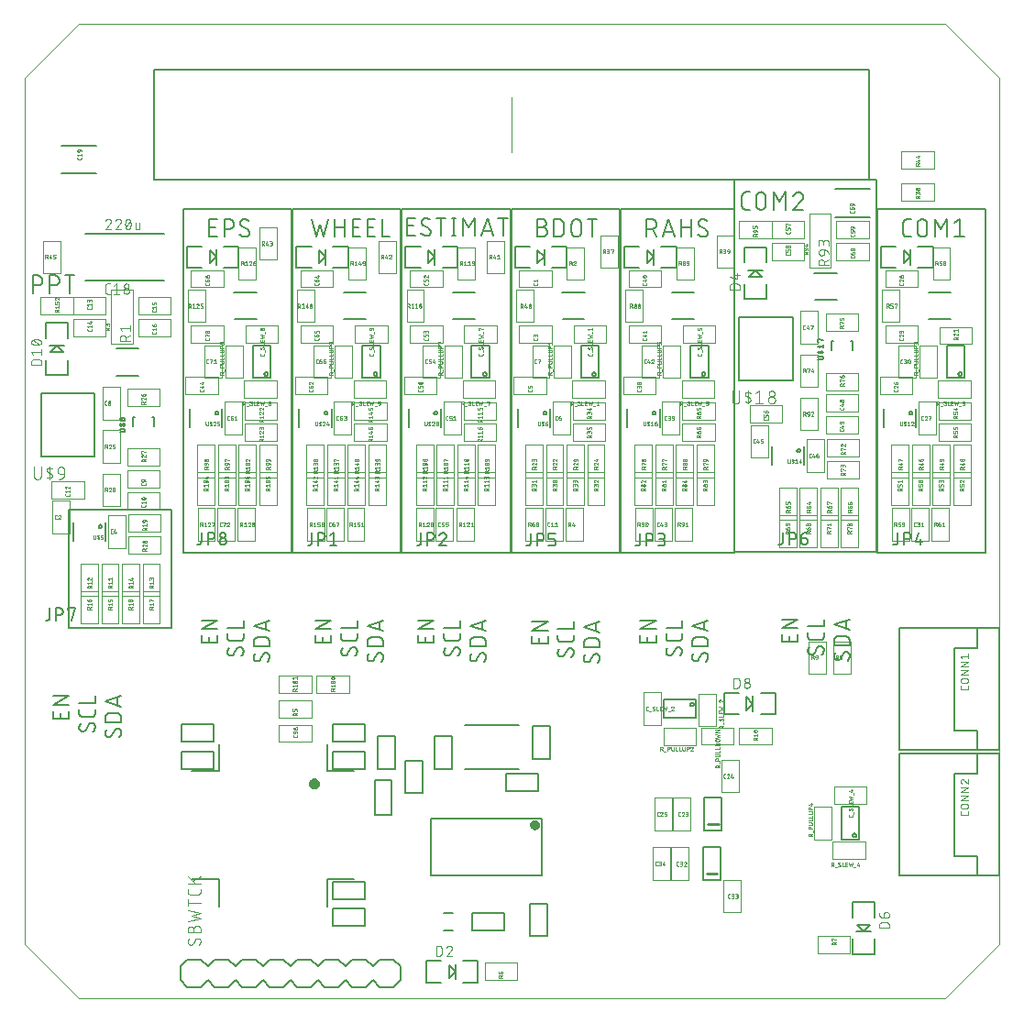
<source format=gto>
G75*
%MOIN*%
%OFA0B0*%
%FSLAX25Y25*%
%IPPOS*%
%LPD*%
%AMOC8*
5,1,8,0,0,1.08239X$1,22.5*
%
%ADD10C,0.00600*%
%ADD11C,0.00500*%
%ADD12C,0.02000*%
%ADD13C,0.01969*%
%ADD14C,0.00800*%
%ADD15C,0.00400*%
%ADD16C,0.00000*%
%ADD17C,0.00100*%
%ADD18C,0.00200*%
%ADD19C,0.00300*%
%ADD20C,0.00900*%
D10*
X0019366Y0143834D02*
X0019366Y0186747D01*
X0056866Y0186747D01*
X0056866Y0143834D01*
X0019366Y0143834D01*
X0020961Y0175487D02*
X0020961Y0182180D01*
X0032772Y0182180D02*
X0032772Y0175487D01*
X0060969Y0171283D02*
X0060969Y0296086D01*
X0100437Y0296086D01*
X0100437Y0171283D01*
X0060969Y0171283D01*
X0100732Y0171283D02*
X0100732Y0296086D01*
X0140201Y0296086D01*
X0140201Y0171283D01*
X0100732Y0171283D01*
X0140496Y0171283D02*
X0140496Y0296086D01*
X0179965Y0296086D01*
X0179965Y0171283D01*
X0140496Y0171283D01*
X0180260Y0171283D02*
X0180260Y0296086D01*
X0219728Y0296086D01*
X0219728Y0171283D01*
X0180260Y0171283D01*
X0220024Y0171283D02*
X0220024Y0296086D01*
X0261461Y0296086D01*
X0261461Y0171283D01*
X0220024Y0171283D01*
X0261492Y0171393D02*
X0261492Y0306826D01*
X0313165Y0306826D01*
X0313165Y0171393D01*
X0261492Y0171393D01*
X0274898Y0203046D02*
X0274898Y0209739D01*
X0286709Y0209739D02*
X0286709Y0203046D01*
X0315713Y0216716D02*
X0315713Y0223409D01*
X0327524Y0223409D02*
X0327524Y0216716D01*
X0331976Y0256054D02*
X0339921Y0256054D01*
X0339965Y0265857D02*
X0331878Y0265857D01*
X0334393Y0286059D02*
X0334393Y0292459D01*
X0336527Y0288903D01*
X0338660Y0292459D01*
X0338660Y0286059D01*
X0341518Y0286059D02*
X0345074Y0286059D01*
X0343296Y0286059D02*
X0343296Y0292459D01*
X0341518Y0291037D01*
X0331535Y0290681D02*
X0331535Y0287837D01*
X0331533Y0287754D01*
X0331527Y0287671D01*
X0331517Y0287588D01*
X0331504Y0287505D01*
X0331486Y0287424D01*
X0331465Y0287343D01*
X0331440Y0287264D01*
X0331411Y0287186D01*
X0331379Y0287109D01*
X0331343Y0287034D01*
X0331304Y0286960D01*
X0331261Y0286889D01*
X0331215Y0286819D01*
X0331165Y0286752D01*
X0331113Y0286687D01*
X0331058Y0286625D01*
X0330999Y0286565D01*
X0330938Y0286508D01*
X0330875Y0286454D01*
X0330809Y0286403D01*
X0330740Y0286356D01*
X0330670Y0286311D01*
X0330597Y0286270D01*
X0330523Y0286233D01*
X0330447Y0286198D01*
X0330369Y0286168D01*
X0330291Y0286141D01*
X0330210Y0286118D01*
X0330129Y0286098D01*
X0330047Y0286083D01*
X0329965Y0286071D01*
X0329882Y0286063D01*
X0329799Y0286059D01*
X0329715Y0286059D01*
X0329632Y0286063D01*
X0329549Y0286071D01*
X0329467Y0286083D01*
X0329385Y0286098D01*
X0329304Y0286118D01*
X0329223Y0286141D01*
X0329145Y0286168D01*
X0329067Y0286198D01*
X0328991Y0286233D01*
X0328917Y0286270D01*
X0328844Y0286311D01*
X0328774Y0286356D01*
X0328705Y0286403D01*
X0328639Y0286454D01*
X0328576Y0286508D01*
X0328515Y0286565D01*
X0328456Y0286625D01*
X0328401Y0286687D01*
X0328349Y0286752D01*
X0328299Y0286819D01*
X0328253Y0286889D01*
X0328210Y0286960D01*
X0328171Y0287034D01*
X0328135Y0287109D01*
X0328103Y0287186D01*
X0328074Y0287264D01*
X0328049Y0287343D01*
X0328028Y0287424D01*
X0328010Y0287505D01*
X0327997Y0287588D01*
X0327987Y0287671D01*
X0327981Y0287754D01*
X0327979Y0287837D01*
X0327979Y0290681D01*
X0327981Y0290764D01*
X0327987Y0290847D01*
X0327997Y0290930D01*
X0328010Y0291013D01*
X0328028Y0291094D01*
X0328049Y0291175D01*
X0328074Y0291254D01*
X0328103Y0291332D01*
X0328135Y0291409D01*
X0328171Y0291484D01*
X0328210Y0291558D01*
X0328253Y0291629D01*
X0328299Y0291699D01*
X0328349Y0291766D01*
X0328401Y0291831D01*
X0328456Y0291893D01*
X0328515Y0291953D01*
X0328576Y0292010D01*
X0328639Y0292064D01*
X0328705Y0292115D01*
X0328774Y0292162D01*
X0328844Y0292207D01*
X0328917Y0292248D01*
X0328991Y0292285D01*
X0329067Y0292320D01*
X0329145Y0292350D01*
X0329223Y0292377D01*
X0329304Y0292400D01*
X0329385Y0292420D01*
X0329467Y0292435D01*
X0329549Y0292447D01*
X0329632Y0292455D01*
X0329715Y0292459D01*
X0329799Y0292459D01*
X0329882Y0292455D01*
X0329965Y0292447D01*
X0330047Y0292435D01*
X0330129Y0292420D01*
X0330210Y0292400D01*
X0330291Y0292377D01*
X0330369Y0292350D01*
X0330447Y0292320D01*
X0330523Y0292285D01*
X0330597Y0292248D01*
X0330670Y0292207D01*
X0330740Y0292162D01*
X0330809Y0292115D01*
X0330875Y0292064D01*
X0330938Y0292010D01*
X0330999Y0291953D01*
X0331058Y0291893D01*
X0331113Y0291831D01*
X0331165Y0291766D01*
X0331215Y0291699D01*
X0331261Y0291629D01*
X0331304Y0291558D01*
X0331343Y0291484D01*
X0331379Y0291409D01*
X0331411Y0291332D01*
X0331440Y0291254D01*
X0331465Y0291175D01*
X0331486Y0291094D01*
X0331504Y0291013D01*
X0331517Y0290930D01*
X0331527Y0290847D01*
X0331533Y0290764D01*
X0331535Y0290681D01*
X0325680Y0292459D02*
X0324258Y0292459D01*
X0324184Y0292457D01*
X0324109Y0292451D01*
X0324036Y0292441D01*
X0323962Y0292428D01*
X0323890Y0292411D01*
X0323819Y0292389D01*
X0323748Y0292365D01*
X0323680Y0292336D01*
X0323612Y0292304D01*
X0323547Y0292268D01*
X0323484Y0292230D01*
X0323422Y0292187D01*
X0323363Y0292142D01*
X0323306Y0292094D01*
X0323252Y0292043D01*
X0323201Y0291988D01*
X0323153Y0291932D01*
X0323108Y0291873D01*
X0323065Y0291811D01*
X0323027Y0291748D01*
X0322991Y0291683D01*
X0322959Y0291615D01*
X0322930Y0291547D01*
X0322906Y0291476D01*
X0322884Y0291405D01*
X0322867Y0291333D01*
X0322854Y0291259D01*
X0322844Y0291186D01*
X0322838Y0291111D01*
X0322836Y0291037D01*
X0322835Y0291037D02*
X0322835Y0287481D01*
X0322836Y0287481D02*
X0322838Y0287407D01*
X0322844Y0287332D01*
X0322854Y0287259D01*
X0322867Y0287185D01*
X0322884Y0287113D01*
X0322906Y0287042D01*
X0322930Y0286971D01*
X0322959Y0286903D01*
X0322991Y0286835D01*
X0323027Y0286770D01*
X0323065Y0286707D01*
X0323108Y0286645D01*
X0323153Y0286586D01*
X0323201Y0286529D01*
X0323252Y0286475D01*
X0323306Y0286424D01*
X0323363Y0286376D01*
X0323422Y0286331D01*
X0323484Y0286288D01*
X0323547Y0286250D01*
X0323612Y0286214D01*
X0323680Y0286182D01*
X0323748Y0286153D01*
X0323819Y0286129D01*
X0323890Y0286107D01*
X0323962Y0286090D01*
X0324036Y0286077D01*
X0324109Y0286067D01*
X0324184Y0286061D01*
X0324258Y0286059D01*
X0325680Y0286059D01*
X0313331Y0296086D02*
X0352799Y0296086D01*
X0352799Y0171283D01*
X0313331Y0171283D01*
X0313331Y0296086D01*
X0298626Y0272944D02*
X0290539Y0272944D01*
X0290638Y0263141D02*
X0298583Y0263141D01*
X0286412Y0295902D02*
X0282857Y0295902D01*
X0285879Y0299457D01*
X0284812Y0302302D02*
X0284723Y0302300D01*
X0284634Y0302294D01*
X0284545Y0302285D01*
X0284457Y0302271D01*
X0284370Y0302254D01*
X0284283Y0302233D01*
X0284197Y0302208D01*
X0284113Y0302180D01*
X0284030Y0302147D01*
X0283948Y0302112D01*
X0283868Y0302072D01*
X0283790Y0302030D01*
X0283713Y0301984D01*
X0283639Y0301935D01*
X0283567Y0301882D01*
X0283497Y0301827D01*
X0283430Y0301768D01*
X0283365Y0301707D01*
X0283303Y0301643D01*
X0283244Y0301576D01*
X0283188Y0301507D01*
X0283135Y0301435D01*
X0283085Y0301361D01*
X0283038Y0301285D01*
X0282995Y0301208D01*
X0282955Y0301128D01*
X0282918Y0301047D01*
X0282885Y0300964D01*
X0282856Y0300879D01*
X0285880Y0299457D02*
X0285937Y0299515D01*
X0285993Y0299576D01*
X0286045Y0299639D01*
X0286094Y0299704D01*
X0286140Y0299772D01*
X0286182Y0299842D01*
X0286222Y0299914D01*
X0286257Y0299987D01*
X0286290Y0300063D01*
X0286318Y0300139D01*
X0286343Y0300217D01*
X0286364Y0300296D01*
X0286382Y0300376D01*
X0286395Y0300457D01*
X0286405Y0300538D01*
X0286411Y0300620D01*
X0286413Y0300702D01*
X0286412Y0300702D02*
X0286410Y0300781D01*
X0286404Y0300859D01*
X0286395Y0300937D01*
X0286381Y0301014D01*
X0286364Y0301091D01*
X0286343Y0301166D01*
X0286318Y0301241D01*
X0286290Y0301314D01*
X0286258Y0301386D01*
X0286223Y0301456D01*
X0286184Y0301525D01*
X0286142Y0301591D01*
X0286097Y0301655D01*
X0286049Y0301717D01*
X0285998Y0301776D01*
X0285943Y0301833D01*
X0285886Y0301888D01*
X0285827Y0301939D01*
X0285765Y0301987D01*
X0285701Y0302032D01*
X0285635Y0302074D01*
X0285566Y0302113D01*
X0285496Y0302148D01*
X0285424Y0302180D01*
X0285351Y0302208D01*
X0285276Y0302233D01*
X0285201Y0302254D01*
X0285124Y0302271D01*
X0285047Y0302285D01*
X0284969Y0302294D01*
X0284891Y0302300D01*
X0284812Y0302302D01*
X0279998Y0302302D02*
X0279998Y0295902D01*
X0277865Y0298746D02*
X0279998Y0302302D01*
X0277865Y0298746D02*
X0275732Y0302302D01*
X0275732Y0295902D01*
X0272873Y0297679D02*
X0272873Y0300524D01*
X0272874Y0300524D02*
X0272872Y0300607D01*
X0272866Y0300690D01*
X0272856Y0300773D01*
X0272843Y0300856D01*
X0272825Y0300937D01*
X0272804Y0301018D01*
X0272779Y0301097D01*
X0272750Y0301175D01*
X0272718Y0301252D01*
X0272682Y0301327D01*
X0272643Y0301401D01*
X0272600Y0301472D01*
X0272554Y0301542D01*
X0272504Y0301609D01*
X0272452Y0301674D01*
X0272397Y0301736D01*
X0272338Y0301796D01*
X0272277Y0301853D01*
X0272214Y0301907D01*
X0272148Y0301958D01*
X0272079Y0302005D01*
X0272009Y0302050D01*
X0271936Y0302091D01*
X0271862Y0302128D01*
X0271786Y0302163D01*
X0271708Y0302193D01*
X0271630Y0302220D01*
X0271549Y0302243D01*
X0271468Y0302263D01*
X0271386Y0302278D01*
X0271304Y0302290D01*
X0271221Y0302298D01*
X0271138Y0302302D01*
X0271054Y0302302D01*
X0270971Y0302298D01*
X0270888Y0302290D01*
X0270806Y0302278D01*
X0270724Y0302263D01*
X0270643Y0302243D01*
X0270562Y0302220D01*
X0270484Y0302193D01*
X0270406Y0302163D01*
X0270330Y0302128D01*
X0270256Y0302091D01*
X0270183Y0302050D01*
X0270113Y0302005D01*
X0270044Y0301958D01*
X0269978Y0301907D01*
X0269915Y0301853D01*
X0269854Y0301796D01*
X0269795Y0301736D01*
X0269740Y0301674D01*
X0269688Y0301609D01*
X0269638Y0301542D01*
X0269592Y0301472D01*
X0269549Y0301401D01*
X0269510Y0301327D01*
X0269474Y0301252D01*
X0269442Y0301175D01*
X0269413Y0301097D01*
X0269388Y0301018D01*
X0269367Y0300937D01*
X0269349Y0300856D01*
X0269336Y0300773D01*
X0269326Y0300690D01*
X0269320Y0300607D01*
X0269318Y0300524D01*
X0269318Y0297679D01*
X0269320Y0297596D01*
X0269326Y0297513D01*
X0269336Y0297430D01*
X0269349Y0297347D01*
X0269367Y0297266D01*
X0269388Y0297185D01*
X0269413Y0297106D01*
X0269442Y0297028D01*
X0269474Y0296951D01*
X0269510Y0296876D01*
X0269549Y0296802D01*
X0269592Y0296731D01*
X0269638Y0296661D01*
X0269688Y0296594D01*
X0269740Y0296529D01*
X0269795Y0296467D01*
X0269854Y0296407D01*
X0269915Y0296350D01*
X0269978Y0296296D01*
X0270044Y0296245D01*
X0270113Y0296198D01*
X0270183Y0296153D01*
X0270256Y0296112D01*
X0270330Y0296075D01*
X0270406Y0296040D01*
X0270484Y0296010D01*
X0270562Y0295983D01*
X0270643Y0295960D01*
X0270724Y0295940D01*
X0270806Y0295925D01*
X0270888Y0295913D01*
X0270971Y0295905D01*
X0271054Y0295901D01*
X0271138Y0295901D01*
X0271221Y0295905D01*
X0271304Y0295913D01*
X0271386Y0295925D01*
X0271468Y0295940D01*
X0271549Y0295960D01*
X0271630Y0295983D01*
X0271708Y0296010D01*
X0271786Y0296040D01*
X0271862Y0296075D01*
X0271936Y0296112D01*
X0272009Y0296153D01*
X0272079Y0296198D01*
X0272148Y0296245D01*
X0272214Y0296296D01*
X0272277Y0296350D01*
X0272338Y0296407D01*
X0272397Y0296467D01*
X0272452Y0296529D01*
X0272504Y0296594D01*
X0272554Y0296661D01*
X0272600Y0296731D01*
X0272643Y0296802D01*
X0272682Y0296876D01*
X0272718Y0296951D01*
X0272750Y0297028D01*
X0272779Y0297106D01*
X0272804Y0297185D01*
X0272825Y0297266D01*
X0272843Y0297347D01*
X0272856Y0297430D01*
X0272866Y0297513D01*
X0272872Y0297596D01*
X0272874Y0297679D01*
X0267018Y0295902D02*
X0265596Y0295902D01*
X0265522Y0295904D01*
X0265447Y0295910D01*
X0265374Y0295920D01*
X0265300Y0295933D01*
X0265228Y0295950D01*
X0265157Y0295972D01*
X0265086Y0295996D01*
X0265018Y0296025D01*
X0264950Y0296057D01*
X0264885Y0296093D01*
X0264822Y0296131D01*
X0264760Y0296174D01*
X0264701Y0296219D01*
X0264644Y0296267D01*
X0264590Y0296318D01*
X0264539Y0296372D01*
X0264491Y0296429D01*
X0264446Y0296488D01*
X0264403Y0296550D01*
X0264365Y0296613D01*
X0264329Y0296678D01*
X0264297Y0296746D01*
X0264268Y0296814D01*
X0264244Y0296885D01*
X0264222Y0296956D01*
X0264205Y0297028D01*
X0264192Y0297102D01*
X0264182Y0297175D01*
X0264176Y0297250D01*
X0264174Y0297324D01*
X0264174Y0300879D01*
X0264176Y0300953D01*
X0264182Y0301028D01*
X0264192Y0301101D01*
X0264205Y0301175D01*
X0264222Y0301247D01*
X0264244Y0301318D01*
X0264268Y0301389D01*
X0264297Y0301457D01*
X0264329Y0301525D01*
X0264365Y0301590D01*
X0264403Y0301653D01*
X0264446Y0301715D01*
X0264491Y0301774D01*
X0264539Y0301830D01*
X0264590Y0301885D01*
X0264644Y0301936D01*
X0264701Y0301984D01*
X0264760Y0302029D01*
X0264822Y0302072D01*
X0264885Y0302110D01*
X0264950Y0302146D01*
X0265018Y0302178D01*
X0265086Y0302207D01*
X0265157Y0302231D01*
X0265228Y0302253D01*
X0265300Y0302270D01*
X0265374Y0302283D01*
X0265447Y0302293D01*
X0265522Y0302299D01*
X0265596Y0302301D01*
X0265596Y0302302D02*
X0267018Y0302302D01*
X0248338Y0291037D02*
X0248340Y0290962D01*
X0248346Y0290887D01*
X0248355Y0290813D01*
X0248369Y0290739D01*
X0248386Y0290666D01*
X0248407Y0290594D01*
X0248432Y0290524D01*
X0248461Y0290454D01*
X0248493Y0290387D01*
X0248528Y0290321D01*
X0248567Y0290256D01*
X0248609Y0290194D01*
X0248655Y0290135D01*
X0248703Y0290077D01*
X0248754Y0290023D01*
X0248808Y0289971D01*
X0248865Y0289922D01*
X0248924Y0289876D01*
X0248985Y0289833D01*
X0249049Y0289793D01*
X0249048Y0289792D02*
X0251004Y0288726D01*
X0250293Y0286060D02*
X0250185Y0286062D01*
X0250078Y0286068D01*
X0249970Y0286077D01*
X0249863Y0286091D01*
X0249757Y0286108D01*
X0249651Y0286129D01*
X0249546Y0286154D01*
X0249442Y0286183D01*
X0249339Y0286215D01*
X0249238Y0286251D01*
X0249138Y0286291D01*
X0249039Y0286334D01*
X0248942Y0286381D01*
X0248846Y0286431D01*
X0248753Y0286485D01*
X0248661Y0286542D01*
X0248572Y0286602D01*
X0248485Y0286665D01*
X0248400Y0286732D01*
X0248317Y0286801D01*
X0248237Y0286874D01*
X0248160Y0286949D01*
X0251004Y0288725D02*
X0251068Y0288685D01*
X0251129Y0288642D01*
X0251188Y0288596D01*
X0251245Y0288547D01*
X0251299Y0288495D01*
X0251350Y0288441D01*
X0251398Y0288383D01*
X0251444Y0288324D01*
X0251486Y0288262D01*
X0251525Y0288197D01*
X0251560Y0288131D01*
X0251592Y0288064D01*
X0251621Y0287994D01*
X0251646Y0287924D01*
X0251667Y0287852D01*
X0251684Y0287779D01*
X0251698Y0287705D01*
X0251707Y0287631D01*
X0251713Y0287556D01*
X0251715Y0287481D01*
X0251713Y0287407D01*
X0251707Y0287332D01*
X0251697Y0287259D01*
X0251684Y0287185D01*
X0251667Y0287113D01*
X0251645Y0287042D01*
X0251621Y0286971D01*
X0251592Y0286903D01*
X0251560Y0286835D01*
X0251524Y0286770D01*
X0251486Y0286707D01*
X0251443Y0286645D01*
X0251398Y0286586D01*
X0251350Y0286529D01*
X0251299Y0286475D01*
X0251245Y0286424D01*
X0251188Y0286376D01*
X0251129Y0286331D01*
X0251067Y0286288D01*
X0251004Y0286250D01*
X0250939Y0286214D01*
X0250871Y0286182D01*
X0250803Y0286153D01*
X0250732Y0286129D01*
X0250661Y0286107D01*
X0250589Y0286090D01*
X0250515Y0286077D01*
X0250442Y0286067D01*
X0250367Y0286061D01*
X0250293Y0286059D01*
X0251360Y0291926D02*
X0251278Y0291985D01*
X0251194Y0292041D01*
X0251108Y0292093D01*
X0251020Y0292143D01*
X0250930Y0292189D01*
X0250839Y0292231D01*
X0250746Y0292270D01*
X0250651Y0292306D01*
X0250555Y0292338D01*
X0250458Y0292366D01*
X0250361Y0292391D01*
X0250262Y0292411D01*
X0250162Y0292428D01*
X0250062Y0292442D01*
X0249962Y0292451D01*
X0249861Y0292457D01*
X0249760Y0292459D01*
X0249686Y0292457D01*
X0249611Y0292451D01*
X0249538Y0292441D01*
X0249464Y0292428D01*
X0249392Y0292411D01*
X0249321Y0292389D01*
X0249250Y0292365D01*
X0249182Y0292336D01*
X0249114Y0292304D01*
X0249049Y0292268D01*
X0248986Y0292230D01*
X0248924Y0292187D01*
X0248865Y0292142D01*
X0248809Y0292094D01*
X0248754Y0292043D01*
X0248703Y0291989D01*
X0248655Y0291932D01*
X0248610Y0291873D01*
X0248567Y0291811D01*
X0248529Y0291748D01*
X0248493Y0291683D01*
X0248461Y0291615D01*
X0248432Y0291547D01*
X0248408Y0291476D01*
X0248386Y0291405D01*
X0248369Y0291333D01*
X0248356Y0291259D01*
X0248346Y0291186D01*
X0248340Y0291111D01*
X0248338Y0291037D01*
X0245561Y0292459D02*
X0245561Y0286059D01*
X0242005Y0286059D02*
X0242005Y0292459D01*
X0242005Y0289615D02*
X0245561Y0289615D01*
X0239024Y0287659D02*
X0235824Y0287659D01*
X0235291Y0286059D02*
X0237424Y0292459D01*
X0239557Y0286059D01*
X0233084Y0286059D02*
X0231662Y0288903D01*
X0231306Y0288903D02*
X0229528Y0288903D01*
X0231306Y0288903D02*
X0231389Y0288905D01*
X0231472Y0288911D01*
X0231555Y0288921D01*
X0231638Y0288934D01*
X0231719Y0288952D01*
X0231800Y0288973D01*
X0231879Y0288998D01*
X0231957Y0289027D01*
X0232034Y0289059D01*
X0232109Y0289095D01*
X0232183Y0289134D01*
X0232254Y0289177D01*
X0232324Y0289223D01*
X0232391Y0289273D01*
X0232456Y0289325D01*
X0232518Y0289380D01*
X0232578Y0289439D01*
X0232635Y0289500D01*
X0232689Y0289563D01*
X0232740Y0289629D01*
X0232787Y0289698D01*
X0232832Y0289768D01*
X0232873Y0289841D01*
X0232910Y0289915D01*
X0232945Y0289991D01*
X0232975Y0290069D01*
X0233002Y0290147D01*
X0233025Y0290228D01*
X0233045Y0290309D01*
X0233060Y0290391D01*
X0233072Y0290473D01*
X0233080Y0290556D01*
X0233084Y0290639D01*
X0233084Y0290723D01*
X0233080Y0290806D01*
X0233072Y0290889D01*
X0233060Y0290971D01*
X0233045Y0291053D01*
X0233025Y0291134D01*
X0233002Y0291215D01*
X0232975Y0291293D01*
X0232945Y0291371D01*
X0232910Y0291447D01*
X0232873Y0291521D01*
X0232832Y0291594D01*
X0232787Y0291664D01*
X0232740Y0291733D01*
X0232689Y0291799D01*
X0232635Y0291862D01*
X0232578Y0291923D01*
X0232518Y0291982D01*
X0232456Y0292037D01*
X0232391Y0292089D01*
X0232324Y0292139D01*
X0232254Y0292185D01*
X0232183Y0292228D01*
X0232109Y0292267D01*
X0232034Y0292303D01*
X0231957Y0292335D01*
X0231879Y0292364D01*
X0231800Y0292389D01*
X0231719Y0292410D01*
X0231638Y0292428D01*
X0231555Y0292441D01*
X0231472Y0292451D01*
X0231389Y0292457D01*
X0231306Y0292459D01*
X0229528Y0292459D01*
X0229528Y0286059D01*
X0211494Y0292459D02*
X0207938Y0292459D01*
X0209716Y0292459D02*
X0209716Y0286059D01*
X0205750Y0287837D02*
X0205750Y0290681D01*
X0205748Y0290764D01*
X0205742Y0290847D01*
X0205732Y0290930D01*
X0205719Y0291013D01*
X0205701Y0291094D01*
X0205680Y0291175D01*
X0205655Y0291254D01*
X0205626Y0291332D01*
X0205594Y0291409D01*
X0205558Y0291484D01*
X0205519Y0291558D01*
X0205476Y0291629D01*
X0205430Y0291699D01*
X0205380Y0291766D01*
X0205328Y0291831D01*
X0205273Y0291893D01*
X0205214Y0291953D01*
X0205153Y0292010D01*
X0205090Y0292064D01*
X0205024Y0292115D01*
X0204955Y0292162D01*
X0204885Y0292207D01*
X0204812Y0292248D01*
X0204738Y0292285D01*
X0204662Y0292320D01*
X0204584Y0292350D01*
X0204506Y0292377D01*
X0204425Y0292400D01*
X0204344Y0292420D01*
X0204262Y0292435D01*
X0204180Y0292447D01*
X0204097Y0292455D01*
X0204014Y0292459D01*
X0203930Y0292459D01*
X0203847Y0292455D01*
X0203764Y0292447D01*
X0203682Y0292435D01*
X0203600Y0292420D01*
X0203519Y0292400D01*
X0203438Y0292377D01*
X0203360Y0292350D01*
X0203282Y0292320D01*
X0203206Y0292285D01*
X0203132Y0292248D01*
X0203059Y0292207D01*
X0202989Y0292162D01*
X0202920Y0292115D01*
X0202854Y0292064D01*
X0202791Y0292010D01*
X0202730Y0291953D01*
X0202671Y0291893D01*
X0202616Y0291831D01*
X0202564Y0291766D01*
X0202514Y0291699D01*
X0202468Y0291629D01*
X0202425Y0291558D01*
X0202386Y0291484D01*
X0202350Y0291409D01*
X0202318Y0291332D01*
X0202289Y0291254D01*
X0202264Y0291175D01*
X0202243Y0291094D01*
X0202225Y0291013D01*
X0202212Y0290930D01*
X0202202Y0290847D01*
X0202196Y0290764D01*
X0202194Y0290681D01*
X0202195Y0290681D02*
X0202195Y0287837D01*
X0202194Y0287837D02*
X0202196Y0287754D01*
X0202202Y0287671D01*
X0202212Y0287588D01*
X0202225Y0287505D01*
X0202243Y0287424D01*
X0202264Y0287343D01*
X0202289Y0287264D01*
X0202318Y0287186D01*
X0202350Y0287109D01*
X0202386Y0287034D01*
X0202425Y0286960D01*
X0202468Y0286889D01*
X0202514Y0286819D01*
X0202564Y0286752D01*
X0202616Y0286687D01*
X0202671Y0286625D01*
X0202730Y0286565D01*
X0202791Y0286508D01*
X0202854Y0286454D01*
X0202920Y0286403D01*
X0202989Y0286356D01*
X0203059Y0286311D01*
X0203132Y0286270D01*
X0203206Y0286233D01*
X0203282Y0286198D01*
X0203360Y0286168D01*
X0203438Y0286141D01*
X0203519Y0286118D01*
X0203600Y0286098D01*
X0203682Y0286083D01*
X0203764Y0286071D01*
X0203847Y0286063D01*
X0203930Y0286059D01*
X0204014Y0286059D01*
X0204097Y0286063D01*
X0204180Y0286071D01*
X0204262Y0286083D01*
X0204344Y0286098D01*
X0204425Y0286118D01*
X0204506Y0286141D01*
X0204584Y0286168D01*
X0204662Y0286198D01*
X0204738Y0286233D01*
X0204812Y0286270D01*
X0204885Y0286311D01*
X0204955Y0286356D01*
X0205024Y0286403D01*
X0205090Y0286454D01*
X0205153Y0286508D01*
X0205214Y0286565D01*
X0205273Y0286625D01*
X0205328Y0286687D01*
X0205380Y0286752D01*
X0205430Y0286819D01*
X0205476Y0286889D01*
X0205519Y0286960D01*
X0205558Y0287034D01*
X0205594Y0287109D01*
X0205626Y0287186D01*
X0205655Y0287264D01*
X0205680Y0287343D01*
X0205701Y0287424D01*
X0205719Y0287505D01*
X0205732Y0287588D01*
X0205742Y0287671D01*
X0205748Y0287754D01*
X0205750Y0287837D01*
X0199391Y0287837D02*
X0199391Y0290681D01*
X0199389Y0290763D01*
X0199383Y0290845D01*
X0199374Y0290927D01*
X0199361Y0291008D01*
X0199344Y0291088D01*
X0199323Y0291168D01*
X0199299Y0291246D01*
X0199271Y0291323D01*
X0199240Y0291399D01*
X0199205Y0291474D01*
X0199166Y0291546D01*
X0199125Y0291617D01*
X0199080Y0291686D01*
X0199032Y0291752D01*
X0198981Y0291817D01*
X0198927Y0291879D01*
X0198870Y0291938D01*
X0198811Y0291995D01*
X0198749Y0292049D01*
X0198684Y0292100D01*
X0198618Y0292148D01*
X0198549Y0292193D01*
X0198478Y0292234D01*
X0198406Y0292273D01*
X0198331Y0292308D01*
X0198255Y0292339D01*
X0198178Y0292367D01*
X0198100Y0292391D01*
X0198020Y0292412D01*
X0197940Y0292429D01*
X0197859Y0292442D01*
X0197777Y0292451D01*
X0197695Y0292457D01*
X0197613Y0292459D01*
X0195836Y0292459D01*
X0195836Y0286059D01*
X0197613Y0286059D01*
X0197695Y0286061D01*
X0197777Y0286067D01*
X0197859Y0286076D01*
X0197940Y0286089D01*
X0198020Y0286106D01*
X0198100Y0286127D01*
X0198178Y0286151D01*
X0198255Y0286179D01*
X0198331Y0286210D01*
X0198406Y0286245D01*
X0198478Y0286284D01*
X0198549Y0286325D01*
X0198618Y0286370D01*
X0198684Y0286418D01*
X0198749Y0286469D01*
X0198811Y0286523D01*
X0198870Y0286580D01*
X0198927Y0286639D01*
X0198981Y0286701D01*
X0199032Y0286766D01*
X0199080Y0286832D01*
X0199125Y0286901D01*
X0199166Y0286972D01*
X0199205Y0287044D01*
X0199240Y0287119D01*
X0199271Y0287195D01*
X0199299Y0287272D01*
X0199323Y0287350D01*
X0199344Y0287430D01*
X0199361Y0287510D01*
X0199374Y0287591D01*
X0199383Y0287673D01*
X0199389Y0287755D01*
X0199391Y0287837D01*
X0191542Y0286059D02*
X0191625Y0286061D01*
X0191708Y0286067D01*
X0191791Y0286077D01*
X0191874Y0286090D01*
X0191955Y0286108D01*
X0192036Y0286129D01*
X0192115Y0286154D01*
X0192193Y0286183D01*
X0192270Y0286215D01*
X0192345Y0286251D01*
X0192419Y0286290D01*
X0192490Y0286333D01*
X0192560Y0286379D01*
X0192627Y0286429D01*
X0192692Y0286481D01*
X0192754Y0286536D01*
X0192814Y0286595D01*
X0192871Y0286656D01*
X0192925Y0286719D01*
X0192976Y0286785D01*
X0193023Y0286854D01*
X0193068Y0286924D01*
X0193109Y0286997D01*
X0193146Y0287071D01*
X0193181Y0287147D01*
X0193211Y0287225D01*
X0193238Y0287303D01*
X0193261Y0287384D01*
X0193281Y0287465D01*
X0193296Y0287547D01*
X0193308Y0287629D01*
X0193316Y0287712D01*
X0193320Y0287795D01*
X0193320Y0287879D01*
X0193316Y0287962D01*
X0193308Y0288045D01*
X0193296Y0288127D01*
X0193281Y0288209D01*
X0193261Y0288290D01*
X0193238Y0288371D01*
X0193211Y0288449D01*
X0193181Y0288527D01*
X0193146Y0288603D01*
X0193109Y0288677D01*
X0193068Y0288750D01*
X0193023Y0288820D01*
X0192976Y0288889D01*
X0192925Y0288955D01*
X0192871Y0289018D01*
X0192814Y0289079D01*
X0192754Y0289138D01*
X0192692Y0289193D01*
X0192627Y0289245D01*
X0192560Y0289295D01*
X0192490Y0289341D01*
X0192419Y0289384D01*
X0192345Y0289423D01*
X0192270Y0289459D01*
X0192193Y0289491D01*
X0192115Y0289520D01*
X0192036Y0289545D01*
X0191955Y0289566D01*
X0191874Y0289584D01*
X0191791Y0289597D01*
X0191708Y0289607D01*
X0191625Y0289613D01*
X0191542Y0289615D01*
X0189765Y0289615D01*
X0191542Y0289615D02*
X0191616Y0289617D01*
X0191691Y0289623D01*
X0191764Y0289633D01*
X0191838Y0289646D01*
X0191910Y0289663D01*
X0191981Y0289685D01*
X0192052Y0289709D01*
X0192120Y0289738D01*
X0192188Y0289770D01*
X0192253Y0289806D01*
X0192316Y0289844D01*
X0192378Y0289887D01*
X0192437Y0289932D01*
X0192494Y0289980D01*
X0192548Y0290031D01*
X0192599Y0290085D01*
X0192647Y0290142D01*
X0192692Y0290201D01*
X0192735Y0290263D01*
X0192773Y0290326D01*
X0192809Y0290391D01*
X0192841Y0290459D01*
X0192870Y0290527D01*
X0192894Y0290598D01*
X0192916Y0290669D01*
X0192933Y0290741D01*
X0192946Y0290815D01*
X0192956Y0290888D01*
X0192962Y0290963D01*
X0192964Y0291037D01*
X0192962Y0291111D01*
X0192956Y0291186D01*
X0192946Y0291259D01*
X0192933Y0291333D01*
X0192916Y0291405D01*
X0192894Y0291476D01*
X0192870Y0291547D01*
X0192841Y0291615D01*
X0192809Y0291683D01*
X0192773Y0291748D01*
X0192735Y0291811D01*
X0192692Y0291873D01*
X0192647Y0291932D01*
X0192599Y0291989D01*
X0192548Y0292043D01*
X0192494Y0292094D01*
X0192437Y0292142D01*
X0192378Y0292187D01*
X0192316Y0292230D01*
X0192253Y0292268D01*
X0192188Y0292304D01*
X0192120Y0292336D01*
X0192052Y0292365D01*
X0191981Y0292389D01*
X0191910Y0292411D01*
X0191838Y0292428D01*
X0191764Y0292441D01*
X0191691Y0292451D01*
X0191616Y0292457D01*
X0191542Y0292459D01*
X0189765Y0292459D01*
X0189765Y0286059D01*
X0191542Y0286059D01*
X0179091Y0292853D02*
X0175535Y0292853D01*
X0177313Y0292853D02*
X0177313Y0286453D01*
X0173703Y0286453D02*
X0171569Y0292853D01*
X0169436Y0286453D01*
X0169969Y0288053D02*
X0173169Y0288053D01*
X0166933Y0286453D02*
X0166933Y0292853D01*
X0164800Y0289297D01*
X0162667Y0292853D01*
X0162667Y0286453D01*
X0159972Y0286453D02*
X0158550Y0286453D01*
X0159261Y0286453D02*
X0159261Y0292853D01*
X0158550Y0292853D02*
X0159972Y0292853D01*
X0156526Y0292853D02*
X0152971Y0292853D01*
X0154748Y0292853D02*
X0154748Y0286453D01*
X0150276Y0289119D02*
X0148321Y0290186D01*
X0149032Y0292853D02*
X0149133Y0292851D01*
X0149234Y0292845D01*
X0149334Y0292836D01*
X0149434Y0292822D01*
X0149534Y0292805D01*
X0149633Y0292785D01*
X0149730Y0292760D01*
X0149827Y0292732D01*
X0149923Y0292700D01*
X0150018Y0292664D01*
X0150111Y0292625D01*
X0150202Y0292583D01*
X0150292Y0292537D01*
X0150380Y0292487D01*
X0150466Y0292435D01*
X0150550Y0292379D01*
X0150632Y0292320D01*
X0148321Y0290187D02*
X0148257Y0290227D01*
X0148196Y0290270D01*
X0148137Y0290316D01*
X0148080Y0290365D01*
X0148026Y0290417D01*
X0147975Y0290471D01*
X0147927Y0290529D01*
X0147881Y0290588D01*
X0147839Y0290650D01*
X0147800Y0290715D01*
X0147765Y0290781D01*
X0147733Y0290848D01*
X0147704Y0290918D01*
X0147679Y0290988D01*
X0147658Y0291060D01*
X0147641Y0291133D01*
X0147627Y0291207D01*
X0147618Y0291281D01*
X0147612Y0291356D01*
X0147610Y0291431D01*
X0147612Y0291505D01*
X0147618Y0291580D01*
X0147628Y0291653D01*
X0147641Y0291727D01*
X0147658Y0291799D01*
X0147680Y0291870D01*
X0147704Y0291941D01*
X0147733Y0292009D01*
X0147765Y0292077D01*
X0147801Y0292142D01*
X0147839Y0292205D01*
X0147882Y0292267D01*
X0147927Y0292326D01*
X0147975Y0292383D01*
X0148026Y0292437D01*
X0148081Y0292488D01*
X0148137Y0292536D01*
X0148196Y0292581D01*
X0148258Y0292624D01*
X0148321Y0292662D01*
X0148386Y0292698D01*
X0148454Y0292730D01*
X0148522Y0292759D01*
X0148593Y0292783D01*
X0148664Y0292805D01*
X0148736Y0292822D01*
X0148810Y0292835D01*
X0148883Y0292845D01*
X0148958Y0292851D01*
X0149032Y0292853D01*
X0147432Y0287342D02*
X0147509Y0287267D01*
X0147589Y0287194D01*
X0147672Y0287125D01*
X0147757Y0287058D01*
X0147844Y0286995D01*
X0147933Y0286935D01*
X0148025Y0286878D01*
X0148118Y0286824D01*
X0148214Y0286774D01*
X0148311Y0286727D01*
X0148410Y0286684D01*
X0148510Y0286644D01*
X0148611Y0286608D01*
X0148714Y0286576D01*
X0148818Y0286547D01*
X0148923Y0286522D01*
X0149029Y0286501D01*
X0149135Y0286484D01*
X0149242Y0286470D01*
X0149350Y0286461D01*
X0149457Y0286455D01*
X0149565Y0286453D01*
X0149639Y0286455D01*
X0149714Y0286461D01*
X0149787Y0286471D01*
X0149861Y0286484D01*
X0149933Y0286501D01*
X0150004Y0286523D01*
X0150075Y0286547D01*
X0150143Y0286576D01*
X0150211Y0286608D01*
X0150276Y0286644D01*
X0150339Y0286682D01*
X0150401Y0286725D01*
X0150460Y0286770D01*
X0150517Y0286818D01*
X0150571Y0286869D01*
X0150622Y0286923D01*
X0150670Y0286980D01*
X0150715Y0287039D01*
X0150758Y0287101D01*
X0150796Y0287164D01*
X0150832Y0287229D01*
X0150864Y0287297D01*
X0150893Y0287365D01*
X0150917Y0287436D01*
X0150939Y0287507D01*
X0150956Y0287579D01*
X0150969Y0287653D01*
X0150979Y0287726D01*
X0150985Y0287801D01*
X0150987Y0287875D01*
X0150985Y0287950D01*
X0150979Y0288025D01*
X0150970Y0288099D01*
X0150956Y0288173D01*
X0150939Y0288246D01*
X0150918Y0288318D01*
X0150893Y0288388D01*
X0150864Y0288458D01*
X0150832Y0288525D01*
X0150797Y0288591D01*
X0150758Y0288656D01*
X0150716Y0288718D01*
X0150670Y0288777D01*
X0150622Y0288835D01*
X0150571Y0288889D01*
X0150517Y0288941D01*
X0150460Y0288990D01*
X0150401Y0289036D01*
X0150340Y0289079D01*
X0150276Y0289119D01*
X0145365Y0286453D02*
X0142520Y0286453D01*
X0142520Y0292853D01*
X0145365Y0292853D01*
X0144654Y0290008D02*
X0142520Y0290008D01*
X0136209Y0286059D02*
X0133364Y0286059D01*
X0133364Y0292459D01*
X0130875Y0292459D02*
X0128031Y0292459D01*
X0128031Y0286059D01*
X0130875Y0286059D01*
X0130164Y0289615D02*
X0128031Y0289615D01*
X0124831Y0289615D02*
X0122697Y0289615D01*
X0122697Y0292459D02*
X0122697Y0286059D01*
X0125542Y0286059D01*
X0119677Y0286059D02*
X0119677Y0292459D01*
X0119677Y0289615D02*
X0116121Y0289615D01*
X0116121Y0292459D02*
X0116121Y0286059D01*
X0112141Y0286059D02*
X0113564Y0292459D01*
X0110719Y0290326D02*
X0112141Y0286059D01*
X0109297Y0286059D02*
X0110719Y0290326D01*
X0107875Y0292459D02*
X0109297Y0286059D01*
X0122697Y0292459D02*
X0125542Y0292459D01*
X0127366Y0265857D02*
X0119280Y0265857D01*
X0119378Y0256054D02*
X0127323Y0256054D01*
X0159142Y0256054D02*
X0167087Y0256054D01*
X0167130Y0265857D02*
X0159043Y0265857D01*
X0198807Y0265857D02*
X0206894Y0265857D01*
X0206850Y0256054D02*
X0198906Y0256054D01*
X0194453Y0223409D02*
X0194453Y0216716D01*
X0182642Y0216716D02*
X0182642Y0223409D01*
X0154689Y0223409D02*
X0154689Y0216716D01*
X0142878Y0216716D02*
X0142878Y0223409D01*
X0114925Y0223409D02*
X0114925Y0216716D01*
X0103114Y0216716D02*
X0103114Y0223409D01*
X0075161Y0223409D02*
X0075161Y0216716D01*
X0063350Y0216716D02*
X0063350Y0223409D01*
X0044646Y0235582D02*
X0036701Y0235582D01*
X0036602Y0245385D02*
X0044689Y0245385D01*
X0019687Y0265587D02*
X0019687Y0271987D01*
X0017910Y0271987D02*
X0021465Y0271987D01*
X0014232Y0271987D02*
X0012454Y0271987D01*
X0012454Y0265587D01*
X0012454Y0268431D02*
X0014232Y0268431D01*
X0014315Y0268433D01*
X0014398Y0268439D01*
X0014481Y0268449D01*
X0014564Y0268462D01*
X0014645Y0268480D01*
X0014726Y0268501D01*
X0014805Y0268526D01*
X0014883Y0268555D01*
X0014960Y0268587D01*
X0015035Y0268623D01*
X0015109Y0268662D01*
X0015180Y0268705D01*
X0015250Y0268751D01*
X0015317Y0268801D01*
X0015382Y0268853D01*
X0015444Y0268908D01*
X0015504Y0268967D01*
X0015561Y0269028D01*
X0015615Y0269091D01*
X0015666Y0269157D01*
X0015713Y0269226D01*
X0015758Y0269296D01*
X0015799Y0269369D01*
X0015836Y0269443D01*
X0015871Y0269519D01*
X0015901Y0269597D01*
X0015928Y0269675D01*
X0015951Y0269756D01*
X0015971Y0269837D01*
X0015986Y0269919D01*
X0015998Y0270001D01*
X0016006Y0270084D01*
X0016010Y0270167D01*
X0016010Y0270251D01*
X0016006Y0270334D01*
X0015998Y0270417D01*
X0015986Y0270499D01*
X0015971Y0270581D01*
X0015951Y0270662D01*
X0015928Y0270743D01*
X0015901Y0270821D01*
X0015871Y0270899D01*
X0015836Y0270975D01*
X0015799Y0271049D01*
X0015758Y0271122D01*
X0015713Y0271192D01*
X0015666Y0271261D01*
X0015615Y0271327D01*
X0015561Y0271390D01*
X0015504Y0271451D01*
X0015444Y0271510D01*
X0015382Y0271565D01*
X0015317Y0271617D01*
X0015250Y0271667D01*
X0015180Y0271713D01*
X0015109Y0271756D01*
X0015035Y0271795D01*
X0014960Y0271831D01*
X0014883Y0271863D01*
X0014805Y0271892D01*
X0014726Y0271917D01*
X0014645Y0271938D01*
X0014564Y0271956D01*
X0014481Y0271969D01*
X0014398Y0271979D01*
X0014315Y0271985D01*
X0014232Y0271987D01*
X0008078Y0271987D02*
X0006300Y0271987D01*
X0006300Y0265587D01*
X0006300Y0268431D02*
X0008078Y0268431D01*
X0008161Y0268433D01*
X0008244Y0268439D01*
X0008327Y0268449D01*
X0008410Y0268462D01*
X0008491Y0268480D01*
X0008572Y0268501D01*
X0008651Y0268526D01*
X0008729Y0268555D01*
X0008806Y0268587D01*
X0008881Y0268623D01*
X0008955Y0268662D01*
X0009026Y0268705D01*
X0009096Y0268751D01*
X0009163Y0268801D01*
X0009228Y0268853D01*
X0009290Y0268908D01*
X0009350Y0268967D01*
X0009407Y0269028D01*
X0009461Y0269091D01*
X0009512Y0269157D01*
X0009559Y0269226D01*
X0009604Y0269296D01*
X0009645Y0269369D01*
X0009682Y0269443D01*
X0009717Y0269519D01*
X0009747Y0269597D01*
X0009774Y0269675D01*
X0009797Y0269756D01*
X0009817Y0269837D01*
X0009832Y0269919D01*
X0009844Y0270001D01*
X0009852Y0270084D01*
X0009856Y0270167D01*
X0009856Y0270251D01*
X0009852Y0270334D01*
X0009844Y0270417D01*
X0009832Y0270499D01*
X0009817Y0270581D01*
X0009797Y0270662D01*
X0009774Y0270743D01*
X0009747Y0270821D01*
X0009717Y0270899D01*
X0009682Y0270975D01*
X0009645Y0271049D01*
X0009604Y0271122D01*
X0009559Y0271192D01*
X0009512Y0271261D01*
X0009461Y0271327D01*
X0009407Y0271390D01*
X0009350Y0271451D01*
X0009290Y0271510D01*
X0009228Y0271565D01*
X0009163Y0271617D01*
X0009096Y0271667D01*
X0009026Y0271713D01*
X0008955Y0271756D01*
X0008881Y0271795D01*
X0008806Y0271831D01*
X0008729Y0271863D01*
X0008651Y0271892D01*
X0008572Y0271917D01*
X0008491Y0271938D01*
X0008410Y0271956D01*
X0008327Y0271969D01*
X0008244Y0271979D01*
X0008161Y0271985D01*
X0008078Y0271987D01*
X0070473Y0286059D02*
X0070473Y0292459D01*
X0073318Y0292459D01*
X0075878Y0292459D02*
X0077656Y0292459D01*
X0077739Y0292457D01*
X0077822Y0292451D01*
X0077905Y0292441D01*
X0077988Y0292428D01*
X0078069Y0292410D01*
X0078150Y0292389D01*
X0078229Y0292364D01*
X0078307Y0292335D01*
X0078384Y0292303D01*
X0078459Y0292267D01*
X0078533Y0292228D01*
X0078604Y0292185D01*
X0078674Y0292139D01*
X0078741Y0292089D01*
X0078806Y0292037D01*
X0078868Y0291982D01*
X0078928Y0291923D01*
X0078985Y0291862D01*
X0079039Y0291799D01*
X0079090Y0291733D01*
X0079137Y0291664D01*
X0079182Y0291594D01*
X0079223Y0291521D01*
X0079260Y0291447D01*
X0079295Y0291371D01*
X0079325Y0291293D01*
X0079352Y0291215D01*
X0079375Y0291134D01*
X0079395Y0291053D01*
X0079410Y0290971D01*
X0079422Y0290889D01*
X0079430Y0290806D01*
X0079434Y0290723D01*
X0079434Y0290639D01*
X0079430Y0290556D01*
X0079422Y0290473D01*
X0079410Y0290391D01*
X0079395Y0290309D01*
X0079375Y0290228D01*
X0079352Y0290147D01*
X0079325Y0290069D01*
X0079295Y0289991D01*
X0079260Y0289915D01*
X0079223Y0289841D01*
X0079182Y0289768D01*
X0079137Y0289698D01*
X0079090Y0289629D01*
X0079039Y0289563D01*
X0078985Y0289500D01*
X0078928Y0289439D01*
X0078868Y0289380D01*
X0078806Y0289325D01*
X0078741Y0289273D01*
X0078674Y0289223D01*
X0078604Y0289177D01*
X0078533Y0289134D01*
X0078459Y0289095D01*
X0078384Y0289059D01*
X0078307Y0289027D01*
X0078229Y0288998D01*
X0078150Y0288973D01*
X0078069Y0288952D01*
X0077988Y0288934D01*
X0077905Y0288921D01*
X0077822Y0288911D01*
X0077739Y0288905D01*
X0077656Y0288903D01*
X0075878Y0288903D01*
X0075878Y0286059D02*
X0075878Y0292459D01*
X0072607Y0289615D02*
X0070473Y0289615D01*
X0070473Y0286059D02*
X0073318Y0286059D01*
X0082428Y0289792D02*
X0084383Y0288726D01*
X0083672Y0286060D02*
X0083564Y0286062D01*
X0083457Y0286068D01*
X0083349Y0286077D01*
X0083242Y0286091D01*
X0083136Y0286108D01*
X0083030Y0286129D01*
X0082925Y0286154D01*
X0082821Y0286183D01*
X0082718Y0286215D01*
X0082617Y0286251D01*
X0082517Y0286291D01*
X0082418Y0286334D01*
X0082321Y0286381D01*
X0082225Y0286431D01*
X0082132Y0286485D01*
X0082040Y0286542D01*
X0081951Y0286602D01*
X0081864Y0286665D01*
X0081779Y0286732D01*
X0081696Y0286801D01*
X0081616Y0286874D01*
X0081539Y0286949D01*
X0084383Y0288725D02*
X0084447Y0288685D01*
X0084508Y0288642D01*
X0084567Y0288596D01*
X0084624Y0288547D01*
X0084678Y0288495D01*
X0084729Y0288441D01*
X0084777Y0288383D01*
X0084823Y0288324D01*
X0084865Y0288262D01*
X0084904Y0288197D01*
X0084939Y0288131D01*
X0084971Y0288064D01*
X0085000Y0287994D01*
X0085025Y0287924D01*
X0085046Y0287852D01*
X0085063Y0287779D01*
X0085077Y0287705D01*
X0085086Y0287631D01*
X0085092Y0287556D01*
X0085094Y0287481D01*
X0085092Y0287407D01*
X0085086Y0287332D01*
X0085076Y0287259D01*
X0085063Y0287185D01*
X0085046Y0287113D01*
X0085024Y0287042D01*
X0085000Y0286971D01*
X0084971Y0286903D01*
X0084939Y0286835D01*
X0084903Y0286770D01*
X0084865Y0286707D01*
X0084822Y0286645D01*
X0084777Y0286586D01*
X0084729Y0286529D01*
X0084678Y0286475D01*
X0084624Y0286424D01*
X0084567Y0286376D01*
X0084508Y0286331D01*
X0084446Y0286288D01*
X0084383Y0286250D01*
X0084318Y0286214D01*
X0084250Y0286182D01*
X0084182Y0286153D01*
X0084111Y0286129D01*
X0084040Y0286107D01*
X0083968Y0286090D01*
X0083894Y0286077D01*
X0083821Y0286067D01*
X0083746Y0286061D01*
X0083672Y0286059D01*
X0084739Y0291926D02*
X0084657Y0291985D01*
X0084573Y0292041D01*
X0084487Y0292093D01*
X0084399Y0292143D01*
X0084309Y0292189D01*
X0084218Y0292231D01*
X0084125Y0292270D01*
X0084030Y0292306D01*
X0083934Y0292338D01*
X0083837Y0292366D01*
X0083740Y0292391D01*
X0083641Y0292411D01*
X0083541Y0292428D01*
X0083441Y0292442D01*
X0083341Y0292451D01*
X0083240Y0292457D01*
X0083139Y0292459D01*
X0083065Y0292457D01*
X0082990Y0292451D01*
X0082917Y0292441D01*
X0082843Y0292428D01*
X0082771Y0292411D01*
X0082700Y0292389D01*
X0082629Y0292365D01*
X0082561Y0292336D01*
X0082493Y0292304D01*
X0082428Y0292268D01*
X0082365Y0292230D01*
X0082303Y0292187D01*
X0082244Y0292142D01*
X0082188Y0292094D01*
X0082133Y0292043D01*
X0082082Y0291989D01*
X0082034Y0291932D01*
X0081989Y0291873D01*
X0081946Y0291811D01*
X0081908Y0291748D01*
X0081872Y0291683D01*
X0081840Y0291615D01*
X0081811Y0291547D01*
X0081787Y0291476D01*
X0081765Y0291405D01*
X0081748Y0291333D01*
X0081735Y0291259D01*
X0081725Y0291186D01*
X0081719Y0291111D01*
X0081717Y0291037D01*
X0081719Y0290962D01*
X0081725Y0290887D01*
X0081734Y0290813D01*
X0081748Y0290739D01*
X0081765Y0290666D01*
X0081786Y0290594D01*
X0081811Y0290524D01*
X0081840Y0290454D01*
X0081872Y0290387D01*
X0081907Y0290321D01*
X0081946Y0290256D01*
X0081988Y0290194D01*
X0082034Y0290135D01*
X0082082Y0290077D01*
X0082133Y0290023D01*
X0082187Y0289971D01*
X0082244Y0289922D01*
X0082303Y0289876D01*
X0082364Y0289833D01*
X0082428Y0289793D01*
X0079516Y0265857D02*
X0087602Y0265857D01*
X0087559Y0256054D02*
X0079614Y0256054D01*
X0222406Y0223409D02*
X0222406Y0216716D01*
X0234217Y0216716D02*
X0234217Y0223409D01*
X0238669Y0256054D02*
X0246614Y0256054D01*
X0246657Y0265857D02*
X0238571Y0265857D01*
D11*
X0245390Y0246511D02*
X0245390Y0234700D01*
X0251886Y0234700D01*
X0251886Y0246511D01*
X0245390Y0246511D01*
X0249551Y0236161D02*
X0249553Y0236211D01*
X0249559Y0236261D01*
X0249569Y0236310D01*
X0249582Y0236358D01*
X0249600Y0236405D01*
X0249621Y0236451D01*
X0249645Y0236494D01*
X0249673Y0236536D01*
X0249704Y0236575D01*
X0249738Y0236612D01*
X0249775Y0236646D01*
X0249814Y0236677D01*
X0249856Y0236705D01*
X0249899Y0236729D01*
X0249945Y0236750D01*
X0249992Y0236768D01*
X0250040Y0236781D01*
X0250089Y0236791D01*
X0250139Y0236797D01*
X0250189Y0236799D01*
X0250239Y0236797D01*
X0250289Y0236791D01*
X0250338Y0236781D01*
X0250386Y0236768D01*
X0250433Y0236750D01*
X0250479Y0236729D01*
X0250522Y0236705D01*
X0250564Y0236677D01*
X0250603Y0236646D01*
X0250640Y0236612D01*
X0250674Y0236575D01*
X0250705Y0236536D01*
X0250733Y0236494D01*
X0250757Y0236451D01*
X0250778Y0236405D01*
X0250796Y0236358D01*
X0250809Y0236310D01*
X0250819Y0236261D01*
X0250825Y0236211D01*
X0250827Y0236161D01*
X0250825Y0236111D01*
X0250819Y0236061D01*
X0250809Y0236012D01*
X0250796Y0235964D01*
X0250778Y0235917D01*
X0250757Y0235871D01*
X0250733Y0235828D01*
X0250705Y0235786D01*
X0250674Y0235747D01*
X0250640Y0235710D01*
X0250603Y0235676D01*
X0250564Y0235645D01*
X0250522Y0235617D01*
X0250479Y0235593D01*
X0250433Y0235572D01*
X0250386Y0235554D01*
X0250338Y0235541D01*
X0250289Y0235531D01*
X0250239Y0235525D01*
X0250189Y0235523D01*
X0250139Y0235525D01*
X0250089Y0235531D01*
X0250040Y0235541D01*
X0249992Y0235554D01*
X0249945Y0235572D01*
X0249899Y0235593D01*
X0249856Y0235617D01*
X0249814Y0235645D01*
X0249775Y0235676D01*
X0249738Y0235710D01*
X0249704Y0235747D01*
X0249673Y0235786D01*
X0249645Y0235828D01*
X0249621Y0235871D01*
X0249600Y0235917D01*
X0249582Y0235964D01*
X0249569Y0236012D01*
X0249559Y0236061D01*
X0249553Y0236111D01*
X0249551Y0236161D01*
X0263185Y0233692D02*
X0263185Y0256724D01*
X0282673Y0256724D01*
X0282673Y0233692D01*
X0263185Y0233692D01*
X0284189Y0208324D02*
X0284191Y0208371D01*
X0284197Y0208418D01*
X0284207Y0208465D01*
X0284220Y0208510D01*
X0284238Y0208554D01*
X0284259Y0208596D01*
X0284283Y0208637D01*
X0284311Y0208675D01*
X0284342Y0208711D01*
X0284376Y0208744D01*
X0284412Y0208774D01*
X0284451Y0208801D01*
X0284492Y0208825D01*
X0284535Y0208845D01*
X0284579Y0208861D01*
X0284625Y0208874D01*
X0284671Y0208883D01*
X0284719Y0208888D01*
X0284766Y0208889D01*
X0284813Y0208886D01*
X0284860Y0208879D01*
X0284906Y0208868D01*
X0284951Y0208854D01*
X0284995Y0208835D01*
X0285036Y0208813D01*
X0285076Y0208788D01*
X0285114Y0208759D01*
X0285149Y0208728D01*
X0285182Y0208693D01*
X0285211Y0208656D01*
X0285237Y0208617D01*
X0285260Y0208575D01*
X0285279Y0208532D01*
X0285295Y0208487D01*
X0285307Y0208441D01*
X0285315Y0208395D01*
X0285319Y0208348D01*
X0285319Y0208300D01*
X0285315Y0208253D01*
X0285307Y0208207D01*
X0285295Y0208161D01*
X0285279Y0208116D01*
X0285260Y0208073D01*
X0285237Y0208031D01*
X0285211Y0207992D01*
X0285182Y0207955D01*
X0285149Y0207920D01*
X0285114Y0207889D01*
X0285076Y0207860D01*
X0285037Y0207835D01*
X0284995Y0207813D01*
X0284951Y0207794D01*
X0284906Y0207780D01*
X0284860Y0207769D01*
X0284813Y0207762D01*
X0284766Y0207759D01*
X0284719Y0207760D01*
X0284671Y0207765D01*
X0284625Y0207774D01*
X0284579Y0207787D01*
X0284535Y0207803D01*
X0284492Y0207823D01*
X0284451Y0207847D01*
X0284412Y0207874D01*
X0284376Y0207904D01*
X0284342Y0207937D01*
X0284311Y0207973D01*
X0284283Y0208011D01*
X0284259Y0208052D01*
X0284238Y0208094D01*
X0284220Y0208138D01*
X0284207Y0208183D01*
X0284197Y0208230D01*
X0284191Y0208277D01*
X0284189Y0208324D01*
X0282575Y0178600D02*
X0281325Y0178600D01*
X0281325Y0174100D01*
X0281325Y0176100D02*
X0282575Y0176100D01*
X0282644Y0176102D01*
X0282713Y0176108D01*
X0282781Y0176117D01*
X0282848Y0176130D01*
X0282915Y0176147D01*
X0282981Y0176168D01*
X0283045Y0176192D01*
X0283108Y0176220D01*
X0283170Y0176251D01*
X0283230Y0176285D01*
X0283287Y0176323D01*
X0283343Y0176364D01*
X0283396Y0176407D01*
X0283447Y0176454D01*
X0283495Y0176503D01*
X0283540Y0176555D01*
X0283582Y0176610D01*
X0283621Y0176666D01*
X0283658Y0176725D01*
X0283690Y0176786D01*
X0283720Y0176848D01*
X0283746Y0176912D01*
X0283768Y0176977D01*
X0283787Y0177043D01*
X0283802Y0177110D01*
X0283813Y0177178D01*
X0283821Y0177247D01*
X0283825Y0177316D01*
X0283825Y0177384D01*
X0283821Y0177453D01*
X0283813Y0177522D01*
X0283802Y0177590D01*
X0283787Y0177657D01*
X0283768Y0177723D01*
X0283746Y0177788D01*
X0283720Y0177852D01*
X0283690Y0177914D01*
X0283658Y0177975D01*
X0283621Y0178034D01*
X0283582Y0178090D01*
X0283540Y0178145D01*
X0283495Y0178197D01*
X0283447Y0178246D01*
X0283396Y0178293D01*
X0283343Y0178336D01*
X0283287Y0178377D01*
X0283230Y0178415D01*
X0283170Y0178449D01*
X0283108Y0178480D01*
X0283045Y0178508D01*
X0282981Y0178532D01*
X0282915Y0178553D01*
X0282848Y0178570D01*
X0282781Y0178583D01*
X0282713Y0178592D01*
X0282644Y0178598D01*
X0282575Y0178600D01*
X0278970Y0178600D02*
X0278970Y0175100D01*
X0278968Y0175040D01*
X0278963Y0174979D01*
X0278954Y0174920D01*
X0278941Y0174861D01*
X0278925Y0174802D01*
X0278905Y0174745D01*
X0278882Y0174690D01*
X0278855Y0174635D01*
X0278826Y0174583D01*
X0278793Y0174532D01*
X0278757Y0174483D01*
X0278719Y0174437D01*
X0278677Y0174393D01*
X0278633Y0174351D01*
X0278587Y0174313D01*
X0278538Y0174277D01*
X0278487Y0174244D01*
X0278435Y0174215D01*
X0278380Y0174188D01*
X0278325Y0174165D01*
X0278268Y0174145D01*
X0278209Y0174129D01*
X0278150Y0174116D01*
X0278091Y0174107D01*
X0278030Y0174102D01*
X0277970Y0174100D01*
X0277470Y0174100D01*
X0285600Y0175350D02*
X0285600Y0176600D01*
X0287100Y0176600D01*
X0285600Y0176600D02*
X0285602Y0176687D01*
X0285608Y0176774D01*
X0285617Y0176861D01*
X0285630Y0176947D01*
X0285647Y0177033D01*
X0285668Y0177118D01*
X0285693Y0177201D01*
X0285721Y0177284D01*
X0285752Y0177365D01*
X0285787Y0177445D01*
X0285826Y0177523D01*
X0285868Y0177600D01*
X0285913Y0177675D01*
X0285962Y0177747D01*
X0286013Y0177818D01*
X0286068Y0177886D01*
X0286125Y0177951D01*
X0286186Y0178014D01*
X0286249Y0178075D01*
X0286314Y0178132D01*
X0286382Y0178187D01*
X0286453Y0178238D01*
X0286525Y0178287D01*
X0286600Y0178332D01*
X0286677Y0178374D01*
X0286755Y0178413D01*
X0286835Y0178448D01*
X0286916Y0178479D01*
X0286999Y0178507D01*
X0287082Y0178532D01*
X0287167Y0178553D01*
X0287253Y0178570D01*
X0287339Y0178583D01*
X0287426Y0178592D01*
X0287513Y0178598D01*
X0287600Y0178600D01*
X0288100Y0175600D02*
X0288100Y0175350D01*
X0288100Y0175600D02*
X0288098Y0175660D01*
X0288093Y0175721D01*
X0288084Y0175780D01*
X0288071Y0175839D01*
X0288055Y0175898D01*
X0288035Y0175955D01*
X0288012Y0176010D01*
X0287985Y0176065D01*
X0287956Y0176117D01*
X0287923Y0176168D01*
X0287887Y0176217D01*
X0287849Y0176263D01*
X0287807Y0176307D01*
X0287763Y0176349D01*
X0287717Y0176387D01*
X0287668Y0176423D01*
X0287617Y0176456D01*
X0287565Y0176485D01*
X0287510Y0176512D01*
X0287455Y0176535D01*
X0287398Y0176555D01*
X0287339Y0176571D01*
X0287280Y0176584D01*
X0287221Y0176593D01*
X0287160Y0176598D01*
X0287100Y0176600D01*
X0288100Y0175350D02*
X0288098Y0175281D01*
X0288092Y0175212D01*
X0288083Y0175144D01*
X0288070Y0175077D01*
X0288053Y0175010D01*
X0288032Y0174944D01*
X0288008Y0174880D01*
X0287980Y0174817D01*
X0287949Y0174755D01*
X0287915Y0174695D01*
X0287877Y0174638D01*
X0287836Y0174582D01*
X0287793Y0174529D01*
X0287746Y0174478D01*
X0287697Y0174430D01*
X0287645Y0174385D01*
X0287590Y0174343D01*
X0287534Y0174304D01*
X0287475Y0174267D01*
X0287414Y0174235D01*
X0287352Y0174205D01*
X0287288Y0174179D01*
X0287223Y0174157D01*
X0287157Y0174138D01*
X0287090Y0174123D01*
X0287022Y0174112D01*
X0286953Y0174104D01*
X0286884Y0174100D01*
X0286816Y0174100D01*
X0286747Y0174104D01*
X0286678Y0174112D01*
X0286610Y0174123D01*
X0286543Y0174138D01*
X0286477Y0174157D01*
X0286412Y0174179D01*
X0286348Y0174205D01*
X0286286Y0174235D01*
X0286225Y0174267D01*
X0286166Y0174304D01*
X0286110Y0174343D01*
X0286055Y0174385D01*
X0286003Y0174430D01*
X0285954Y0174478D01*
X0285907Y0174529D01*
X0285864Y0174582D01*
X0285823Y0174638D01*
X0285785Y0174695D01*
X0285751Y0174755D01*
X0285720Y0174817D01*
X0285692Y0174880D01*
X0285668Y0174944D01*
X0285647Y0175010D01*
X0285630Y0175077D01*
X0285617Y0175144D01*
X0285608Y0175212D01*
X0285602Y0175281D01*
X0285600Y0175350D01*
X0284490Y0146926D02*
X0278691Y0146926D01*
X0278691Y0143705D02*
X0284490Y0146926D01*
X0284490Y0143705D02*
X0278691Y0143705D01*
X0278691Y0141420D02*
X0278691Y0138843D01*
X0284490Y0138843D01*
X0284490Y0141420D01*
X0281268Y0140776D02*
X0281268Y0138843D01*
X0288140Y0140739D02*
X0288140Y0142028D01*
X0288139Y0140739D02*
X0288141Y0140669D01*
X0288147Y0140600D01*
X0288156Y0140530D01*
X0288169Y0140462D01*
X0288186Y0140394D01*
X0288206Y0140327D01*
X0288231Y0140262D01*
X0288258Y0140198D01*
X0288289Y0140135D01*
X0288324Y0140074D01*
X0288361Y0140016D01*
X0288402Y0139959D01*
X0288446Y0139905D01*
X0288492Y0139853D01*
X0288542Y0139803D01*
X0288594Y0139757D01*
X0288648Y0139713D01*
X0288705Y0139672D01*
X0288763Y0139635D01*
X0288824Y0139600D01*
X0288887Y0139569D01*
X0288951Y0139542D01*
X0289016Y0139517D01*
X0289083Y0139497D01*
X0289151Y0139480D01*
X0289219Y0139467D01*
X0289289Y0139458D01*
X0289358Y0139452D01*
X0289428Y0139450D01*
X0292650Y0139450D01*
X0292720Y0139452D01*
X0292789Y0139458D01*
X0292859Y0139467D01*
X0292927Y0139480D01*
X0292995Y0139497D01*
X0293062Y0139517D01*
X0293127Y0139542D01*
X0293191Y0139569D01*
X0293254Y0139600D01*
X0293315Y0139635D01*
X0293373Y0139672D01*
X0293430Y0139713D01*
X0293484Y0139757D01*
X0293536Y0139803D01*
X0293586Y0139853D01*
X0293632Y0139905D01*
X0293676Y0139959D01*
X0293717Y0140016D01*
X0293754Y0140074D01*
X0293789Y0140135D01*
X0293820Y0140198D01*
X0293847Y0140262D01*
X0293872Y0140327D01*
X0293892Y0140394D01*
X0293909Y0140462D01*
X0293922Y0140530D01*
X0293931Y0140600D01*
X0293937Y0140669D01*
X0293939Y0140739D01*
X0293939Y0142028D01*
X0293939Y0144349D02*
X0288140Y0144349D01*
X0293939Y0144349D02*
X0293939Y0146926D01*
X0297589Y0144993D02*
X0303388Y0146926D01*
X0301938Y0146443D02*
X0301938Y0143544D01*
X0303388Y0143060D02*
X0297589Y0144993D01*
X0299199Y0140795D02*
X0301777Y0140795D01*
X0301856Y0140793D01*
X0301935Y0140787D01*
X0302013Y0140778D01*
X0302091Y0140764D01*
X0302168Y0140747D01*
X0302245Y0140726D01*
X0302320Y0140701D01*
X0302394Y0140672D01*
X0302466Y0140640D01*
X0302536Y0140605D01*
X0302605Y0140566D01*
X0302672Y0140523D01*
X0302737Y0140478D01*
X0302799Y0140429D01*
X0302859Y0140378D01*
X0302916Y0140323D01*
X0302971Y0140266D01*
X0303022Y0140206D01*
X0303071Y0140144D01*
X0303116Y0140079D01*
X0303159Y0140012D01*
X0303198Y0139943D01*
X0303233Y0139873D01*
X0303265Y0139801D01*
X0303294Y0139727D01*
X0303319Y0139652D01*
X0303340Y0139575D01*
X0303357Y0139498D01*
X0303371Y0139420D01*
X0303380Y0139342D01*
X0303386Y0139263D01*
X0303388Y0139184D01*
X0303388Y0137573D01*
X0297589Y0137573D01*
X0297589Y0139184D01*
X0297588Y0139184D02*
X0297590Y0139263D01*
X0297596Y0139342D01*
X0297605Y0139420D01*
X0297619Y0139498D01*
X0297636Y0139575D01*
X0297657Y0139652D01*
X0297682Y0139727D01*
X0297711Y0139801D01*
X0297743Y0139873D01*
X0297778Y0139943D01*
X0297817Y0140012D01*
X0297860Y0140079D01*
X0297905Y0140144D01*
X0297954Y0140206D01*
X0298005Y0140266D01*
X0298060Y0140323D01*
X0298117Y0140378D01*
X0298177Y0140429D01*
X0298239Y0140478D01*
X0298304Y0140524D01*
X0298371Y0140566D01*
X0298440Y0140605D01*
X0298510Y0140640D01*
X0298583Y0140672D01*
X0298656Y0140701D01*
X0298731Y0140726D01*
X0298808Y0140747D01*
X0298885Y0140764D01*
X0298963Y0140778D01*
X0299041Y0140787D01*
X0299120Y0140793D01*
X0299199Y0140795D01*
X0300971Y0134528D02*
X0300005Y0132756D01*
X0297589Y0133401D02*
X0297591Y0133498D01*
X0297597Y0133595D01*
X0297607Y0133692D01*
X0297620Y0133788D01*
X0297638Y0133884D01*
X0297659Y0133978D01*
X0297684Y0134072D01*
X0297713Y0134165D01*
X0297746Y0134257D01*
X0297782Y0134347D01*
X0297822Y0134435D01*
X0297865Y0134522D01*
X0297912Y0134607D01*
X0297962Y0134691D01*
X0298015Y0134772D01*
X0298072Y0134851D01*
X0300005Y0132756D02*
X0299967Y0132696D01*
X0299926Y0132637D01*
X0299881Y0132581D01*
X0299834Y0132528D01*
X0299784Y0132477D01*
X0299731Y0132429D01*
X0299675Y0132384D01*
X0299617Y0132341D01*
X0299557Y0132303D01*
X0299495Y0132267D01*
X0299431Y0132235D01*
X0299366Y0132207D01*
X0299299Y0132182D01*
X0299230Y0132161D01*
X0299161Y0132143D01*
X0299091Y0132130D01*
X0299020Y0132120D01*
X0298948Y0132114D01*
X0298877Y0132112D01*
X0298807Y0132114D01*
X0298738Y0132120D01*
X0298668Y0132129D01*
X0298600Y0132142D01*
X0298532Y0132159D01*
X0298465Y0132179D01*
X0298400Y0132204D01*
X0298336Y0132231D01*
X0298273Y0132262D01*
X0298212Y0132297D01*
X0298154Y0132334D01*
X0298097Y0132375D01*
X0298043Y0132419D01*
X0297991Y0132465D01*
X0297941Y0132515D01*
X0297895Y0132567D01*
X0297851Y0132621D01*
X0297810Y0132678D01*
X0297773Y0132736D01*
X0297738Y0132797D01*
X0297707Y0132860D01*
X0297680Y0132924D01*
X0297655Y0132989D01*
X0297635Y0133056D01*
X0297618Y0133124D01*
X0297605Y0133192D01*
X0297596Y0133262D01*
X0297590Y0133331D01*
X0297588Y0133401D01*
X0302582Y0131951D02*
X0302653Y0132025D01*
X0302721Y0132101D01*
X0302787Y0132179D01*
X0302850Y0132260D01*
X0302909Y0132343D01*
X0302965Y0132429D01*
X0303019Y0132516D01*
X0303068Y0132606D01*
X0303115Y0132697D01*
X0303157Y0132790D01*
X0303197Y0132885D01*
X0303233Y0132980D01*
X0303265Y0133078D01*
X0303293Y0133176D01*
X0303318Y0133275D01*
X0303339Y0133375D01*
X0303356Y0133476D01*
X0303370Y0133578D01*
X0303379Y0133680D01*
X0303385Y0133782D01*
X0303387Y0133884D01*
X0303388Y0133884D02*
X0303386Y0133954D01*
X0303380Y0134023D01*
X0303371Y0134093D01*
X0303358Y0134161D01*
X0303341Y0134229D01*
X0303321Y0134296D01*
X0303296Y0134361D01*
X0303269Y0134425D01*
X0303238Y0134488D01*
X0303203Y0134549D01*
X0303166Y0134607D01*
X0303125Y0134664D01*
X0303081Y0134718D01*
X0303035Y0134770D01*
X0302985Y0134820D01*
X0302933Y0134866D01*
X0302879Y0134910D01*
X0302822Y0134951D01*
X0302764Y0134988D01*
X0302703Y0135023D01*
X0302640Y0135054D01*
X0302576Y0135081D01*
X0302511Y0135106D01*
X0302444Y0135126D01*
X0302376Y0135143D01*
X0302308Y0135156D01*
X0302238Y0135165D01*
X0302169Y0135171D01*
X0302099Y0135173D01*
X0302028Y0135171D01*
X0301956Y0135165D01*
X0301885Y0135155D01*
X0301815Y0135142D01*
X0301746Y0135124D01*
X0301677Y0135103D01*
X0301610Y0135078D01*
X0301545Y0135050D01*
X0301481Y0135018D01*
X0301419Y0134982D01*
X0301359Y0134944D01*
X0301301Y0134901D01*
X0301245Y0134856D01*
X0301192Y0134808D01*
X0301142Y0134757D01*
X0301095Y0134704D01*
X0301050Y0134648D01*
X0301009Y0134589D01*
X0300971Y0134529D01*
X0292650Y0137253D02*
X0292579Y0137251D01*
X0292507Y0137245D01*
X0292436Y0137235D01*
X0292366Y0137222D01*
X0292297Y0137204D01*
X0292228Y0137183D01*
X0292161Y0137158D01*
X0292096Y0137130D01*
X0292032Y0137098D01*
X0291970Y0137062D01*
X0291910Y0137024D01*
X0291852Y0136981D01*
X0291796Y0136936D01*
X0291743Y0136888D01*
X0291693Y0136837D01*
X0291646Y0136784D01*
X0291601Y0136728D01*
X0291560Y0136669D01*
X0291522Y0136609D01*
X0291523Y0136609D02*
X0290556Y0134837D01*
X0288140Y0135481D02*
X0288142Y0135578D01*
X0288148Y0135675D01*
X0288158Y0135772D01*
X0288171Y0135868D01*
X0288189Y0135964D01*
X0288210Y0136058D01*
X0288235Y0136152D01*
X0288264Y0136245D01*
X0288297Y0136337D01*
X0288333Y0136427D01*
X0288373Y0136515D01*
X0288416Y0136602D01*
X0288463Y0136687D01*
X0288513Y0136771D01*
X0288566Y0136852D01*
X0288623Y0136931D01*
X0290556Y0134836D02*
X0290518Y0134776D01*
X0290477Y0134717D01*
X0290432Y0134661D01*
X0290385Y0134608D01*
X0290335Y0134557D01*
X0290282Y0134509D01*
X0290226Y0134464D01*
X0290168Y0134421D01*
X0290108Y0134383D01*
X0290046Y0134347D01*
X0289982Y0134315D01*
X0289917Y0134287D01*
X0289850Y0134262D01*
X0289781Y0134241D01*
X0289712Y0134223D01*
X0289642Y0134210D01*
X0289571Y0134200D01*
X0289499Y0134194D01*
X0289428Y0134192D01*
X0289358Y0134194D01*
X0289289Y0134200D01*
X0289219Y0134209D01*
X0289151Y0134222D01*
X0289083Y0134239D01*
X0289016Y0134259D01*
X0288951Y0134284D01*
X0288887Y0134311D01*
X0288824Y0134342D01*
X0288763Y0134377D01*
X0288705Y0134414D01*
X0288648Y0134455D01*
X0288594Y0134499D01*
X0288542Y0134545D01*
X0288492Y0134595D01*
X0288446Y0134647D01*
X0288402Y0134701D01*
X0288361Y0134758D01*
X0288324Y0134816D01*
X0288289Y0134877D01*
X0288258Y0134940D01*
X0288231Y0135004D01*
X0288206Y0135069D01*
X0288186Y0135136D01*
X0288169Y0135204D01*
X0288156Y0135272D01*
X0288147Y0135342D01*
X0288141Y0135411D01*
X0288139Y0135481D01*
X0293134Y0134031D02*
X0293205Y0134105D01*
X0293273Y0134181D01*
X0293339Y0134259D01*
X0293402Y0134340D01*
X0293461Y0134423D01*
X0293517Y0134509D01*
X0293571Y0134596D01*
X0293620Y0134686D01*
X0293667Y0134777D01*
X0293709Y0134870D01*
X0293749Y0134965D01*
X0293785Y0135060D01*
X0293817Y0135158D01*
X0293845Y0135256D01*
X0293870Y0135355D01*
X0293891Y0135455D01*
X0293908Y0135556D01*
X0293922Y0135658D01*
X0293931Y0135760D01*
X0293937Y0135862D01*
X0293939Y0135964D01*
X0293937Y0136034D01*
X0293931Y0136103D01*
X0293922Y0136173D01*
X0293909Y0136241D01*
X0293892Y0136309D01*
X0293872Y0136376D01*
X0293847Y0136441D01*
X0293820Y0136505D01*
X0293789Y0136568D01*
X0293754Y0136629D01*
X0293717Y0136687D01*
X0293676Y0136744D01*
X0293632Y0136798D01*
X0293586Y0136850D01*
X0293536Y0136900D01*
X0293484Y0136946D01*
X0293430Y0136990D01*
X0293373Y0137031D01*
X0293315Y0137068D01*
X0293254Y0137103D01*
X0293191Y0137134D01*
X0293127Y0137161D01*
X0293062Y0137186D01*
X0292995Y0137206D01*
X0292927Y0137223D01*
X0292859Y0137236D01*
X0292789Y0137245D01*
X0292720Y0137251D01*
X0292650Y0137253D01*
X0321354Y0143633D02*
X0321354Y0099539D01*
X0349701Y0099539D01*
X0357575Y0099539D01*
X0357575Y0143633D01*
X0349701Y0143633D01*
X0349701Y0136546D01*
X0341433Y0136546D01*
X0341433Y0106625D01*
X0349701Y0106625D01*
X0349701Y0099539D01*
X0349701Y0097964D02*
X0357575Y0097964D01*
X0357575Y0053869D01*
X0349701Y0053869D01*
X0349701Y0060956D01*
X0341433Y0060956D01*
X0341433Y0090877D01*
X0349701Y0090877D01*
X0349701Y0097964D01*
X0321354Y0097964D01*
X0321354Y0053869D01*
X0349701Y0053869D01*
X0306807Y0066940D02*
X0300311Y0066940D01*
X0300311Y0078751D01*
X0306807Y0078751D01*
X0306807Y0066940D01*
X0304472Y0068401D02*
X0304474Y0068451D01*
X0304480Y0068501D01*
X0304490Y0068550D01*
X0304503Y0068598D01*
X0304521Y0068645D01*
X0304542Y0068691D01*
X0304566Y0068734D01*
X0304594Y0068776D01*
X0304625Y0068815D01*
X0304659Y0068852D01*
X0304696Y0068886D01*
X0304735Y0068917D01*
X0304777Y0068945D01*
X0304820Y0068969D01*
X0304866Y0068990D01*
X0304913Y0069008D01*
X0304961Y0069021D01*
X0305010Y0069031D01*
X0305060Y0069037D01*
X0305110Y0069039D01*
X0305160Y0069037D01*
X0305210Y0069031D01*
X0305259Y0069021D01*
X0305307Y0069008D01*
X0305354Y0068990D01*
X0305400Y0068969D01*
X0305443Y0068945D01*
X0305485Y0068917D01*
X0305524Y0068886D01*
X0305561Y0068852D01*
X0305595Y0068815D01*
X0305626Y0068776D01*
X0305654Y0068734D01*
X0305678Y0068691D01*
X0305699Y0068645D01*
X0305717Y0068598D01*
X0305730Y0068550D01*
X0305740Y0068501D01*
X0305746Y0068451D01*
X0305748Y0068401D01*
X0305746Y0068351D01*
X0305740Y0068301D01*
X0305730Y0068252D01*
X0305717Y0068204D01*
X0305699Y0068157D01*
X0305678Y0068111D01*
X0305654Y0068068D01*
X0305626Y0068026D01*
X0305595Y0067987D01*
X0305561Y0067950D01*
X0305524Y0067916D01*
X0305485Y0067885D01*
X0305443Y0067857D01*
X0305400Y0067833D01*
X0305354Y0067812D01*
X0305307Y0067794D01*
X0305259Y0067781D01*
X0305210Y0067771D01*
X0305160Y0067765D01*
X0305110Y0067763D01*
X0305060Y0067765D01*
X0305010Y0067771D01*
X0304961Y0067781D01*
X0304913Y0067794D01*
X0304866Y0067812D01*
X0304820Y0067833D01*
X0304777Y0067857D01*
X0304735Y0067885D01*
X0304696Y0067916D01*
X0304659Y0067950D01*
X0304625Y0067987D01*
X0304594Y0068026D01*
X0304566Y0068068D01*
X0304542Y0068111D01*
X0304521Y0068157D01*
X0304503Y0068204D01*
X0304490Y0068252D01*
X0304480Y0068301D01*
X0304474Y0068351D01*
X0304472Y0068401D01*
X0256650Y0070218D02*
X0250350Y0070218D01*
X0250350Y0082029D01*
X0256650Y0082029D01*
X0256650Y0070218D01*
X0256295Y0063978D02*
X0249996Y0063978D01*
X0249996Y0052167D01*
X0256295Y0052167D01*
X0256295Y0063978D01*
X0247457Y0111172D02*
X0235646Y0111172D01*
X0235646Y0117669D01*
X0247457Y0117669D01*
X0247457Y0111172D01*
X0245358Y0115972D02*
X0245360Y0116022D01*
X0245366Y0116072D01*
X0245376Y0116121D01*
X0245389Y0116169D01*
X0245407Y0116216D01*
X0245428Y0116262D01*
X0245452Y0116305D01*
X0245480Y0116347D01*
X0245511Y0116386D01*
X0245545Y0116423D01*
X0245582Y0116457D01*
X0245621Y0116488D01*
X0245663Y0116516D01*
X0245706Y0116540D01*
X0245752Y0116561D01*
X0245799Y0116579D01*
X0245847Y0116592D01*
X0245896Y0116602D01*
X0245946Y0116608D01*
X0245996Y0116610D01*
X0246046Y0116608D01*
X0246096Y0116602D01*
X0246145Y0116592D01*
X0246193Y0116579D01*
X0246240Y0116561D01*
X0246286Y0116540D01*
X0246329Y0116516D01*
X0246371Y0116488D01*
X0246410Y0116457D01*
X0246447Y0116423D01*
X0246481Y0116386D01*
X0246512Y0116347D01*
X0246540Y0116305D01*
X0246564Y0116262D01*
X0246585Y0116216D01*
X0246603Y0116169D01*
X0246616Y0116121D01*
X0246626Y0116072D01*
X0246632Y0116022D01*
X0246634Y0115972D01*
X0246632Y0115922D01*
X0246626Y0115872D01*
X0246616Y0115823D01*
X0246603Y0115775D01*
X0246585Y0115728D01*
X0246564Y0115682D01*
X0246540Y0115639D01*
X0246512Y0115597D01*
X0246481Y0115558D01*
X0246447Y0115521D01*
X0246410Y0115487D01*
X0246371Y0115456D01*
X0246329Y0115428D01*
X0246286Y0115404D01*
X0246240Y0115383D01*
X0246193Y0115365D01*
X0246145Y0115352D01*
X0246096Y0115342D01*
X0246046Y0115336D01*
X0245996Y0115334D01*
X0245946Y0115336D01*
X0245896Y0115342D01*
X0245847Y0115352D01*
X0245799Y0115365D01*
X0245752Y0115383D01*
X0245706Y0115404D01*
X0245663Y0115428D01*
X0245621Y0115456D01*
X0245582Y0115487D01*
X0245545Y0115521D01*
X0245511Y0115558D01*
X0245480Y0115597D01*
X0245452Y0115639D01*
X0245428Y0115682D01*
X0245407Y0115728D01*
X0245389Y0115775D01*
X0245376Y0115823D01*
X0245366Y0115872D01*
X0245360Y0115922D01*
X0245358Y0115972D01*
X0248430Y0132363D02*
X0249397Y0134135D01*
X0251813Y0133490D02*
X0251811Y0133388D01*
X0251805Y0133286D01*
X0251796Y0133184D01*
X0251782Y0133082D01*
X0251765Y0132981D01*
X0251744Y0132881D01*
X0251719Y0132782D01*
X0251691Y0132684D01*
X0251659Y0132586D01*
X0251623Y0132491D01*
X0251583Y0132396D01*
X0251541Y0132303D01*
X0251494Y0132212D01*
X0251445Y0132122D01*
X0251391Y0132035D01*
X0251335Y0131949D01*
X0251276Y0131866D01*
X0251213Y0131785D01*
X0251147Y0131707D01*
X0251079Y0131631D01*
X0251008Y0131557D01*
X0249396Y0134135D02*
X0249434Y0134195D01*
X0249475Y0134254D01*
X0249520Y0134310D01*
X0249567Y0134363D01*
X0249617Y0134414D01*
X0249670Y0134462D01*
X0249726Y0134507D01*
X0249784Y0134550D01*
X0249844Y0134588D01*
X0249906Y0134624D01*
X0249970Y0134656D01*
X0250035Y0134684D01*
X0250102Y0134709D01*
X0250171Y0134730D01*
X0250240Y0134748D01*
X0250310Y0134761D01*
X0250381Y0134771D01*
X0250453Y0134777D01*
X0250524Y0134779D01*
X0250594Y0134777D01*
X0250663Y0134771D01*
X0250733Y0134762D01*
X0250801Y0134749D01*
X0250869Y0134732D01*
X0250936Y0134712D01*
X0251001Y0134687D01*
X0251065Y0134660D01*
X0251128Y0134629D01*
X0251189Y0134594D01*
X0251247Y0134557D01*
X0251304Y0134516D01*
X0251358Y0134472D01*
X0251410Y0134426D01*
X0251460Y0134376D01*
X0251506Y0134324D01*
X0251550Y0134270D01*
X0251591Y0134213D01*
X0251628Y0134155D01*
X0251663Y0134094D01*
X0251694Y0134031D01*
X0251721Y0133967D01*
X0251746Y0133902D01*
X0251766Y0133835D01*
X0251783Y0133767D01*
X0251796Y0133699D01*
X0251805Y0133629D01*
X0251811Y0133560D01*
X0251813Y0133490D01*
X0246497Y0134457D02*
X0246440Y0134378D01*
X0246387Y0134297D01*
X0246337Y0134213D01*
X0246290Y0134128D01*
X0246247Y0134041D01*
X0246207Y0133953D01*
X0246171Y0133863D01*
X0246138Y0133771D01*
X0246109Y0133678D01*
X0246084Y0133584D01*
X0246063Y0133490D01*
X0246045Y0133394D01*
X0246032Y0133298D01*
X0246022Y0133201D01*
X0246016Y0133104D01*
X0246014Y0133007D01*
X0246013Y0133007D02*
X0246015Y0132937D01*
X0246021Y0132868D01*
X0246030Y0132798D01*
X0246043Y0132730D01*
X0246060Y0132662D01*
X0246080Y0132595D01*
X0246105Y0132530D01*
X0246132Y0132466D01*
X0246163Y0132403D01*
X0246198Y0132342D01*
X0246235Y0132284D01*
X0246276Y0132227D01*
X0246320Y0132173D01*
X0246366Y0132121D01*
X0246416Y0132071D01*
X0246468Y0132025D01*
X0246522Y0131981D01*
X0246579Y0131940D01*
X0246637Y0131903D01*
X0246698Y0131868D01*
X0246761Y0131837D01*
X0246825Y0131810D01*
X0246890Y0131785D01*
X0246957Y0131765D01*
X0247025Y0131748D01*
X0247093Y0131735D01*
X0247163Y0131726D01*
X0247232Y0131720D01*
X0247302Y0131718D01*
X0247373Y0131720D01*
X0247445Y0131726D01*
X0247516Y0131736D01*
X0247586Y0131749D01*
X0247655Y0131767D01*
X0247724Y0131788D01*
X0247791Y0131813D01*
X0247856Y0131841D01*
X0247920Y0131873D01*
X0247982Y0131909D01*
X0248042Y0131947D01*
X0248100Y0131990D01*
X0248156Y0132035D01*
X0248209Y0132083D01*
X0248259Y0132134D01*
X0248306Y0132187D01*
X0248351Y0132243D01*
X0248392Y0132302D01*
X0248430Y0132362D01*
X0246014Y0137179D02*
X0246014Y0138790D01*
X0246016Y0138869D01*
X0246022Y0138948D01*
X0246031Y0139026D01*
X0246045Y0139104D01*
X0246062Y0139181D01*
X0246083Y0139258D01*
X0246108Y0139333D01*
X0246137Y0139407D01*
X0246169Y0139479D01*
X0246204Y0139549D01*
X0246243Y0139618D01*
X0246286Y0139685D01*
X0246331Y0139750D01*
X0246380Y0139812D01*
X0246431Y0139872D01*
X0246486Y0139929D01*
X0246543Y0139984D01*
X0246603Y0140035D01*
X0246665Y0140084D01*
X0246730Y0140130D01*
X0246797Y0140172D01*
X0246866Y0140211D01*
X0246936Y0140246D01*
X0247009Y0140278D01*
X0247082Y0140307D01*
X0247157Y0140332D01*
X0247234Y0140353D01*
X0247311Y0140370D01*
X0247389Y0140384D01*
X0247467Y0140393D01*
X0247546Y0140399D01*
X0247625Y0140401D01*
X0250202Y0140401D01*
X0250281Y0140399D01*
X0250360Y0140393D01*
X0250438Y0140384D01*
X0250516Y0140370D01*
X0250593Y0140353D01*
X0250670Y0140332D01*
X0250745Y0140307D01*
X0250819Y0140278D01*
X0250891Y0140246D01*
X0250961Y0140211D01*
X0251030Y0140172D01*
X0251097Y0140129D01*
X0251162Y0140084D01*
X0251224Y0140035D01*
X0251284Y0139984D01*
X0251341Y0139929D01*
X0251396Y0139872D01*
X0251447Y0139812D01*
X0251496Y0139750D01*
X0251541Y0139685D01*
X0251584Y0139618D01*
X0251623Y0139549D01*
X0251658Y0139479D01*
X0251690Y0139407D01*
X0251719Y0139333D01*
X0251744Y0139258D01*
X0251765Y0139181D01*
X0251782Y0139104D01*
X0251796Y0139026D01*
X0251805Y0138948D01*
X0251811Y0138869D01*
X0251813Y0138790D01*
X0251813Y0137179D01*
X0246014Y0137179D01*
X0242364Y0140345D02*
X0242364Y0141634D01*
X0242364Y0140345D02*
X0242362Y0140275D01*
X0242356Y0140206D01*
X0242347Y0140136D01*
X0242334Y0140068D01*
X0242317Y0140000D01*
X0242297Y0139933D01*
X0242272Y0139868D01*
X0242245Y0139804D01*
X0242214Y0139741D01*
X0242179Y0139680D01*
X0242142Y0139622D01*
X0242101Y0139565D01*
X0242057Y0139511D01*
X0242011Y0139459D01*
X0241961Y0139409D01*
X0241909Y0139363D01*
X0241855Y0139319D01*
X0241798Y0139278D01*
X0241740Y0139241D01*
X0241679Y0139206D01*
X0241616Y0139175D01*
X0241552Y0139148D01*
X0241487Y0139123D01*
X0241420Y0139103D01*
X0241352Y0139086D01*
X0241284Y0139073D01*
X0241214Y0139064D01*
X0241145Y0139058D01*
X0241075Y0139056D01*
X0241075Y0139057D02*
X0237854Y0139057D01*
X0237854Y0139056D02*
X0237784Y0139058D01*
X0237715Y0139064D01*
X0237645Y0139073D01*
X0237577Y0139086D01*
X0237509Y0139103D01*
X0237442Y0139123D01*
X0237377Y0139148D01*
X0237313Y0139175D01*
X0237250Y0139206D01*
X0237189Y0139241D01*
X0237131Y0139278D01*
X0237074Y0139319D01*
X0237020Y0139363D01*
X0236968Y0139409D01*
X0236918Y0139459D01*
X0236872Y0139511D01*
X0236828Y0139565D01*
X0236787Y0139622D01*
X0236750Y0139680D01*
X0236715Y0139741D01*
X0236684Y0139804D01*
X0236657Y0139868D01*
X0236632Y0139933D01*
X0236612Y0140000D01*
X0236595Y0140068D01*
X0236582Y0140136D01*
X0236573Y0140206D01*
X0236567Y0140275D01*
X0236565Y0140345D01*
X0236565Y0141634D01*
X0236565Y0143955D02*
X0242364Y0143955D01*
X0242364Y0146533D01*
X0246014Y0144600D02*
X0251813Y0146533D01*
X0250363Y0146049D02*
X0250363Y0143150D01*
X0251813Y0142667D02*
X0246014Y0144600D01*
X0241075Y0136859D02*
X0241145Y0136857D01*
X0241214Y0136851D01*
X0241284Y0136842D01*
X0241352Y0136829D01*
X0241420Y0136812D01*
X0241487Y0136792D01*
X0241552Y0136767D01*
X0241616Y0136740D01*
X0241679Y0136709D01*
X0241740Y0136674D01*
X0241798Y0136637D01*
X0241855Y0136596D01*
X0241909Y0136552D01*
X0241961Y0136506D01*
X0242011Y0136456D01*
X0242057Y0136404D01*
X0242101Y0136350D01*
X0242142Y0136293D01*
X0242179Y0136235D01*
X0242214Y0136174D01*
X0242245Y0136111D01*
X0242272Y0136047D01*
X0242297Y0135982D01*
X0242317Y0135915D01*
X0242334Y0135847D01*
X0242347Y0135779D01*
X0242356Y0135709D01*
X0242362Y0135640D01*
X0242364Y0135570D01*
X0241075Y0136859D02*
X0241004Y0136857D01*
X0240932Y0136851D01*
X0240861Y0136841D01*
X0240791Y0136828D01*
X0240722Y0136810D01*
X0240653Y0136789D01*
X0240586Y0136764D01*
X0240521Y0136736D01*
X0240457Y0136704D01*
X0240395Y0136668D01*
X0240335Y0136630D01*
X0240277Y0136587D01*
X0240221Y0136542D01*
X0240168Y0136494D01*
X0240118Y0136443D01*
X0240071Y0136390D01*
X0240026Y0136334D01*
X0239985Y0136275D01*
X0239947Y0136215D01*
X0239948Y0136215D02*
X0238981Y0134443D01*
X0236565Y0135087D02*
X0236567Y0135184D01*
X0236573Y0135281D01*
X0236583Y0135378D01*
X0236596Y0135474D01*
X0236614Y0135570D01*
X0236635Y0135664D01*
X0236660Y0135758D01*
X0236689Y0135851D01*
X0236722Y0135943D01*
X0236758Y0136033D01*
X0236798Y0136121D01*
X0236841Y0136208D01*
X0236888Y0136293D01*
X0236938Y0136377D01*
X0236991Y0136458D01*
X0237048Y0136537D01*
X0238982Y0134442D02*
X0238944Y0134382D01*
X0238903Y0134323D01*
X0238858Y0134267D01*
X0238811Y0134214D01*
X0238761Y0134163D01*
X0238708Y0134115D01*
X0238652Y0134070D01*
X0238594Y0134027D01*
X0238534Y0133989D01*
X0238472Y0133953D01*
X0238408Y0133921D01*
X0238343Y0133893D01*
X0238276Y0133868D01*
X0238207Y0133847D01*
X0238138Y0133829D01*
X0238068Y0133816D01*
X0237997Y0133806D01*
X0237925Y0133800D01*
X0237854Y0133798D01*
X0237784Y0133800D01*
X0237715Y0133806D01*
X0237645Y0133815D01*
X0237577Y0133828D01*
X0237509Y0133845D01*
X0237442Y0133865D01*
X0237377Y0133890D01*
X0237313Y0133917D01*
X0237250Y0133948D01*
X0237189Y0133983D01*
X0237131Y0134020D01*
X0237074Y0134061D01*
X0237020Y0134105D01*
X0236968Y0134151D01*
X0236918Y0134201D01*
X0236872Y0134253D01*
X0236828Y0134307D01*
X0236787Y0134364D01*
X0236750Y0134422D01*
X0236715Y0134483D01*
X0236684Y0134546D01*
X0236657Y0134610D01*
X0236632Y0134675D01*
X0236612Y0134742D01*
X0236595Y0134810D01*
X0236582Y0134878D01*
X0236573Y0134948D01*
X0236567Y0135017D01*
X0236565Y0135087D01*
X0241559Y0133637D02*
X0241630Y0133711D01*
X0241698Y0133787D01*
X0241764Y0133865D01*
X0241827Y0133946D01*
X0241886Y0134029D01*
X0241942Y0134115D01*
X0241996Y0134202D01*
X0242045Y0134292D01*
X0242092Y0134383D01*
X0242134Y0134476D01*
X0242174Y0134571D01*
X0242210Y0134666D01*
X0242242Y0134764D01*
X0242270Y0134862D01*
X0242295Y0134961D01*
X0242316Y0135061D01*
X0242333Y0135162D01*
X0242347Y0135264D01*
X0242356Y0135366D01*
X0242362Y0135468D01*
X0242364Y0135570D01*
X0232915Y0138449D02*
X0227116Y0138449D01*
X0227116Y0141027D01*
X0227116Y0143311D02*
X0232915Y0146533D01*
X0227116Y0146533D01*
X0227116Y0143311D02*
X0232915Y0143311D01*
X0232915Y0141027D02*
X0232915Y0138449D01*
X0229694Y0138449D02*
X0229694Y0140382D01*
X0212443Y0142273D02*
X0206644Y0144206D01*
X0212443Y0146139D01*
X0210993Y0145656D02*
X0210993Y0142756D01*
X0210832Y0140007D02*
X0208255Y0140007D01*
X0208176Y0140005D01*
X0208097Y0139999D01*
X0208019Y0139990D01*
X0207941Y0139976D01*
X0207864Y0139959D01*
X0207787Y0139938D01*
X0207712Y0139913D01*
X0207639Y0139884D01*
X0207566Y0139852D01*
X0207496Y0139817D01*
X0207427Y0139778D01*
X0207360Y0139736D01*
X0207295Y0139690D01*
X0207233Y0139641D01*
X0207173Y0139590D01*
X0207116Y0139535D01*
X0207061Y0139478D01*
X0207010Y0139418D01*
X0206961Y0139356D01*
X0206916Y0139291D01*
X0206873Y0139224D01*
X0206834Y0139155D01*
X0206799Y0139085D01*
X0206767Y0139013D01*
X0206738Y0138939D01*
X0206713Y0138864D01*
X0206692Y0138787D01*
X0206675Y0138710D01*
X0206661Y0138632D01*
X0206652Y0138554D01*
X0206646Y0138475D01*
X0206644Y0138396D01*
X0206644Y0136786D01*
X0212443Y0136786D01*
X0212443Y0138396D01*
X0212441Y0138475D01*
X0212435Y0138554D01*
X0212426Y0138632D01*
X0212412Y0138710D01*
X0212395Y0138787D01*
X0212374Y0138864D01*
X0212349Y0138939D01*
X0212320Y0139013D01*
X0212288Y0139085D01*
X0212253Y0139155D01*
X0212214Y0139224D01*
X0212171Y0139291D01*
X0212126Y0139356D01*
X0212077Y0139418D01*
X0212026Y0139478D01*
X0211971Y0139535D01*
X0211914Y0139590D01*
X0211854Y0139641D01*
X0211792Y0139690D01*
X0211727Y0139735D01*
X0211660Y0139778D01*
X0211591Y0139817D01*
X0211521Y0139852D01*
X0211449Y0139884D01*
X0211375Y0139913D01*
X0211300Y0139938D01*
X0211223Y0139959D01*
X0211146Y0139976D01*
X0211068Y0139990D01*
X0210990Y0139999D01*
X0210911Y0140005D01*
X0210832Y0140007D01*
X0210027Y0133741D02*
X0209060Y0131969D01*
X0206644Y0132613D02*
X0206646Y0132710D01*
X0206652Y0132807D01*
X0206662Y0132904D01*
X0206675Y0133000D01*
X0206693Y0133096D01*
X0206714Y0133190D01*
X0206739Y0133284D01*
X0206768Y0133377D01*
X0206801Y0133469D01*
X0206837Y0133559D01*
X0206877Y0133647D01*
X0206920Y0133734D01*
X0206967Y0133819D01*
X0207017Y0133903D01*
X0207070Y0133984D01*
X0207127Y0134063D01*
X0209060Y0131968D02*
X0209022Y0131908D01*
X0208981Y0131849D01*
X0208936Y0131793D01*
X0208889Y0131740D01*
X0208839Y0131689D01*
X0208786Y0131641D01*
X0208730Y0131596D01*
X0208672Y0131553D01*
X0208612Y0131515D01*
X0208550Y0131479D01*
X0208486Y0131447D01*
X0208421Y0131419D01*
X0208354Y0131394D01*
X0208285Y0131373D01*
X0208216Y0131355D01*
X0208146Y0131342D01*
X0208075Y0131332D01*
X0208003Y0131326D01*
X0207932Y0131324D01*
X0207862Y0131326D01*
X0207793Y0131332D01*
X0207723Y0131341D01*
X0207655Y0131354D01*
X0207587Y0131371D01*
X0207520Y0131391D01*
X0207455Y0131416D01*
X0207391Y0131443D01*
X0207328Y0131474D01*
X0207267Y0131509D01*
X0207209Y0131546D01*
X0207152Y0131587D01*
X0207098Y0131631D01*
X0207046Y0131677D01*
X0206996Y0131727D01*
X0206950Y0131779D01*
X0206906Y0131833D01*
X0206865Y0131890D01*
X0206828Y0131948D01*
X0206793Y0132009D01*
X0206762Y0132072D01*
X0206735Y0132136D01*
X0206710Y0132201D01*
X0206690Y0132268D01*
X0206673Y0132336D01*
X0206660Y0132404D01*
X0206651Y0132474D01*
X0206645Y0132543D01*
X0206643Y0132613D01*
X0211637Y0131164D02*
X0211708Y0131238D01*
X0211776Y0131314D01*
X0211842Y0131392D01*
X0211905Y0131473D01*
X0211964Y0131556D01*
X0212020Y0131642D01*
X0212074Y0131729D01*
X0212123Y0131819D01*
X0212170Y0131910D01*
X0212212Y0132003D01*
X0212252Y0132098D01*
X0212288Y0132193D01*
X0212320Y0132291D01*
X0212348Y0132389D01*
X0212373Y0132488D01*
X0212394Y0132588D01*
X0212411Y0132689D01*
X0212425Y0132791D01*
X0212434Y0132893D01*
X0212440Y0132995D01*
X0212442Y0133097D01*
X0212443Y0133097D02*
X0212441Y0133167D01*
X0212435Y0133236D01*
X0212426Y0133306D01*
X0212413Y0133374D01*
X0212396Y0133442D01*
X0212376Y0133509D01*
X0212351Y0133574D01*
X0212324Y0133638D01*
X0212293Y0133701D01*
X0212258Y0133762D01*
X0212221Y0133820D01*
X0212180Y0133877D01*
X0212136Y0133931D01*
X0212090Y0133983D01*
X0212040Y0134033D01*
X0211988Y0134079D01*
X0211934Y0134123D01*
X0211877Y0134164D01*
X0211819Y0134201D01*
X0211758Y0134236D01*
X0211695Y0134267D01*
X0211631Y0134294D01*
X0211566Y0134319D01*
X0211499Y0134339D01*
X0211431Y0134356D01*
X0211363Y0134369D01*
X0211293Y0134378D01*
X0211224Y0134384D01*
X0211154Y0134386D01*
X0211154Y0134385D02*
X0211083Y0134383D01*
X0211011Y0134377D01*
X0210940Y0134367D01*
X0210870Y0134354D01*
X0210801Y0134336D01*
X0210732Y0134315D01*
X0210665Y0134290D01*
X0210600Y0134262D01*
X0210536Y0134230D01*
X0210474Y0134194D01*
X0210414Y0134156D01*
X0210356Y0134113D01*
X0210300Y0134068D01*
X0210247Y0134020D01*
X0210197Y0133969D01*
X0210150Y0133916D01*
X0210105Y0133860D01*
X0210064Y0133801D01*
X0210026Y0133741D01*
X0201705Y0136466D02*
X0201634Y0136464D01*
X0201562Y0136458D01*
X0201491Y0136448D01*
X0201421Y0136435D01*
X0201352Y0136417D01*
X0201283Y0136396D01*
X0201216Y0136371D01*
X0201151Y0136343D01*
X0201087Y0136311D01*
X0201025Y0136275D01*
X0200965Y0136237D01*
X0200907Y0136194D01*
X0200851Y0136149D01*
X0200798Y0136101D01*
X0200748Y0136050D01*
X0200701Y0135997D01*
X0200656Y0135941D01*
X0200615Y0135882D01*
X0200577Y0135822D01*
X0200578Y0135821D02*
X0199611Y0134049D01*
X0197195Y0134693D02*
X0197197Y0134790D01*
X0197203Y0134887D01*
X0197213Y0134984D01*
X0197226Y0135080D01*
X0197244Y0135176D01*
X0197265Y0135270D01*
X0197290Y0135364D01*
X0197319Y0135457D01*
X0197352Y0135549D01*
X0197388Y0135639D01*
X0197428Y0135727D01*
X0197471Y0135814D01*
X0197518Y0135899D01*
X0197568Y0135983D01*
X0197621Y0136064D01*
X0197678Y0136143D01*
X0199612Y0134049D02*
X0199574Y0133989D01*
X0199533Y0133930D01*
X0199488Y0133874D01*
X0199441Y0133821D01*
X0199391Y0133770D01*
X0199338Y0133722D01*
X0199282Y0133677D01*
X0199224Y0133634D01*
X0199164Y0133596D01*
X0199102Y0133560D01*
X0199038Y0133528D01*
X0198973Y0133500D01*
X0198906Y0133475D01*
X0198837Y0133454D01*
X0198768Y0133436D01*
X0198698Y0133423D01*
X0198627Y0133413D01*
X0198555Y0133407D01*
X0198484Y0133405D01*
X0198484Y0133404D02*
X0198414Y0133406D01*
X0198345Y0133412D01*
X0198275Y0133421D01*
X0198207Y0133434D01*
X0198139Y0133451D01*
X0198072Y0133471D01*
X0198007Y0133496D01*
X0197943Y0133523D01*
X0197880Y0133554D01*
X0197819Y0133589D01*
X0197761Y0133626D01*
X0197704Y0133667D01*
X0197650Y0133711D01*
X0197598Y0133757D01*
X0197548Y0133807D01*
X0197502Y0133859D01*
X0197458Y0133913D01*
X0197417Y0133970D01*
X0197380Y0134028D01*
X0197345Y0134089D01*
X0197314Y0134152D01*
X0197287Y0134216D01*
X0197262Y0134281D01*
X0197242Y0134348D01*
X0197225Y0134416D01*
X0197212Y0134484D01*
X0197203Y0134554D01*
X0197197Y0134623D01*
X0197195Y0134693D01*
X0202189Y0133244D02*
X0202260Y0133318D01*
X0202328Y0133394D01*
X0202394Y0133472D01*
X0202457Y0133553D01*
X0202516Y0133636D01*
X0202572Y0133722D01*
X0202626Y0133809D01*
X0202675Y0133899D01*
X0202722Y0133990D01*
X0202764Y0134083D01*
X0202804Y0134178D01*
X0202840Y0134273D01*
X0202872Y0134371D01*
X0202900Y0134469D01*
X0202925Y0134568D01*
X0202946Y0134668D01*
X0202963Y0134769D01*
X0202977Y0134871D01*
X0202986Y0134973D01*
X0202992Y0135075D01*
X0202994Y0135177D01*
X0202992Y0135247D01*
X0202986Y0135316D01*
X0202977Y0135386D01*
X0202964Y0135454D01*
X0202947Y0135522D01*
X0202927Y0135589D01*
X0202902Y0135654D01*
X0202875Y0135718D01*
X0202844Y0135781D01*
X0202809Y0135842D01*
X0202772Y0135900D01*
X0202731Y0135957D01*
X0202687Y0136011D01*
X0202641Y0136063D01*
X0202591Y0136113D01*
X0202539Y0136159D01*
X0202485Y0136203D01*
X0202428Y0136244D01*
X0202370Y0136281D01*
X0202309Y0136316D01*
X0202246Y0136347D01*
X0202182Y0136374D01*
X0202117Y0136399D01*
X0202050Y0136419D01*
X0201982Y0136436D01*
X0201914Y0136449D01*
X0201844Y0136458D01*
X0201775Y0136464D01*
X0201705Y0136466D01*
X0201705Y0138663D02*
X0198484Y0138663D01*
X0198414Y0138665D01*
X0198345Y0138671D01*
X0198275Y0138680D01*
X0198207Y0138693D01*
X0198139Y0138710D01*
X0198072Y0138730D01*
X0198007Y0138755D01*
X0197943Y0138782D01*
X0197880Y0138813D01*
X0197819Y0138848D01*
X0197761Y0138885D01*
X0197704Y0138926D01*
X0197650Y0138970D01*
X0197598Y0139016D01*
X0197548Y0139066D01*
X0197502Y0139118D01*
X0197458Y0139172D01*
X0197417Y0139229D01*
X0197380Y0139287D01*
X0197345Y0139348D01*
X0197314Y0139411D01*
X0197287Y0139475D01*
X0197262Y0139540D01*
X0197242Y0139607D01*
X0197225Y0139675D01*
X0197212Y0139743D01*
X0197203Y0139813D01*
X0197197Y0139882D01*
X0197195Y0139952D01*
X0197195Y0141240D01*
X0197195Y0143562D02*
X0202994Y0143562D01*
X0202994Y0146139D01*
X0202994Y0141240D02*
X0202994Y0139952D01*
X0202992Y0139882D01*
X0202986Y0139813D01*
X0202977Y0139743D01*
X0202964Y0139675D01*
X0202947Y0139607D01*
X0202927Y0139540D01*
X0202902Y0139475D01*
X0202875Y0139411D01*
X0202844Y0139348D01*
X0202809Y0139287D01*
X0202772Y0139229D01*
X0202731Y0139172D01*
X0202687Y0139118D01*
X0202641Y0139066D01*
X0202591Y0139016D01*
X0202539Y0138970D01*
X0202485Y0138926D01*
X0202428Y0138885D01*
X0202370Y0138848D01*
X0202309Y0138813D01*
X0202246Y0138782D01*
X0202182Y0138755D01*
X0202117Y0138730D01*
X0202050Y0138710D01*
X0201982Y0138693D01*
X0201914Y0138680D01*
X0201844Y0138671D01*
X0201775Y0138665D01*
X0201705Y0138663D01*
X0193545Y0138056D02*
X0187746Y0138056D01*
X0187746Y0140633D01*
X0187746Y0142917D02*
X0193545Y0146139D01*
X0187746Y0146139D01*
X0187746Y0142917D02*
X0193545Y0142917D01*
X0193545Y0140633D02*
X0193545Y0138056D01*
X0190323Y0138056D02*
X0190323Y0139989D01*
X0171104Y0138790D02*
X0171104Y0137179D01*
X0165305Y0137179D01*
X0165305Y0138790D01*
X0165307Y0138869D01*
X0165313Y0138948D01*
X0165322Y0139026D01*
X0165336Y0139104D01*
X0165353Y0139181D01*
X0165374Y0139258D01*
X0165399Y0139333D01*
X0165428Y0139407D01*
X0165460Y0139479D01*
X0165495Y0139549D01*
X0165534Y0139618D01*
X0165577Y0139685D01*
X0165622Y0139750D01*
X0165671Y0139812D01*
X0165722Y0139872D01*
X0165777Y0139929D01*
X0165834Y0139984D01*
X0165894Y0140035D01*
X0165956Y0140084D01*
X0166021Y0140130D01*
X0166088Y0140172D01*
X0166157Y0140211D01*
X0166227Y0140246D01*
X0166300Y0140278D01*
X0166373Y0140307D01*
X0166448Y0140332D01*
X0166525Y0140353D01*
X0166602Y0140370D01*
X0166680Y0140384D01*
X0166758Y0140393D01*
X0166837Y0140399D01*
X0166916Y0140401D01*
X0169493Y0140401D01*
X0169572Y0140399D01*
X0169651Y0140393D01*
X0169729Y0140384D01*
X0169807Y0140370D01*
X0169884Y0140353D01*
X0169961Y0140332D01*
X0170036Y0140307D01*
X0170110Y0140278D01*
X0170182Y0140246D01*
X0170252Y0140211D01*
X0170321Y0140172D01*
X0170388Y0140129D01*
X0170453Y0140084D01*
X0170515Y0140035D01*
X0170575Y0139984D01*
X0170632Y0139929D01*
X0170687Y0139872D01*
X0170738Y0139812D01*
X0170787Y0139750D01*
X0170832Y0139685D01*
X0170875Y0139618D01*
X0170914Y0139549D01*
X0170949Y0139479D01*
X0170981Y0139407D01*
X0171010Y0139333D01*
X0171035Y0139258D01*
X0171056Y0139181D01*
X0171073Y0139104D01*
X0171087Y0139026D01*
X0171096Y0138948D01*
X0171102Y0138869D01*
X0171104Y0138790D01*
X0168688Y0134135D02*
X0167721Y0132363D01*
X0165305Y0133007D02*
X0165307Y0133104D01*
X0165313Y0133201D01*
X0165323Y0133298D01*
X0165336Y0133394D01*
X0165354Y0133490D01*
X0165375Y0133584D01*
X0165400Y0133678D01*
X0165429Y0133771D01*
X0165462Y0133863D01*
X0165498Y0133953D01*
X0165538Y0134041D01*
X0165581Y0134128D01*
X0165628Y0134213D01*
X0165678Y0134297D01*
X0165731Y0134378D01*
X0165788Y0134457D01*
X0167722Y0132362D02*
X0167684Y0132302D01*
X0167643Y0132243D01*
X0167598Y0132187D01*
X0167551Y0132134D01*
X0167501Y0132083D01*
X0167448Y0132035D01*
X0167392Y0131990D01*
X0167334Y0131947D01*
X0167274Y0131909D01*
X0167212Y0131873D01*
X0167148Y0131841D01*
X0167083Y0131813D01*
X0167016Y0131788D01*
X0166947Y0131767D01*
X0166878Y0131749D01*
X0166808Y0131736D01*
X0166737Y0131726D01*
X0166665Y0131720D01*
X0166594Y0131718D01*
X0166524Y0131720D01*
X0166455Y0131726D01*
X0166385Y0131735D01*
X0166317Y0131748D01*
X0166249Y0131765D01*
X0166182Y0131785D01*
X0166117Y0131810D01*
X0166053Y0131837D01*
X0165990Y0131868D01*
X0165929Y0131903D01*
X0165871Y0131940D01*
X0165814Y0131981D01*
X0165760Y0132025D01*
X0165708Y0132071D01*
X0165658Y0132121D01*
X0165612Y0132173D01*
X0165568Y0132227D01*
X0165527Y0132284D01*
X0165490Y0132342D01*
X0165455Y0132403D01*
X0165424Y0132466D01*
X0165397Y0132530D01*
X0165372Y0132595D01*
X0165352Y0132662D01*
X0165335Y0132730D01*
X0165322Y0132798D01*
X0165313Y0132868D01*
X0165307Y0132937D01*
X0165305Y0133007D01*
X0170299Y0131557D02*
X0170370Y0131631D01*
X0170438Y0131707D01*
X0170504Y0131785D01*
X0170567Y0131866D01*
X0170626Y0131949D01*
X0170682Y0132035D01*
X0170736Y0132122D01*
X0170785Y0132212D01*
X0170832Y0132303D01*
X0170874Y0132396D01*
X0170914Y0132491D01*
X0170950Y0132586D01*
X0170982Y0132684D01*
X0171010Y0132782D01*
X0171035Y0132881D01*
X0171056Y0132981D01*
X0171073Y0133082D01*
X0171087Y0133184D01*
X0171096Y0133286D01*
X0171102Y0133388D01*
X0171104Y0133490D01*
X0171105Y0133490D02*
X0171103Y0133560D01*
X0171097Y0133629D01*
X0171088Y0133699D01*
X0171075Y0133767D01*
X0171058Y0133835D01*
X0171038Y0133902D01*
X0171013Y0133967D01*
X0170986Y0134031D01*
X0170955Y0134094D01*
X0170920Y0134155D01*
X0170883Y0134213D01*
X0170842Y0134270D01*
X0170798Y0134324D01*
X0170752Y0134376D01*
X0170702Y0134426D01*
X0170650Y0134472D01*
X0170596Y0134516D01*
X0170539Y0134557D01*
X0170481Y0134594D01*
X0170420Y0134629D01*
X0170357Y0134660D01*
X0170293Y0134687D01*
X0170228Y0134712D01*
X0170161Y0134732D01*
X0170093Y0134749D01*
X0170025Y0134762D01*
X0169955Y0134771D01*
X0169886Y0134777D01*
X0169816Y0134779D01*
X0169745Y0134777D01*
X0169673Y0134771D01*
X0169602Y0134761D01*
X0169532Y0134748D01*
X0169463Y0134730D01*
X0169394Y0134709D01*
X0169327Y0134684D01*
X0169262Y0134656D01*
X0169198Y0134624D01*
X0169136Y0134588D01*
X0169076Y0134550D01*
X0169018Y0134507D01*
X0168962Y0134462D01*
X0168909Y0134414D01*
X0168859Y0134363D01*
X0168812Y0134310D01*
X0168767Y0134254D01*
X0168726Y0134195D01*
X0168688Y0134135D01*
X0160367Y0136859D02*
X0160296Y0136857D01*
X0160224Y0136851D01*
X0160153Y0136841D01*
X0160083Y0136828D01*
X0160014Y0136810D01*
X0159945Y0136789D01*
X0159878Y0136764D01*
X0159813Y0136736D01*
X0159749Y0136704D01*
X0159687Y0136668D01*
X0159627Y0136630D01*
X0159569Y0136587D01*
X0159513Y0136542D01*
X0159460Y0136494D01*
X0159410Y0136443D01*
X0159363Y0136390D01*
X0159318Y0136334D01*
X0159277Y0136275D01*
X0159239Y0136215D01*
X0158273Y0134443D01*
X0155857Y0135087D02*
X0155859Y0135184D01*
X0155865Y0135281D01*
X0155875Y0135378D01*
X0155888Y0135474D01*
X0155906Y0135570D01*
X0155927Y0135664D01*
X0155952Y0135758D01*
X0155981Y0135851D01*
X0156014Y0135943D01*
X0156050Y0136033D01*
X0156090Y0136121D01*
X0156133Y0136208D01*
X0156180Y0136293D01*
X0156230Y0136377D01*
X0156283Y0136458D01*
X0156340Y0136537D01*
X0158273Y0134442D02*
X0158235Y0134382D01*
X0158194Y0134323D01*
X0158149Y0134267D01*
X0158102Y0134214D01*
X0158052Y0134163D01*
X0157999Y0134115D01*
X0157943Y0134070D01*
X0157885Y0134027D01*
X0157825Y0133989D01*
X0157763Y0133953D01*
X0157699Y0133921D01*
X0157634Y0133893D01*
X0157567Y0133868D01*
X0157498Y0133847D01*
X0157429Y0133829D01*
X0157359Y0133816D01*
X0157288Y0133806D01*
X0157216Y0133800D01*
X0157145Y0133798D01*
X0157075Y0133800D01*
X0157006Y0133806D01*
X0156936Y0133815D01*
X0156868Y0133828D01*
X0156800Y0133845D01*
X0156733Y0133865D01*
X0156668Y0133890D01*
X0156604Y0133917D01*
X0156541Y0133948D01*
X0156480Y0133983D01*
X0156422Y0134020D01*
X0156365Y0134061D01*
X0156311Y0134105D01*
X0156259Y0134151D01*
X0156209Y0134201D01*
X0156163Y0134253D01*
X0156119Y0134307D01*
X0156078Y0134364D01*
X0156041Y0134422D01*
X0156006Y0134483D01*
X0155975Y0134546D01*
X0155948Y0134610D01*
X0155923Y0134675D01*
X0155903Y0134742D01*
X0155886Y0134810D01*
X0155873Y0134878D01*
X0155864Y0134948D01*
X0155858Y0135017D01*
X0155856Y0135087D01*
X0160850Y0133637D02*
X0160921Y0133711D01*
X0160989Y0133787D01*
X0161055Y0133865D01*
X0161118Y0133946D01*
X0161177Y0134029D01*
X0161233Y0134115D01*
X0161287Y0134202D01*
X0161336Y0134292D01*
X0161383Y0134383D01*
X0161425Y0134476D01*
X0161465Y0134571D01*
X0161501Y0134666D01*
X0161533Y0134764D01*
X0161561Y0134862D01*
X0161586Y0134961D01*
X0161607Y0135061D01*
X0161624Y0135162D01*
X0161638Y0135264D01*
X0161647Y0135366D01*
X0161653Y0135468D01*
X0161655Y0135570D01*
X0161656Y0135570D02*
X0161654Y0135640D01*
X0161648Y0135709D01*
X0161639Y0135779D01*
X0161626Y0135847D01*
X0161609Y0135915D01*
X0161589Y0135982D01*
X0161564Y0136047D01*
X0161537Y0136111D01*
X0161506Y0136174D01*
X0161471Y0136235D01*
X0161434Y0136293D01*
X0161393Y0136350D01*
X0161349Y0136404D01*
X0161303Y0136456D01*
X0161253Y0136506D01*
X0161201Y0136552D01*
X0161147Y0136596D01*
X0161090Y0136637D01*
X0161032Y0136674D01*
X0160971Y0136709D01*
X0160908Y0136740D01*
X0160844Y0136767D01*
X0160779Y0136792D01*
X0160712Y0136812D01*
X0160644Y0136829D01*
X0160576Y0136842D01*
X0160506Y0136851D01*
X0160437Y0136857D01*
X0160367Y0136859D01*
X0160367Y0139057D02*
X0157145Y0139057D01*
X0157145Y0139056D02*
X0157075Y0139058D01*
X0157006Y0139064D01*
X0156936Y0139073D01*
X0156868Y0139086D01*
X0156800Y0139103D01*
X0156733Y0139123D01*
X0156668Y0139148D01*
X0156604Y0139175D01*
X0156541Y0139206D01*
X0156480Y0139241D01*
X0156422Y0139278D01*
X0156365Y0139319D01*
X0156311Y0139363D01*
X0156259Y0139409D01*
X0156209Y0139459D01*
X0156163Y0139511D01*
X0156119Y0139565D01*
X0156078Y0139622D01*
X0156041Y0139680D01*
X0156006Y0139741D01*
X0155975Y0139804D01*
X0155948Y0139868D01*
X0155923Y0139933D01*
X0155903Y0140000D01*
X0155886Y0140068D01*
X0155873Y0140136D01*
X0155864Y0140206D01*
X0155858Y0140275D01*
X0155856Y0140345D01*
X0155856Y0141634D01*
X0155856Y0143955D02*
X0161656Y0143955D01*
X0161656Y0146533D01*
X0165305Y0144600D02*
X0171104Y0146533D01*
X0169655Y0146049D02*
X0169655Y0143150D01*
X0171104Y0142667D02*
X0165305Y0144600D01*
X0161656Y0141634D02*
X0161656Y0140345D01*
X0161654Y0140275D01*
X0161648Y0140206D01*
X0161639Y0140136D01*
X0161626Y0140068D01*
X0161609Y0140000D01*
X0161589Y0139933D01*
X0161564Y0139868D01*
X0161537Y0139804D01*
X0161506Y0139741D01*
X0161471Y0139680D01*
X0161434Y0139622D01*
X0161393Y0139565D01*
X0161349Y0139511D01*
X0161303Y0139459D01*
X0161253Y0139409D01*
X0161201Y0139363D01*
X0161147Y0139319D01*
X0161090Y0139278D01*
X0161032Y0139241D01*
X0160971Y0139206D01*
X0160908Y0139175D01*
X0160844Y0139148D01*
X0160779Y0139123D01*
X0160712Y0139103D01*
X0160644Y0139086D01*
X0160576Y0139073D01*
X0160506Y0139064D01*
X0160437Y0139058D01*
X0160367Y0139056D01*
X0152207Y0138449D02*
X0146407Y0138449D01*
X0146407Y0141027D01*
X0146407Y0143311D02*
X0152207Y0146533D01*
X0146407Y0146533D01*
X0146407Y0143311D02*
X0152207Y0143311D01*
X0152207Y0141027D02*
X0152207Y0138449D01*
X0148985Y0138449D02*
X0148985Y0140382D01*
X0133703Y0138790D02*
X0133703Y0137179D01*
X0127904Y0137179D01*
X0127904Y0138790D01*
X0127903Y0138790D02*
X0127905Y0138869D01*
X0127911Y0138948D01*
X0127920Y0139026D01*
X0127934Y0139104D01*
X0127951Y0139181D01*
X0127972Y0139258D01*
X0127997Y0139333D01*
X0128026Y0139407D01*
X0128058Y0139479D01*
X0128093Y0139549D01*
X0128132Y0139618D01*
X0128175Y0139685D01*
X0128220Y0139750D01*
X0128269Y0139812D01*
X0128320Y0139872D01*
X0128375Y0139929D01*
X0128432Y0139984D01*
X0128492Y0140035D01*
X0128554Y0140084D01*
X0128619Y0140130D01*
X0128686Y0140172D01*
X0128755Y0140211D01*
X0128825Y0140246D01*
X0128898Y0140278D01*
X0128971Y0140307D01*
X0129046Y0140332D01*
X0129123Y0140353D01*
X0129200Y0140370D01*
X0129278Y0140384D01*
X0129356Y0140393D01*
X0129435Y0140399D01*
X0129514Y0140401D01*
X0132092Y0140401D01*
X0132171Y0140399D01*
X0132250Y0140393D01*
X0132328Y0140384D01*
X0132406Y0140370D01*
X0132483Y0140353D01*
X0132560Y0140332D01*
X0132635Y0140307D01*
X0132709Y0140278D01*
X0132781Y0140246D01*
X0132851Y0140211D01*
X0132920Y0140172D01*
X0132987Y0140129D01*
X0133052Y0140084D01*
X0133114Y0140035D01*
X0133174Y0139984D01*
X0133231Y0139929D01*
X0133286Y0139872D01*
X0133337Y0139812D01*
X0133386Y0139750D01*
X0133431Y0139685D01*
X0133474Y0139618D01*
X0133513Y0139549D01*
X0133548Y0139479D01*
X0133580Y0139407D01*
X0133609Y0139333D01*
X0133634Y0139258D01*
X0133655Y0139181D01*
X0133672Y0139104D01*
X0133686Y0139026D01*
X0133695Y0138948D01*
X0133701Y0138869D01*
X0133703Y0138790D01*
X0131286Y0134135D02*
X0130320Y0132363D01*
X0127904Y0133007D02*
X0127906Y0133104D01*
X0127912Y0133201D01*
X0127922Y0133298D01*
X0127935Y0133394D01*
X0127953Y0133490D01*
X0127974Y0133584D01*
X0127999Y0133678D01*
X0128028Y0133771D01*
X0128061Y0133863D01*
X0128097Y0133953D01*
X0128137Y0134041D01*
X0128180Y0134128D01*
X0128227Y0134213D01*
X0128277Y0134297D01*
X0128330Y0134378D01*
X0128387Y0134457D01*
X0130320Y0132362D02*
X0130282Y0132302D01*
X0130241Y0132243D01*
X0130196Y0132187D01*
X0130149Y0132134D01*
X0130099Y0132083D01*
X0130046Y0132035D01*
X0129990Y0131990D01*
X0129932Y0131947D01*
X0129872Y0131909D01*
X0129810Y0131873D01*
X0129746Y0131841D01*
X0129681Y0131813D01*
X0129614Y0131788D01*
X0129545Y0131767D01*
X0129476Y0131749D01*
X0129406Y0131736D01*
X0129335Y0131726D01*
X0129263Y0131720D01*
X0129192Y0131718D01*
X0129122Y0131720D01*
X0129053Y0131726D01*
X0128983Y0131735D01*
X0128915Y0131748D01*
X0128847Y0131765D01*
X0128780Y0131785D01*
X0128715Y0131810D01*
X0128651Y0131837D01*
X0128588Y0131868D01*
X0128527Y0131903D01*
X0128469Y0131940D01*
X0128412Y0131981D01*
X0128358Y0132025D01*
X0128306Y0132071D01*
X0128256Y0132121D01*
X0128210Y0132173D01*
X0128166Y0132227D01*
X0128125Y0132284D01*
X0128088Y0132342D01*
X0128053Y0132403D01*
X0128022Y0132466D01*
X0127995Y0132530D01*
X0127970Y0132595D01*
X0127950Y0132662D01*
X0127933Y0132730D01*
X0127920Y0132798D01*
X0127911Y0132868D01*
X0127905Y0132937D01*
X0127903Y0133007D01*
X0132897Y0131557D02*
X0132968Y0131631D01*
X0133036Y0131707D01*
X0133102Y0131785D01*
X0133165Y0131866D01*
X0133224Y0131949D01*
X0133280Y0132035D01*
X0133334Y0132122D01*
X0133383Y0132212D01*
X0133430Y0132303D01*
X0133472Y0132396D01*
X0133512Y0132491D01*
X0133548Y0132586D01*
X0133580Y0132684D01*
X0133608Y0132782D01*
X0133633Y0132881D01*
X0133654Y0132981D01*
X0133671Y0133082D01*
X0133685Y0133184D01*
X0133694Y0133286D01*
X0133700Y0133388D01*
X0133702Y0133490D01*
X0133703Y0133490D02*
X0133701Y0133560D01*
X0133695Y0133629D01*
X0133686Y0133699D01*
X0133673Y0133767D01*
X0133656Y0133835D01*
X0133636Y0133902D01*
X0133611Y0133967D01*
X0133584Y0134031D01*
X0133553Y0134094D01*
X0133518Y0134155D01*
X0133481Y0134213D01*
X0133440Y0134270D01*
X0133396Y0134324D01*
X0133350Y0134376D01*
X0133300Y0134426D01*
X0133248Y0134472D01*
X0133194Y0134516D01*
X0133137Y0134557D01*
X0133079Y0134594D01*
X0133018Y0134629D01*
X0132955Y0134660D01*
X0132891Y0134687D01*
X0132826Y0134712D01*
X0132759Y0134732D01*
X0132691Y0134749D01*
X0132623Y0134762D01*
X0132553Y0134771D01*
X0132484Y0134777D01*
X0132414Y0134779D01*
X0132343Y0134777D01*
X0132271Y0134771D01*
X0132200Y0134761D01*
X0132130Y0134748D01*
X0132061Y0134730D01*
X0131992Y0134709D01*
X0131925Y0134684D01*
X0131860Y0134656D01*
X0131796Y0134624D01*
X0131734Y0134588D01*
X0131674Y0134550D01*
X0131616Y0134507D01*
X0131560Y0134462D01*
X0131507Y0134414D01*
X0131457Y0134363D01*
X0131410Y0134310D01*
X0131365Y0134254D01*
X0131324Y0134195D01*
X0131286Y0134135D01*
X0122965Y0136859D02*
X0122894Y0136857D01*
X0122822Y0136851D01*
X0122751Y0136841D01*
X0122681Y0136828D01*
X0122612Y0136810D01*
X0122543Y0136789D01*
X0122476Y0136764D01*
X0122411Y0136736D01*
X0122347Y0136704D01*
X0122285Y0136668D01*
X0122225Y0136630D01*
X0122167Y0136587D01*
X0122111Y0136542D01*
X0122058Y0136494D01*
X0122008Y0136443D01*
X0121961Y0136390D01*
X0121916Y0136334D01*
X0121875Y0136275D01*
X0121837Y0136215D01*
X0121838Y0136215D02*
X0120871Y0134443D01*
X0118455Y0135087D02*
X0118457Y0135184D01*
X0118463Y0135281D01*
X0118473Y0135378D01*
X0118486Y0135474D01*
X0118504Y0135570D01*
X0118525Y0135664D01*
X0118550Y0135758D01*
X0118579Y0135851D01*
X0118612Y0135943D01*
X0118648Y0136033D01*
X0118688Y0136121D01*
X0118731Y0136208D01*
X0118778Y0136293D01*
X0118828Y0136377D01*
X0118881Y0136458D01*
X0118938Y0136537D01*
X0120871Y0134442D02*
X0120833Y0134382D01*
X0120792Y0134323D01*
X0120747Y0134267D01*
X0120700Y0134214D01*
X0120650Y0134163D01*
X0120597Y0134115D01*
X0120541Y0134070D01*
X0120483Y0134027D01*
X0120423Y0133989D01*
X0120361Y0133953D01*
X0120297Y0133921D01*
X0120232Y0133893D01*
X0120165Y0133868D01*
X0120096Y0133847D01*
X0120027Y0133829D01*
X0119957Y0133816D01*
X0119886Y0133806D01*
X0119814Y0133800D01*
X0119743Y0133798D01*
X0119673Y0133800D01*
X0119604Y0133806D01*
X0119534Y0133815D01*
X0119466Y0133828D01*
X0119398Y0133845D01*
X0119331Y0133865D01*
X0119266Y0133890D01*
X0119202Y0133917D01*
X0119139Y0133948D01*
X0119078Y0133983D01*
X0119020Y0134020D01*
X0118963Y0134061D01*
X0118909Y0134105D01*
X0118857Y0134151D01*
X0118807Y0134201D01*
X0118761Y0134253D01*
X0118717Y0134307D01*
X0118676Y0134364D01*
X0118639Y0134422D01*
X0118604Y0134483D01*
X0118573Y0134546D01*
X0118546Y0134610D01*
X0118521Y0134675D01*
X0118501Y0134742D01*
X0118484Y0134810D01*
X0118471Y0134878D01*
X0118462Y0134948D01*
X0118456Y0135017D01*
X0118454Y0135087D01*
X0123449Y0133637D02*
X0123520Y0133711D01*
X0123588Y0133787D01*
X0123654Y0133865D01*
X0123717Y0133946D01*
X0123776Y0134029D01*
X0123832Y0134115D01*
X0123886Y0134202D01*
X0123935Y0134292D01*
X0123982Y0134383D01*
X0124024Y0134476D01*
X0124064Y0134571D01*
X0124100Y0134666D01*
X0124132Y0134764D01*
X0124160Y0134862D01*
X0124185Y0134961D01*
X0124206Y0135061D01*
X0124223Y0135162D01*
X0124237Y0135264D01*
X0124246Y0135366D01*
X0124252Y0135468D01*
X0124254Y0135570D01*
X0124252Y0135640D01*
X0124246Y0135709D01*
X0124237Y0135779D01*
X0124224Y0135847D01*
X0124207Y0135915D01*
X0124187Y0135982D01*
X0124162Y0136047D01*
X0124135Y0136111D01*
X0124104Y0136174D01*
X0124069Y0136235D01*
X0124032Y0136293D01*
X0123991Y0136350D01*
X0123947Y0136404D01*
X0123901Y0136456D01*
X0123851Y0136506D01*
X0123799Y0136552D01*
X0123745Y0136596D01*
X0123688Y0136637D01*
X0123630Y0136674D01*
X0123569Y0136709D01*
X0123506Y0136740D01*
X0123442Y0136767D01*
X0123377Y0136792D01*
X0123310Y0136812D01*
X0123242Y0136829D01*
X0123174Y0136842D01*
X0123104Y0136851D01*
X0123035Y0136857D01*
X0122965Y0136859D01*
X0122965Y0139057D02*
X0119743Y0139057D01*
X0119743Y0139056D02*
X0119673Y0139058D01*
X0119604Y0139064D01*
X0119534Y0139073D01*
X0119466Y0139086D01*
X0119398Y0139103D01*
X0119331Y0139123D01*
X0119266Y0139148D01*
X0119202Y0139175D01*
X0119139Y0139206D01*
X0119078Y0139241D01*
X0119020Y0139278D01*
X0118963Y0139319D01*
X0118909Y0139363D01*
X0118857Y0139409D01*
X0118807Y0139459D01*
X0118761Y0139511D01*
X0118717Y0139565D01*
X0118676Y0139622D01*
X0118639Y0139680D01*
X0118604Y0139741D01*
X0118573Y0139804D01*
X0118546Y0139868D01*
X0118521Y0139933D01*
X0118501Y0140000D01*
X0118484Y0140068D01*
X0118471Y0140136D01*
X0118462Y0140206D01*
X0118456Y0140275D01*
X0118454Y0140345D01*
X0118455Y0140345D02*
X0118455Y0141634D01*
X0118455Y0143955D02*
X0124254Y0143955D01*
X0124254Y0146533D01*
X0127904Y0144600D02*
X0133703Y0146533D01*
X0132253Y0146049D02*
X0132253Y0143150D01*
X0133703Y0142667D02*
X0127904Y0144600D01*
X0124254Y0141634D02*
X0124254Y0140345D01*
X0124252Y0140275D01*
X0124246Y0140206D01*
X0124237Y0140136D01*
X0124224Y0140068D01*
X0124207Y0140000D01*
X0124187Y0139933D01*
X0124162Y0139868D01*
X0124135Y0139804D01*
X0124104Y0139741D01*
X0124069Y0139680D01*
X0124032Y0139622D01*
X0123991Y0139565D01*
X0123947Y0139511D01*
X0123901Y0139459D01*
X0123851Y0139409D01*
X0123799Y0139363D01*
X0123745Y0139319D01*
X0123688Y0139278D01*
X0123630Y0139241D01*
X0123569Y0139206D01*
X0123506Y0139175D01*
X0123442Y0139148D01*
X0123377Y0139123D01*
X0123310Y0139103D01*
X0123242Y0139086D01*
X0123174Y0139073D01*
X0123104Y0139064D01*
X0123035Y0139058D01*
X0122965Y0139056D01*
X0114805Y0138449D02*
X0109006Y0138449D01*
X0109006Y0141027D01*
X0109006Y0143311D02*
X0114805Y0146533D01*
X0109006Y0146533D01*
X0109006Y0143311D02*
X0114805Y0143311D01*
X0114805Y0141027D02*
X0114805Y0138449D01*
X0111583Y0138449D02*
X0111583Y0140382D01*
X0092364Y0138790D02*
X0092364Y0137179D01*
X0086565Y0137179D01*
X0086565Y0138790D01*
X0086567Y0138869D01*
X0086573Y0138948D01*
X0086582Y0139026D01*
X0086596Y0139104D01*
X0086613Y0139181D01*
X0086634Y0139258D01*
X0086659Y0139333D01*
X0086688Y0139407D01*
X0086720Y0139479D01*
X0086755Y0139549D01*
X0086794Y0139618D01*
X0086837Y0139685D01*
X0086882Y0139750D01*
X0086931Y0139812D01*
X0086982Y0139872D01*
X0087037Y0139929D01*
X0087094Y0139984D01*
X0087154Y0140035D01*
X0087216Y0140084D01*
X0087281Y0140130D01*
X0087348Y0140172D01*
X0087417Y0140211D01*
X0087487Y0140246D01*
X0087560Y0140278D01*
X0087633Y0140307D01*
X0087708Y0140332D01*
X0087785Y0140353D01*
X0087862Y0140370D01*
X0087940Y0140384D01*
X0088018Y0140393D01*
X0088097Y0140399D01*
X0088176Y0140401D01*
X0090753Y0140401D01*
X0090832Y0140399D01*
X0090911Y0140393D01*
X0090989Y0140384D01*
X0091067Y0140370D01*
X0091144Y0140353D01*
X0091221Y0140332D01*
X0091296Y0140307D01*
X0091370Y0140278D01*
X0091442Y0140246D01*
X0091512Y0140211D01*
X0091581Y0140172D01*
X0091648Y0140129D01*
X0091713Y0140084D01*
X0091775Y0140035D01*
X0091835Y0139984D01*
X0091892Y0139929D01*
X0091947Y0139872D01*
X0091998Y0139812D01*
X0092047Y0139750D01*
X0092092Y0139685D01*
X0092135Y0139618D01*
X0092174Y0139549D01*
X0092209Y0139479D01*
X0092241Y0139407D01*
X0092270Y0139333D01*
X0092295Y0139258D01*
X0092316Y0139181D01*
X0092333Y0139104D01*
X0092347Y0139026D01*
X0092356Y0138948D01*
X0092362Y0138869D01*
X0092364Y0138790D01*
X0089948Y0134135D02*
X0088981Y0132363D01*
X0086565Y0133007D02*
X0086567Y0133104D01*
X0086573Y0133201D01*
X0086583Y0133298D01*
X0086596Y0133394D01*
X0086614Y0133490D01*
X0086635Y0133584D01*
X0086660Y0133678D01*
X0086689Y0133771D01*
X0086722Y0133863D01*
X0086758Y0133953D01*
X0086798Y0134041D01*
X0086841Y0134128D01*
X0086888Y0134213D01*
X0086938Y0134297D01*
X0086991Y0134378D01*
X0087048Y0134457D01*
X0088982Y0132362D02*
X0088944Y0132302D01*
X0088903Y0132243D01*
X0088858Y0132187D01*
X0088811Y0132134D01*
X0088761Y0132083D01*
X0088708Y0132035D01*
X0088652Y0131990D01*
X0088594Y0131947D01*
X0088534Y0131909D01*
X0088472Y0131873D01*
X0088408Y0131841D01*
X0088343Y0131813D01*
X0088276Y0131788D01*
X0088207Y0131767D01*
X0088138Y0131749D01*
X0088068Y0131736D01*
X0087997Y0131726D01*
X0087925Y0131720D01*
X0087854Y0131718D01*
X0087784Y0131720D01*
X0087715Y0131726D01*
X0087645Y0131735D01*
X0087577Y0131748D01*
X0087509Y0131765D01*
X0087442Y0131785D01*
X0087377Y0131810D01*
X0087313Y0131837D01*
X0087250Y0131868D01*
X0087189Y0131903D01*
X0087131Y0131940D01*
X0087074Y0131981D01*
X0087020Y0132025D01*
X0086968Y0132071D01*
X0086918Y0132121D01*
X0086872Y0132173D01*
X0086828Y0132227D01*
X0086787Y0132284D01*
X0086750Y0132342D01*
X0086715Y0132403D01*
X0086684Y0132466D01*
X0086657Y0132530D01*
X0086632Y0132595D01*
X0086612Y0132662D01*
X0086595Y0132730D01*
X0086582Y0132798D01*
X0086573Y0132868D01*
X0086567Y0132937D01*
X0086565Y0133007D01*
X0091559Y0131557D02*
X0091630Y0131631D01*
X0091698Y0131707D01*
X0091764Y0131785D01*
X0091827Y0131866D01*
X0091886Y0131949D01*
X0091942Y0132035D01*
X0091996Y0132122D01*
X0092045Y0132212D01*
X0092092Y0132303D01*
X0092134Y0132396D01*
X0092174Y0132491D01*
X0092210Y0132586D01*
X0092242Y0132684D01*
X0092270Y0132782D01*
X0092295Y0132881D01*
X0092316Y0132981D01*
X0092333Y0133082D01*
X0092347Y0133184D01*
X0092356Y0133286D01*
X0092362Y0133388D01*
X0092364Y0133490D01*
X0092362Y0133560D01*
X0092356Y0133629D01*
X0092347Y0133699D01*
X0092334Y0133767D01*
X0092317Y0133835D01*
X0092297Y0133902D01*
X0092272Y0133967D01*
X0092245Y0134031D01*
X0092214Y0134094D01*
X0092179Y0134155D01*
X0092142Y0134213D01*
X0092101Y0134270D01*
X0092057Y0134324D01*
X0092011Y0134376D01*
X0091961Y0134426D01*
X0091909Y0134472D01*
X0091855Y0134516D01*
X0091798Y0134557D01*
X0091740Y0134594D01*
X0091679Y0134629D01*
X0091616Y0134660D01*
X0091552Y0134687D01*
X0091487Y0134712D01*
X0091420Y0134732D01*
X0091352Y0134749D01*
X0091284Y0134762D01*
X0091214Y0134771D01*
X0091145Y0134777D01*
X0091075Y0134779D01*
X0091004Y0134777D01*
X0090932Y0134771D01*
X0090861Y0134761D01*
X0090791Y0134748D01*
X0090722Y0134730D01*
X0090653Y0134709D01*
X0090586Y0134684D01*
X0090521Y0134656D01*
X0090457Y0134624D01*
X0090395Y0134588D01*
X0090335Y0134550D01*
X0090277Y0134507D01*
X0090221Y0134462D01*
X0090168Y0134414D01*
X0090118Y0134363D01*
X0090071Y0134310D01*
X0090026Y0134254D01*
X0089985Y0134195D01*
X0089947Y0134135D01*
X0082915Y0140345D02*
X0082915Y0141634D01*
X0082916Y0140345D02*
X0082914Y0140275D01*
X0082908Y0140206D01*
X0082899Y0140136D01*
X0082886Y0140068D01*
X0082869Y0140000D01*
X0082849Y0139933D01*
X0082824Y0139868D01*
X0082797Y0139804D01*
X0082766Y0139741D01*
X0082731Y0139680D01*
X0082694Y0139622D01*
X0082653Y0139565D01*
X0082609Y0139511D01*
X0082563Y0139459D01*
X0082513Y0139409D01*
X0082461Y0139363D01*
X0082407Y0139319D01*
X0082350Y0139278D01*
X0082292Y0139241D01*
X0082231Y0139206D01*
X0082168Y0139175D01*
X0082104Y0139148D01*
X0082039Y0139123D01*
X0081972Y0139103D01*
X0081904Y0139086D01*
X0081836Y0139073D01*
X0081766Y0139064D01*
X0081697Y0139058D01*
X0081627Y0139056D01*
X0081627Y0139057D02*
X0078405Y0139057D01*
X0078405Y0139056D02*
X0078335Y0139058D01*
X0078266Y0139064D01*
X0078196Y0139073D01*
X0078128Y0139086D01*
X0078060Y0139103D01*
X0077993Y0139123D01*
X0077928Y0139148D01*
X0077864Y0139175D01*
X0077801Y0139206D01*
X0077740Y0139241D01*
X0077682Y0139278D01*
X0077625Y0139319D01*
X0077571Y0139363D01*
X0077519Y0139409D01*
X0077469Y0139459D01*
X0077423Y0139511D01*
X0077379Y0139565D01*
X0077338Y0139622D01*
X0077301Y0139680D01*
X0077266Y0139741D01*
X0077235Y0139804D01*
X0077208Y0139868D01*
X0077183Y0139933D01*
X0077163Y0140000D01*
X0077146Y0140068D01*
X0077133Y0140136D01*
X0077124Y0140206D01*
X0077118Y0140275D01*
X0077116Y0140345D01*
X0077116Y0141634D01*
X0077116Y0143955D02*
X0082915Y0143955D01*
X0082915Y0146533D01*
X0086565Y0144600D02*
X0092364Y0146533D01*
X0090914Y0146049D02*
X0090914Y0143150D01*
X0092364Y0142667D02*
X0086565Y0144600D01*
X0081627Y0136859D02*
X0081697Y0136857D01*
X0081766Y0136851D01*
X0081836Y0136842D01*
X0081904Y0136829D01*
X0081972Y0136812D01*
X0082039Y0136792D01*
X0082104Y0136767D01*
X0082168Y0136740D01*
X0082231Y0136709D01*
X0082292Y0136674D01*
X0082350Y0136637D01*
X0082407Y0136596D01*
X0082461Y0136552D01*
X0082513Y0136506D01*
X0082563Y0136456D01*
X0082609Y0136404D01*
X0082653Y0136350D01*
X0082694Y0136293D01*
X0082731Y0136235D01*
X0082766Y0136174D01*
X0082797Y0136111D01*
X0082824Y0136047D01*
X0082849Y0135982D01*
X0082869Y0135915D01*
X0082886Y0135847D01*
X0082899Y0135779D01*
X0082908Y0135709D01*
X0082914Y0135640D01*
X0082916Y0135570D01*
X0081627Y0136859D02*
X0081556Y0136857D01*
X0081484Y0136851D01*
X0081413Y0136841D01*
X0081343Y0136828D01*
X0081274Y0136810D01*
X0081205Y0136789D01*
X0081138Y0136764D01*
X0081073Y0136736D01*
X0081009Y0136704D01*
X0080947Y0136668D01*
X0080887Y0136630D01*
X0080829Y0136587D01*
X0080773Y0136542D01*
X0080720Y0136494D01*
X0080670Y0136443D01*
X0080623Y0136390D01*
X0080578Y0136334D01*
X0080537Y0136275D01*
X0080499Y0136215D01*
X0079532Y0134443D01*
X0077116Y0135087D02*
X0077118Y0135184D01*
X0077124Y0135281D01*
X0077134Y0135378D01*
X0077147Y0135474D01*
X0077165Y0135570D01*
X0077186Y0135664D01*
X0077211Y0135758D01*
X0077240Y0135851D01*
X0077273Y0135943D01*
X0077309Y0136033D01*
X0077349Y0136121D01*
X0077392Y0136208D01*
X0077439Y0136293D01*
X0077489Y0136377D01*
X0077542Y0136458D01*
X0077599Y0136537D01*
X0079533Y0134442D02*
X0079495Y0134382D01*
X0079454Y0134323D01*
X0079409Y0134267D01*
X0079362Y0134214D01*
X0079312Y0134163D01*
X0079259Y0134115D01*
X0079203Y0134070D01*
X0079145Y0134027D01*
X0079085Y0133989D01*
X0079023Y0133953D01*
X0078959Y0133921D01*
X0078894Y0133893D01*
X0078827Y0133868D01*
X0078758Y0133847D01*
X0078689Y0133829D01*
X0078619Y0133816D01*
X0078548Y0133806D01*
X0078476Y0133800D01*
X0078405Y0133798D01*
X0078335Y0133800D01*
X0078266Y0133806D01*
X0078196Y0133815D01*
X0078128Y0133828D01*
X0078060Y0133845D01*
X0077993Y0133865D01*
X0077928Y0133890D01*
X0077864Y0133917D01*
X0077801Y0133948D01*
X0077740Y0133983D01*
X0077682Y0134020D01*
X0077625Y0134061D01*
X0077571Y0134105D01*
X0077519Y0134151D01*
X0077469Y0134201D01*
X0077423Y0134253D01*
X0077379Y0134307D01*
X0077338Y0134364D01*
X0077301Y0134422D01*
X0077266Y0134483D01*
X0077235Y0134546D01*
X0077208Y0134610D01*
X0077183Y0134675D01*
X0077163Y0134742D01*
X0077146Y0134810D01*
X0077133Y0134878D01*
X0077124Y0134948D01*
X0077118Y0135017D01*
X0077116Y0135087D01*
X0082110Y0133637D02*
X0082181Y0133711D01*
X0082249Y0133787D01*
X0082315Y0133865D01*
X0082378Y0133946D01*
X0082437Y0134029D01*
X0082493Y0134115D01*
X0082547Y0134202D01*
X0082596Y0134292D01*
X0082643Y0134383D01*
X0082685Y0134476D01*
X0082725Y0134571D01*
X0082761Y0134666D01*
X0082793Y0134764D01*
X0082821Y0134862D01*
X0082846Y0134961D01*
X0082867Y0135061D01*
X0082884Y0135162D01*
X0082898Y0135264D01*
X0082907Y0135366D01*
X0082913Y0135468D01*
X0082915Y0135570D01*
X0073467Y0138449D02*
X0067667Y0138449D01*
X0067667Y0141027D01*
X0067667Y0143311D02*
X0073467Y0146533D01*
X0067667Y0146533D01*
X0067667Y0143311D02*
X0073467Y0143311D01*
X0073467Y0141027D02*
X0073467Y0138449D01*
X0070245Y0138449D02*
X0070245Y0140382D01*
X0072102Y0108633D02*
X0060291Y0108633D01*
X0060291Y0102334D01*
X0072102Y0102334D01*
X0072102Y0108633D01*
X0073992Y0101546D02*
X0073992Y0091704D01*
X0064150Y0091704D01*
X0060291Y0092491D02*
X0060291Y0098791D01*
X0072102Y0098791D01*
X0072102Y0092491D01*
X0060291Y0092491D01*
X0037138Y0107220D02*
X0037067Y0107218D01*
X0036995Y0107212D01*
X0036924Y0107202D01*
X0036854Y0107189D01*
X0036785Y0107171D01*
X0036716Y0107150D01*
X0036649Y0107125D01*
X0036584Y0107097D01*
X0036520Y0107065D01*
X0036458Y0107029D01*
X0036398Y0106991D01*
X0036340Y0106948D01*
X0036284Y0106903D01*
X0036231Y0106855D01*
X0036181Y0106804D01*
X0036134Y0106751D01*
X0036089Y0106695D01*
X0036048Y0106636D01*
X0036010Y0106576D01*
X0036011Y0106576D02*
X0035044Y0104804D01*
X0032628Y0105448D02*
X0032630Y0105545D01*
X0032636Y0105642D01*
X0032646Y0105739D01*
X0032659Y0105835D01*
X0032677Y0105931D01*
X0032698Y0106025D01*
X0032723Y0106119D01*
X0032752Y0106212D01*
X0032785Y0106304D01*
X0032821Y0106394D01*
X0032861Y0106482D01*
X0032904Y0106569D01*
X0032951Y0106654D01*
X0033001Y0106738D01*
X0033054Y0106819D01*
X0033111Y0106898D01*
X0035045Y0104803D02*
X0035007Y0104743D01*
X0034966Y0104684D01*
X0034921Y0104628D01*
X0034874Y0104575D01*
X0034824Y0104524D01*
X0034771Y0104476D01*
X0034715Y0104431D01*
X0034657Y0104388D01*
X0034597Y0104350D01*
X0034535Y0104314D01*
X0034471Y0104282D01*
X0034406Y0104254D01*
X0034339Y0104229D01*
X0034270Y0104208D01*
X0034201Y0104190D01*
X0034131Y0104177D01*
X0034060Y0104167D01*
X0033988Y0104161D01*
X0033917Y0104159D01*
X0033847Y0104161D01*
X0033778Y0104167D01*
X0033708Y0104176D01*
X0033640Y0104189D01*
X0033572Y0104206D01*
X0033505Y0104226D01*
X0033440Y0104251D01*
X0033376Y0104278D01*
X0033313Y0104309D01*
X0033252Y0104344D01*
X0033194Y0104381D01*
X0033137Y0104422D01*
X0033083Y0104466D01*
X0033031Y0104512D01*
X0032981Y0104562D01*
X0032935Y0104614D01*
X0032891Y0104668D01*
X0032850Y0104725D01*
X0032813Y0104783D01*
X0032778Y0104844D01*
X0032747Y0104907D01*
X0032720Y0104971D01*
X0032695Y0105036D01*
X0032675Y0105103D01*
X0032658Y0105171D01*
X0032645Y0105239D01*
X0032636Y0105309D01*
X0032630Y0105378D01*
X0032628Y0105448D01*
X0037622Y0103998D02*
X0037693Y0104072D01*
X0037761Y0104148D01*
X0037827Y0104226D01*
X0037890Y0104307D01*
X0037949Y0104390D01*
X0038005Y0104476D01*
X0038059Y0104563D01*
X0038108Y0104653D01*
X0038155Y0104744D01*
X0038197Y0104837D01*
X0038237Y0104932D01*
X0038273Y0105027D01*
X0038305Y0105125D01*
X0038333Y0105223D01*
X0038358Y0105322D01*
X0038379Y0105422D01*
X0038396Y0105523D01*
X0038410Y0105625D01*
X0038419Y0105727D01*
X0038425Y0105829D01*
X0038427Y0105931D01*
X0038425Y0106001D01*
X0038419Y0106070D01*
X0038410Y0106140D01*
X0038397Y0106208D01*
X0038380Y0106276D01*
X0038360Y0106343D01*
X0038335Y0106408D01*
X0038308Y0106472D01*
X0038277Y0106535D01*
X0038242Y0106596D01*
X0038205Y0106654D01*
X0038164Y0106711D01*
X0038120Y0106765D01*
X0038074Y0106817D01*
X0038024Y0106867D01*
X0037972Y0106913D01*
X0037918Y0106957D01*
X0037861Y0106998D01*
X0037803Y0107035D01*
X0037742Y0107070D01*
X0037679Y0107101D01*
X0037615Y0107128D01*
X0037550Y0107153D01*
X0037483Y0107173D01*
X0037415Y0107190D01*
X0037347Y0107203D01*
X0037277Y0107212D01*
X0037208Y0107218D01*
X0037138Y0107220D01*
X0038427Y0109620D02*
X0032628Y0109620D01*
X0032628Y0111231D01*
X0032630Y0111310D01*
X0032636Y0111389D01*
X0032645Y0111467D01*
X0032659Y0111545D01*
X0032676Y0111622D01*
X0032697Y0111699D01*
X0032722Y0111774D01*
X0032751Y0111848D01*
X0032783Y0111920D01*
X0032818Y0111990D01*
X0032857Y0112059D01*
X0032900Y0112126D01*
X0032945Y0112191D01*
X0032994Y0112253D01*
X0033045Y0112313D01*
X0033100Y0112370D01*
X0033157Y0112425D01*
X0033217Y0112476D01*
X0033279Y0112525D01*
X0033344Y0112571D01*
X0033411Y0112613D01*
X0033480Y0112652D01*
X0033550Y0112687D01*
X0033623Y0112719D01*
X0033696Y0112748D01*
X0033771Y0112773D01*
X0033848Y0112794D01*
X0033925Y0112811D01*
X0034003Y0112825D01*
X0034081Y0112834D01*
X0034160Y0112840D01*
X0034239Y0112842D01*
X0036816Y0112842D01*
X0036895Y0112840D01*
X0036974Y0112834D01*
X0037052Y0112825D01*
X0037130Y0112811D01*
X0037207Y0112794D01*
X0037284Y0112773D01*
X0037359Y0112748D01*
X0037433Y0112719D01*
X0037505Y0112687D01*
X0037575Y0112652D01*
X0037644Y0112613D01*
X0037711Y0112570D01*
X0037776Y0112525D01*
X0037838Y0112476D01*
X0037898Y0112425D01*
X0037955Y0112370D01*
X0038010Y0112313D01*
X0038061Y0112253D01*
X0038110Y0112191D01*
X0038155Y0112126D01*
X0038198Y0112059D01*
X0038237Y0111990D01*
X0038272Y0111920D01*
X0038304Y0111848D01*
X0038333Y0111774D01*
X0038358Y0111699D01*
X0038379Y0111622D01*
X0038396Y0111545D01*
X0038410Y0111467D01*
X0038419Y0111389D01*
X0038425Y0111310D01*
X0038427Y0111231D01*
X0038427Y0109620D01*
X0038427Y0115107D02*
X0032628Y0117041D01*
X0038427Y0118974D01*
X0036977Y0118490D02*
X0036977Y0115591D01*
X0028978Y0116396D02*
X0028978Y0118974D01*
X0028978Y0116396D02*
X0023179Y0116396D01*
X0023179Y0114075D02*
X0023179Y0112786D01*
X0023181Y0112716D01*
X0023187Y0112647D01*
X0023196Y0112577D01*
X0023209Y0112509D01*
X0023226Y0112441D01*
X0023246Y0112374D01*
X0023271Y0112309D01*
X0023298Y0112245D01*
X0023329Y0112182D01*
X0023364Y0112121D01*
X0023401Y0112063D01*
X0023442Y0112006D01*
X0023486Y0111952D01*
X0023532Y0111900D01*
X0023582Y0111850D01*
X0023634Y0111804D01*
X0023688Y0111760D01*
X0023745Y0111719D01*
X0023803Y0111682D01*
X0023864Y0111647D01*
X0023927Y0111616D01*
X0023991Y0111589D01*
X0024056Y0111564D01*
X0024123Y0111544D01*
X0024191Y0111527D01*
X0024259Y0111514D01*
X0024329Y0111505D01*
X0024398Y0111499D01*
X0024468Y0111497D01*
X0024468Y0111498D02*
X0027690Y0111498D01*
X0027690Y0111497D02*
X0027760Y0111499D01*
X0027829Y0111505D01*
X0027899Y0111514D01*
X0027967Y0111527D01*
X0028035Y0111544D01*
X0028102Y0111564D01*
X0028167Y0111589D01*
X0028231Y0111616D01*
X0028294Y0111647D01*
X0028355Y0111682D01*
X0028413Y0111719D01*
X0028470Y0111760D01*
X0028524Y0111804D01*
X0028576Y0111850D01*
X0028626Y0111900D01*
X0028672Y0111952D01*
X0028716Y0112006D01*
X0028757Y0112063D01*
X0028794Y0112121D01*
X0028829Y0112182D01*
X0028860Y0112245D01*
X0028887Y0112309D01*
X0028912Y0112374D01*
X0028932Y0112441D01*
X0028949Y0112509D01*
X0028962Y0112577D01*
X0028971Y0112647D01*
X0028977Y0112716D01*
X0028979Y0112786D01*
X0028978Y0112786D02*
X0028978Y0114075D01*
X0026562Y0108656D02*
X0025595Y0106884D01*
X0023179Y0107528D02*
X0023181Y0107625D01*
X0023187Y0107722D01*
X0023197Y0107819D01*
X0023210Y0107915D01*
X0023228Y0108011D01*
X0023249Y0108105D01*
X0023274Y0108199D01*
X0023303Y0108292D01*
X0023336Y0108384D01*
X0023372Y0108474D01*
X0023412Y0108562D01*
X0023455Y0108649D01*
X0023502Y0108734D01*
X0023552Y0108818D01*
X0023605Y0108899D01*
X0023662Y0108978D01*
X0025596Y0106883D02*
X0025558Y0106823D01*
X0025517Y0106764D01*
X0025472Y0106708D01*
X0025425Y0106655D01*
X0025375Y0106604D01*
X0025322Y0106556D01*
X0025266Y0106511D01*
X0025208Y0106468D01*
X0025148Y0106430D01*
X0025086Y0106394D01*
X0025022Y0106362D01*
X0024957Y0106334D01*
X0024890Y0106309D01*
X0024821Y0106288D01*
X0024752Y0106270D01*
X0024682Y0106257D01*
X0024611Y0106247D01*
X0024539Y0106241D01*
X0024468Y0106239D01*
X0024398Y0106241D01*
X0024329Y0106247D01*
X0024259Y0106256D01*
X0024191Y0106269D01*
X0024123Y0106286D01*
X0024056Y0106306D01*
X0023991Y0106331D01*
X0023927Y0106358D01*
X0023864Y0106389D01*
X0023803Y0106424D01*
X0023745Y0106461D01*
X0023688Y0106502D01*
X0023634Y0106546D01*
X0023582Y0106592D01*
X0023532Y0106642D01*
X0023486Y0106694D01*
X0023442Y0106748D01*
X0023401Y0106805D01*
X0023364Y0106863D01*
X0023329Y0106924D01*
X0023298Y0106987D01*
X0023271Y0107051D01*
X0023246Y0107116D01*
X0023226Y0107183D01*
X0023209Y0107251D01*
X0023196Y0107319D01*
X0023187Y0107389D01*
X0023181Y0107458D01*
X0023179Y0107528D01*
X0028173Y0106078D02*
X0028244Y0106152D01*
X0028312Y0106228D01*
X0028378Y0106306D01*
X0028441Y0106387D01*
X0028500Y0106470D01*
X0028556Y0106556D01*
X0028610Y0106643D01*
X0028659Y0106733D01*
X0028706Y0106824D01*
X0028748Y0106917D01*
X0028788Y0107012D01*
X0028824Y0107107D01*
X0028856Y0107205D01*
X0028884Y0107303D01*
X0028909Y0107402D01*
X0028930Y0107502D01*
X0028947Y0107603D01*
X0028961Y0107705D01*
X0028970Y0107807D01*
X0028976Y0107909D01*
X0028978Y0108011D01*
X0028979Y0108011D02*
X0028977Y0108081D01*
X0028971Y0108150D01*
X0028962Y0108220D01*
X0028949Y0108288D01*
X0028932Y0108356D01*
X0028912Y0108423D01*
X0028887Y0108488D01*
X0028860Y0108552D01*
X0028829Y0108615D01*
X0028794Y0108676D01*
X0028757Y0108734D01*
X0028716Y0108791D01*
X0028672Y0108845D01*
X0028626Y0108897D01*
X0028576Y0108947D01*
X0028524Y0108993D01*
X0028470Y0109037D01*
X0028413Y0109078D01*
X0028355Y0109115D01*
X0028294Y0109150D01*
X0028231Y0109181D01*
X0028167Y0109208D01*
X0028102Y0109233D01*
X0028035Y0109253D01*
X0027967Y0109270D01*
X0027899Y0109283D01*
X0027829Y0109292D01*
X0027760Y0109298D01*
X0027690Y0109300D01*
X0027619Y0109298D01*
X0027547Y0109292D01*
X0027476Y0109282D01*
X0027406Y0109269D01*
X0027337Y0109251D01*
X0027268Y0109230D01*
X0027201Y0109205D01*
X0027136Y0109177D01*
X0027072Y0109145D01*
X0027010Y0109109D01*
X0026950Y0109071D01*
X0026892Y0109028D01*
X0026836Y0108983D01*
X0026783Y0108935D01*
X0026733Y0108884D01*
X0026686Y0108831D01*
X0026641Y0108775D01*
X0026600Y0108716D01*
X0026562Y0108656D01*
X0019530Y0110890D02*
X0019530Y0113468D01*
X0019530Y0115752D02*
X0013730Y0115752D01*
X0019530Y0118974D01*
X0013730Y0118974D01*
X0013730Y0113468D02*
X0013730Y0110890D01*
X0019530Y0110890D01*
X0016308Y0110890D02*
X0016308Y0112823D01*
X0014789Y0146541D02*
X0014789Y0151041D01*
X0016039Y0151041D01*
X0016108Y0151039D01*
X0016177Y0151033D01*
X0016245Y0151024D01*
X0016312Y0151011D01*
X0016379Y0150994D01*
X0016445Y0150973D01*
X0016509Y0150949D01*
X0016572Y0150921D01*
X0016634Y0150890D01*
X0016694Y0150856D01*
X0016751Y0150818D01*
X0016807Y0150777D01*
X0016860Y0150734D01*
X0016911Y0150687D01*
X0016959Y0150638D01*
X0017004Y0150586D01*
X0017046Y0150531D01*
X0017085Y0150475D01*
X0017122Y0150416D01*
X0017154Y0150355D01*
X0017184Y0150293D01*
X0017210Y0150229D01*
X0017232Y0150164D01*
X0017251Y0150098D01*
X0017266Y0150031D01*
X0017277Y0149963D01*
X0017285Y0149894D01*
X0017289Y0149825D01*
X0017289Y0149757D01*
X0017285Y0149688D01*
X0017277Y0149619D01*
X0017266Y0149551D01*
X0017251Y0149484D01*
X0017232Y0149418D01*
X0017210Y0149353D01*
X0017184Y0149289D01*
X0017154Y0149227D01*
X0017122Y0149166D01*
X0017085Y0149107D01*
X0017046Y0149051D01*
X0017004Y0148996D01*
X0016959Y0148944D01*
X0016911Y0148895D01*
X0016860Y0148848D01*
X0016807Y0148805D01*
X0016751Y0148764D01*
X0016694Y0148726D01*
X0016634Y0148692D01*
X0016572Y0148661D01*
X0016509Y0148633D01*
X0016445Y0148609D01*
X0016379Y0148588D01*
X0016312Y0148571D01*
X0016245Y0148558D01*
X0016177Y0148549D01*
X0016108Y0148543D01*
X0016039Y0148541D01*
X0014789Y0148541D01*
X0012435Y0147541D02*
X0012435Y0151041D01*
X0012435Y0147541D02*
X0012433Y0147481D01*
X0012428Y0147420D01*
X0012419Y0147361D01*
X0012406Y0147302D01*
X0012390Y0147243D01*
X0012370Y0147186D01*
X0012347Y0147131D01*
X0012320Y0147076D01*
X0012291Y0147024D01*
X0012258Y0146973D01*
X0012222Y0146924D01*
X0012184Y0146878D01*
X0012142Y0146834D01*
X0012098Y0146792D01*
X0012052Y0146754D01*
X0012003Y0146718D01*
X0011952Y0146685D01*
X0011900Y0146656D01*
X0011845Y0146629D01*
X0011790Y0146606D01*
X0011733Y0146586D01*
X0011674Y0146570D01*
X0011615Y0146557D01*
X0011556Y0146548D01*
X0011495Y0146543D01*
X0011435Y0146541D01*
X0010935Y0146541D01*
X0019064Y0150541D02*
X0019064Y0151041D01*
X0021564Y0151041D01*
X0020314Y0146541D01*
X0030252Y0180765D02*
X0030254Y0180812D01*
X0030260Y0180859D01*
X0030270Y0180906D01*
X0030283Y0180951D01*
X0030301Y0180995D01*
X0030322Y0181037D01*
X0030346Y0181078D01*
X0030374Y0181116D01*
X0030405Y0181152D01*
X0030439Y0181185D01*
X0030475Y0181215D01*
X0030514Y0181242D01*
X0030555Y0181266D01*
X0030598Y0181286D01*
X0030642Y0181302D01*
X0030688Y0181315D01*
X0030734Y0181324D01*
X0030782Y0181329D01*
X0030829Y0181330D01*
X0030876Y0181327D01*
X0030923Y0181320D01*
X0030969Y0181309D01*
X0031014Y0181295D01*
X0031058Y0181276D01*
X0031099Y0181254D01*
X0031139Y0181229D01*
X0031177Y0181200D01*
X0031212Y0181169D01*
X0031245Y0181134D01*
X0031274Y0181097D01*
X0031300Y0181058D01*
X0031323Y0181016D01*
X0031342Y0180973D01*
X0031358Y0180928D01*
X0031370Y0180882D01*
X0031378Y0180836D01*
X0031382Y0180789D01*
X0031382Y0180741D01*
X0031378Y0180694D01*
X0031370Y0180648D01*
X0031358Y0180602D01*
X0031342Y0180557D01*
X0031323Y0180514D01*
X0031300Y0180472D01*
X0031274Y0180433D01*
X0031245Y0180396D01*
X0031212Y0180361D01*
X0031177Y0180330D01*
X0031139Y0180301D01*
X0031100Y0180276D01*
X0031058Y0180254D01*
X0031014Y0180235D01*
X0030969Y0180221D01*
X0030923Y0180210D01*
X0030876Y0180203D01*
X0030829Y0180200D01*
X0030782Y0180201D01*
X0030734Y0180206D01*
X0030688Y0180215D01*
X0030642Y0180228D01*
X0030598Y0180244D01*
X0030555Y0180264D01*
X0030514Y0180288D01*
X0030475Y0180315D01*
X0030439Y0180345D01*
X0030405Y0180378D01*
X0030374Y0180414D01*
X0030346Y0180452D01*
X0030322Y0180493D01*
X0030301Y0180535D01*
X0030283Y0180579D01*
X0030270Y0180624D01*
X0030260Y0180671D01*
X0030254Y0180718D01*
X0030252Y0180765D01*
X0028736Y0206133D02*
X0009248Y0206133D01*
X0009248Y0229165D01*
X0028736Y0229165D01*
X0028736Y0206133D01*
X0037901Y0215069D02*
X0039273Y0215069D01*
X0039318Y0215071D01*
X0039362Y0215077D01*
X0039406Y0215086D01*
X0039449Y0215099D01*
X0039490Y0215116D01*
X0039531Y0215136D01*
X0039569Y0215160D01*
X0039605Y0215186D01*
X0039638Y0215216D01*
X0039669Y0215248D01*
X0039698Y0215283D01*
X0039723Y0215320D01*
X0039744Y0215359D01*
X0039763Y0215400D01*
X0039778Y0215442D01*
X0039789Y0215486D01*
X0039797Y0215530D01*
X0039801Y0215575D01*
X0039801Y0215619D01*
X0039797Y0215664D01*
X0039789Y0215708D01*
X0039778Y0215752D01*
X0039763Y0215794D01*
X0039744Y0215835D01*
X0039723Y0215874D01*
X0039698Y0215911D01*
X0039669Y0215946D01*
X0039638Y0215978D01*
X0039605Y0216008D01*
X0039569Y0216034D01*
X0039531Y0216058D01*
X0039490Y0216078D01*
X0039449Y0216095D01*
X0039406Y0216108D01*
X0039362Y0216117D01*
X0039318Y0216123D01*
X0039273Y0216125D01*
X0037901Y0216125D01*
X0038693Y0217421D02*
X0038851Y0217685D01*
X0039010Y0217949D01*
X0038218Y0218107D02*
X0038192Y0218059D01*
X0038168Y0218010D01*
X0038148Y0217959D01*
X0038131Y0217907D01*
X0038118Y0217853D01*
X0038108Y0217800D01*
X0038102Y0217745D01*
X0038099Y0217690D01*
X0038100Y0217636D01*
X0038105Y0217581D01*
X0038113Y0217527D01*
X0037901Y0217685D02*
X0039801Y0217685D01*
X0039590Y0217843D02*
X0039582Y0217876D01*
X0039570Y0217909D01*
X0039555Y0217940D01*
X0039536Y0217969D01*
X0039515Y0217996D01*
X0039490Y0218021D01*
X0039463Y0218042D01*
X0039434Y0218061D01*
X0039403Y0218076D01*
X0039370Y0218088D01*
X0039336Y0218096D01*
X0039302Y0218100D01*
X0039267Y0218101D01*
X0039233Y0218097D01*
X0039199Y0218090D01*
X0039166Y0218080D01*
X0039134Y0218065D01*
X0039105Y0218048D01*
X0039077Y0218027D01*
X0039052Y0218003D01*
X0039029Y0217977D01*
X0039010Y0217948D01*
X0039589Y0217843D02*
X0039597Y0217789D01*
X0039602Y0217734D01*
X0039603Y0217680D01*
X0039600Y0217625D01*
X0039594Y0217570D01*
X0039584Y0217517D01*
X0039571Y0217463D01*
X0039554Y0217411D01*
X0039534Y0217360D01*
X0039511Y0217311D01*
X0039484Y0217263D01*
X0038692Y0217421D02*
X0038673Y0217392D01*
X0038650Y0217366D01*
X0038625Y0217342D01*
X0038597Y0217321D01*
X0038568Y0217304D01*
X0038536Y0217289D01*
X0038503Y0217279D01*
X0038469Y0217272D01*
X0038435Y0217268D01*
X0038400Y0217269D01*
X0038366Y0217273D01*
X0038332Y0217281D01*
X0038299Y0217293D01*
X0038268Y0217308D01*
X0038239Y0217327D01*
X0038212Y0217348D01*
X0038187Y0217373D01*
X0038166Y0217400D01*
X0038147Y0217429D01*
X0038132Y0217460D01*
X0038120Y0217493D01*
X0038112Y0217526D01*
X0038323Y0219279D02*
X0038363Y0219281D01*
X0038403Y0219287D01*
X0038442Y0219296D01*
X0038480Y0219309D01*
X0038516Y0219326D01*
X0038551Y0219346D01*
X0038584Y0219369D01*
X0038614Y0219396D01*
X0038642Y0219425D01*
X0038667Y0219456D01*
X0038688Y0219490D01*
X0038707Y0219526D01*
X0038722Y0219563D01*
X0038733Y0219602D01*
X0038741Y0219641D01*
X0038745Y0219681D01*
X0038745Y0219721D01*
X0038741Y0219761D01*
X0038733Y0219800D01*
X0038722Y0219839D01*
X0038707Y0219876D01*
X0038688Y0219912D01*
X0038667Y0219946D01*
X0038642Y0219977D01*
X0038614Y0220006D01*
X0038584Y0220033D01*
X0038551Y0220056D01*
X0038516Y0220076D01*
X0038480Y0220093D01*
X0038442Y0220106D01*
X0038403Y0220115D01*
X0038363Y0220121D01*
X0038323Y0220123D01*
X0038283Y0220121D01*
X0038243Y0220115D01*
X0038204Y0220106D01*
X0038166Y0220093D01*
X0038130Y0220076D01*
X0038095Y0220056D01*
X0038062Y0220033D01*
X0038032Y0220006D01*
X0038004Y0219977D01*
X0037979Y0219946D01*
X0037958Y0219912D01*
X0037939Y0219876D01*
X0037924Y0219839D01*
X0037913Y0219800D01*
X0037905Y0219761D01*
X0037901Y0219721D01*
X0037901Y0219681D01*
X0037905Y0219641D01*
X0037913Y0219602D01*
X0037924Y0219563D01*
X0037939Y0219526D01*
X0037958Y0219490D01*
X0037979Y0219456D01*
X0038004Y0219425D01*
X0038032Y0219396D01*
X0038062Y0219369D01*
X0038095Y0219346D01*
X0038130Y0219326D01*
X0038166Y0219309D01*
X0038204Y0219296D01*
X0038243Y0219287D01*
X0038283Y0219281D01*
X0038323Y0219279D01*
X0039273Y0219173D02*
X0039318Y0219175D01*
X0039362Y0219181D01*
X0039406Y0219190D01*
X0039449Y0219203D01*
X0039490Y0219220D01*
X0039531Y0219240D01*
X0039569Y0219264D01*
X0039605Y0219290D01*
X0039638Y0219320D01*
X0039669Y0219352D01*
X0039698Y0219387D01*
X0039723Y0219424D01*
X0039744Y0219463D01*
X0039763Y0219504D01*
X0039778Y0219546D01*
X0039789Y0219590D01*
X0039797Y0219634D01*
X0039801Y0219679D01*
X0039801Y0219723D01*
X0039797Y0219768D01*
X0039789Y0219812D01*
X0039778Y0219856D01*
X0039763Y0219898D01*
X0039744Y0219939D01*
X0039723Y0219978D01*
X0039698Y0220015D01*
X0039669Y0220050D01*
X0039638Y0220082D01*
X0039605Y0220112D01*
X0039569Y0220138D01*
X0039531Y0220162D01*
X0039490Y0220182D01*
X0039449Y0220199D01*
X0039406Y0220212D01*
X0039362Y0220221D01*
X0039318Y0220227D01*
X0039273Y0220229D01*
X0039228Y0220227D01*
X0039184Y0220221D01*
X0039140Y0220212D01*
X0039097Y0220199D01*
X0039056Y0220182D01*
X0039015Y0220162D01*
X0038977Y0220138D01*
X0038941Y0220112D01*
X0038908Y0220082D01*
X0038877Y0220050D01*
X0038848Y0220015D01*
X0038823Y0219978D01*
X0038802Y0219939D01*
X0038783Y0219898D01*
X0038768Y0219856D01*
X0038757Y0219812D01*
X0038749Y0219768D01*
X0038745Y0219723D01*
X0038745Y0219679D01*
X0038749Y0219634D01*
X0038757Y0219590D01*
X0038768Y0219546D01*
X0038783Y0219504D01*
X0038802Y0219463D01*
X0038823Y0219424D01*
X0038848Y0219387D01*
X0038877Y0219352D01*
X0038908Y0219320D01*
X0038941Y0219290D01*
X0038977Y0219264D01*
X0039015Y0219240D01*
X0039056Y0219220D01*
X0039097Y0219203D01*
X0039140Y0219190D01*
X0039184Y0219181D01*
X0039228Y0219175D01*
X0039273Y0219173D01*
X0072641Y0221994D02*
X0072643Y0222041D01*
X0072649Y0222088D01*
X0072659Y0222135D01*
X0072672Y0222180D01*
X0072690Y0222224D01*
X0072711Y0222266D01*
X0072735Y0222307D01*
X0072763Y0222345D01*
X0072794Y0222381D01*
X0072828Y0222414D01*
X0072864Y0222444D01*
X0072903Y0222471D01*
X0072944Y0222495D01*
X0072987Y0222515D01*
X0073031Y0222531D01*
X0073077Y0222544D01*
X0073123Y0222553D01*
X0073171Y0222558D01*
X0073218Y0222559D01*
X0073265Y0222556D01*
X0073312Y0222549D01*
X0073358Y0222538D01*
X0073403Y0222524D01*
X0073447Y0222505D01*
X0073488Y0222483D01*
X0073528Y0222458D01*
X0073566Y0222429D01*
X0073601Y0222398D01*
X0073634Y0222363D01*
X0073663Y0222326D01*
X0073689Y0222287D01*
X0073712Y0222245D01*
X0073731Y0222202D01*
X0073747Y0222157D01*
X0073759Y0222111D01*
X0073767Y0222065D01*
X0073771Y0222018D01*
X0073771Y0221970D01*
X0073767Y0221923D01*
X0073759Y0221877D01*
X0073747Y0221831D01*
X0073731Y0221786D01*
X0073712Y0221743D01*
X0073689Y0221701D01*
X0073663Y0221662D01*
X0073634Y0221625D01*
X0073601Y0221590D01*
X0073566Y0221559D01*
X0073528Y0221530D01*
X0073489Y0221505D01*
X0073447Y0221483D01*
X0073403Y0221464D01*
X0073358Y0221450D01*
X0073312Y0221439D01*
X0073265Y0221432D01*
X0073218Y0221429D01*
X0073171Y0221430D01*
X0073123Y0221435D01*
X0073077Y0221444D01*
X0073031Y0221457D01*
X0072987Y0221473D01*
X0072944Y0221493D01*
X0072903Y0221517D01*
X0072864Y0221544D01*
X0072828Y0221574D01*
X0072794Y0221607D01*
X0072763Y0221643D01*
X0072735Y0221681D01*
X0072711Y0221722D01*
X0072690Y0221764D01*
X0072672Y0221808D01*
X0072659Y0221853D01*
X0072649Y0221900D01*
X0072643Y0221947D01*
X0072641Y0221994D01*
X0086335Y0234700D02*
X0092831Y0234700D01*
X0092831Y0246511D01*
X0086335Y0246511D01*
X0086335Y0234700D01*
X0090496Y0236161D02*
X0090498Y0236211D01*
X0090504Y0236261D01*
X0090514Y0236310D01*
X0090527Y0236358D01*
X0090545Y0236405D01*
X0090566Y0236451D01*
X0090590Y0236494D01*
X0090618Y0236536D01*
X0090649Y0236575D01*
X0090683Y0236612D01*
X0090720Y0236646D01*
X0090759Y0236677D01*
X0090801Y0236705D01*
X0090844Y0236729D01*
X0090890Y0236750D01*
X0090937Y0236768D01*
X0090985Y0236781D01*
X0091034Y0236791D01*
X0091084Y0236797D01*
X0091134Y0236799D01*
X0091184Y0236797D01*
X0091234Y0236791D01*
X0091283Y0236781D01*
X0091331Y0236768D01*
X0091378Y0236750D01*
X0091424Y0236729D01*
X0091467Y0236705D01*
X0091509Y0236677D01*
X0091548Y0236646D01*
X0091585Y0236612D01*
X0091619Y0236575D01*
X0091650Y0236536D01*
X0091678Y0236494D01*
X0091702Y0236451D01*
X0091723Y0236405D01*
X0091741Y0236358D01*
X0091754Y0236310D01*
X0091764Y0236261D01*
X0091770Y0236211D01*
X0091772Y0236161D01*
X0091770Y0236111D01*
X0091764Y0236061D01*
X0091754Y0236012D01*
X0091741Y0235964D01*
X0091723Y0235917D01*
X0091702Y0235871D01*
X0091678Y0235828D01*
X0091650Y0235786D01*
X0091619Y0235747D01*
X0091585Y0235710D01*
X0091548Y0235676D01*
X0091509Y0235645D01*
X0091467Y0235617D01*
X0091424Y0235593D01*
X0091378Y0235572D01*
X0091331Y0235554D01*
X0091283Y0235541D01*
X0091234Y0235531D01*
X0091184Y0235525D01*
X0091134Y0235523D01*
X0091084Y0235525D01*
X0091034Y0235531D01*
X0090985Y0235541D01*
X0090937Y0235554D01*
X0090890Y0235572D01*
X0090844Y0235593D01*
X0090801Y0235617D01*
X0090759Y0235645D01*
X0090720Y0235676D01*
X0090683Y0235710D01*
X0090649Y0235747D01*
X0090618Y0235786D01*
X0090590Y0235828D01*
X0090566Y0235871D01*
X0090545Y0235917D01*
X0090527Y0235964D01*
X0090514Y0236012D01*
X0090504Y0236061D01*
X0090498Y0236111D01*
X0090496Y0236161D01*
X0112405Y0221994D02*
X0112407Y0222041D01*
X0112413Y0222088D01*
X0112423Y0222135D01*
X0112436Y0222180D01*
X0112454Y0222224D01*
X0112475Y0222266D01*
X0112499Y0222307D01*
X0112527Y0222345D01*
X0112558Y0222381D01*
X0112592Y0222414D01*
X0112628Y0222444D01*
X0112667Y0222471D01*
X0112708Y0222495D01*
X0112751Y0222515D01*
X0112795Y0222531D01*
X0112841Y0222544D01*
X0112887Y0222553D01*
X0112935Y0222558D01*
X0112982Y0222559D01*
X0113029Y0222556D01*
X0113076Y0222549D01*
X0113122Y0222538D01*
X0113167Y0222524D01*
X0113211Y0222505D01*
X0113252Y0222483D01*
X0113292Y0222458D01*
X0113330Y0222429D01*
X0113365Y0222398D01*
X0113398Y0222363D01*
X0113427Y0222326D01*
X0113453Y0222287D01*
X0113476Y0222245D01*
X0113495Y0222202D01*
X0113511Y0222157D01*
X0113523Y0222111D01*
X0113531Y0222065D01*
X0113535Y0222018D01*
X0113535Y0221970D01*
X0113531Y0221923D01*
X0113523Y0221877D01*
X0113511Y0221831D01*
X0113495Y0221786D01*
X0113476Y0221743D01*
X0113453Y0221701D01*
X0113427Y0221662D01*
X0113398Y0221625D01*
X0113365Y0221590D01*
X0113330Y0221559D01*
X0113292Y0221530D01*
X0113253Y0221505D01*
X0113211Y0221483D01*
X0113167Y0221464D01*
X0113122Y0221450D01*
X0113076Y0221439D01*
X0113029Y0221432D01*
X0112982Y0221429D01*
X0112935Y0221430D01*
X0112887Y0221435D01*
X0112841Y0221444D01*
X0112795Y0221457D01*
X0112751Y0221473D01*
X0112708Y0221493D01*
X0112667Y0221517D01*
X0112628Y0221544D01*
X0112592Y0221574D01*
X0112558Y0221607D01*
X0112527Y0221643D01*
X0112499Y0221681D01*
X0112475Y0221722D01*
X0112454Y0221764D01*
X0112436Y0221808D01*
X0112423Y0221853D01*
X0112413Y0221900D01*
X0112407Y0221947D01*
X0112405Y0221994D01*
X0126098Y0234700D02*
X0132594Y0234700D01*
X0132594Y0246511D01*
X0126098Y0246511D01*
X0126098Y0234700D01*
X0130260Y0236161D02*
X0130262Y0236211D01*
X0130268Y0236261D01*
X0130278Y0236310D01*
X0130291Y0236358D01*
X0130309Y0236405D01*
X0130330Y0236451D01*
X0130354Y0236494D01*
X0130382Y0236536D01*
X0130413Y0236575D01*
X0130447Y0236612D01*
X0130484Y0236646D01*
X0130523Y0236677D01*
X0130565Y0236705D01*
X0130608Y0236729D01*
X0130654Y0236750D01*
X0130701Y0236768D01*
X0130749Y0236781D01*
X0130798Y0236791D01*
X0130848Y0236797D01*
X0130898Y0236799D01*
X0130948Y0236797D01*
X0130998Y0236791D01*
X0131047Y0236781D01*
X0131095Y0236768D01*
X0131142Y0236750D01*
X0131188Y0236729D01*
X0131231Y0236705D01*
X0131273Y0236677D01*
X0131312Y0236646D01*
X0131349Y0236612D01*
X0131383Y0236575D01*
X0131414Y0236536D01*
X0131442Y0236494D01*
X0131466Y0236451D01*
X0131487Y0236405D01*
X0131505Y0236358D01*
X0131518Y0236310D01*
X0131528Y0236261D01*
X0131534Y0236211D01*
X0131536Y0236161D01*
X0131534Y0236111D01*
X0131528Y0236061D01*
X0131518Y0236012D01*
X0131505Y0235964D01*
X0131487Y0235917D01*
X0131466Y0235871D01*
X0131442Y0235828D01*
X0131414Y0235786D01*
X0131383Y0235747D01*
X0131349Y0235710D01*
X0131312Y0235676D01*
X0131273Y0235645D01*
X0131231Y0235617D01*
X0131188Y0235593D01*
X0131142Y0235572D01*
X0131095Y0235554D01*
X0131047Y0235541D01*
X0130998Y0235531D01*
X0130948Y0235525D01*
X0130898Y0235523D01*
X0130848Y0235525D01*
X0130798Y0235531D01*
X0130749Y0235541D01*
X0130701Y0235554D01*
X0130654Y0235572D01*
X0130608Y0235593D01*
X0130565Y0235617D01*
X0130523Y0235645D01*
X0130484Y0235676D01*
X0130447Y0235710D01*
X0130413Y0235747D01*
X0130382Y0235786D01*
X0130354Y0235828D01*
X0130330Y0235871D01*
X0130309Y0235917D01*
X0130291Y0235964D01*
X0130278Y0236012D01*
X0130268Y0236061D01*
X0130262Y0236111D01*
X0130260Y0236161D01*
X0152169Y0221994D02*
X0152171Y0222041D01*
X0152177Y0222088D01*
X0152187Y0222135D01*
X0152200Y0222180D01*
X0152218Y0222224D01*
X0152239Y0222266D01*
X0152263Y0222307D01*
X0152291Y0222345D01*
X0152322Y0222381D01*
X0152356Y0222414D01*
X0152392Y0222444D01*
X0152431Y0222471D01*
X0152472Y0222495D01*
X0152515Y0222515D01*
X0152559Y0222531D01*
X0152605Y0222544D01*
X0152651Y0222553D01*
X0152699Y0222558D01*
X0152746Y0222559D01*
X0152793Y0222556D01*
X0152840Y0222549D01*
X0152886Y0222538D01*
X0152931Y0222524D01*
X0152975Y0222505D01*
X0153016Y0222483D01*
X0153056Y0222458D01*
X0153094Y0222429D01*
X0153129Y0222398D01*
X0153162Y0222363D01*
X0153191Y0222326D01*
X0153217Y0222287D01*
X0153240Y0222245D01*
X0153259Y0222202D01*
X0153275Y0222157D01*
X0153287Y0222111D01*
X0153295Y0222065D01*
X0153299Y0222018D01*
X0153299Y0221970D01*
X0153295Y0221923D01*
X0153287Y0221877D01*
X0153275Y0221831D01*
X0153259Y0221786D01*
X0153240Y0221743D01*
X0153217Y0221701D01*
X0153191Y0221662D01*
X0153162Y0221625D01*
X0153129Y0221590D01*
X0153094Y0221559D01*
X0153056Y0221530D01*
X0153017Y0221505D01*
X0152975Y0221483D01*
X0152931Y0221464D01*
X0152886Y0221450D01*
X0152840Y0221439D01*
X0152793Y0221432D01*
X0152746Y0221429D01*
X0152699Y0221430D01*
X0152651Y0221435D01*
X0152605Y0221444D01*
X0152559Y0221457D01*
X0152515Y0221473D01*
X0152472Y0221493D01*
X0152431Y0221517D01*
X0152392Y0221544D01*
X0152356Y0221574D01*
X0152322Y0221607D01*
X0152291Y0221643D01*
X0152263Y0221681D01*
X0152239Y0221722D01*
X0152218Y0221764D01*
X0152200Y0221808D01*
X0152187Y0221853D01*
X0152177Y0221900D01*
X0152171Y0221947D01*
X0152169Y0221994D01*
X0165862Y0234700D02*
X0172358Y0234700D01*
X0172358Y0246511D01*
X0165862Y0246511D01*
X0165862Y0234700D01*
X0170023Y0236161D02*
X0170025Y0236211D01*
X0170031Y0236261D01*
X0170041Y0236310D01*
X0170054Y0236358D01*
X0170072Y0236405D01*
X0170093Y0236451D01*
X0170117Y0236494D01*
X0170145Y0236536D01*
X0170176Y0236575D01*
X0170210Y0236612D01*
X0170247Y0236646D01*
X0170286Y0236677D01*
X0170328Y0236705D01*
X0170371Y0236729D01*
X0170417Y0236750D01*
X0170464Y0236768D01*
X0170512Y0236781D01*
X0170561Y0236791D01*
X0170611Y0236797D01*
X0170661Y0236799D01*
X0170711Y0236797D01*
X0170761Y0236791D01*
X0170810Y0236781D01*
X0170858Y0236768D01*
X0170905Y0236750D01*
X0170951Y0236729D01*
X0170994Y0236705D01*
X0171036Y0236677D01*
X0171075Y0236646D01*
X0171112Y0236612D01*
X0171146Y0236575D01*
X0171177Y0236536D01*
X0171205Y0236494D01*
X0171229Y0236451D01*
X0171250Y0236405D01*
X0171268Y0236358D01*
X0171281Y0236310D01*
X0171291Y0236261D01*
X0171297Y0236211D01*
X0171299Y0236161D01*
X0171297Y0236111D01*
X0171291Y0236061D01*
X0171281Y0236012D01*
X0171268Y0235964D01*
X0171250Y0235917D01*
X0171229Y0235871D01*
X0171205Y0235828D01*
X0171177Y0235786D01*
X0171146Y0235747D01*
X0171112Y0235710D01*
X0171075Y0235676D01*
X0171036Y0235645D01*
X0170994Y0235617D01*
X0170951Y0235593D01*
X0170905Y0235572D01*
X0170858Y0235554D01*
X0170810Y0235541D01*
X0170761Y0235531D01*
X0170711Y0235525D01*
X0170661Y0235523D01*
X0170611Y0235525D01*
X0170561Y0235531D01*
X0170512Y0235541D01*
X0170464Y0235554D01*
X0170417Y0235572D01*
X0170371Y0235593D01*
X0170328Y0235617D01*
X0170286Y0235645D01*
X0170247Y0235676D01*
X0170210Y0235710D01*
X0170176Y0235747D01*
X0170145Y0235786D01*
X0170117Y0235828D01*
X0170093Y0235871D01*
X0170072Y0235917D01*
X0170054Y0235964D01*
X0170041Y0236012D01*
X0170031Y0236061D01*
X0170025Y0236111D01*
X0170023Y0236161D01*
X0191933Y0221994D02*
X0191935Y0222041D01*
X0191941Y0222088D01*
X0191951Y0222135D01*
X0191964Y0222180D01*
X0191982Y0222224D01*
X0192003Y0222266D01*
X0192027Y0222307D01*
X0192055Y0222345D01*
X0192086Y0222381D01*
X0192120Y0222414D01*
X0192156Y0222444D01*
X0192195Y0222471D01*
X0192236Y0222495D01*
X0192279Y0222515D01*
X0192323Y0222531D01*
X0192369Y0222544D01*
X0192415Y0222553D01*
X0192463Y0222558D01*
X0192510Y0222559D01*
X0192557Y0222556D01*
X0192604Y0222549D01*
X0192650Y0222538D01*
X0192695Y0222524D01*
X0192739Y0222505D01*
X0192780Y0222483D01*
X0192820Y0222458D01*
X0192858Y0222429D01*
X0192893Y0222398D01*
X0192926Y0222363D01*
X0192955Y0222326D01*
X0192981Y0222287D01*
X0193004Y0222245D01*
X0193023Y0222202D01*
X0193039Y0222157D01*
X0193051Y0222111D01*
X0193059Y0222065D01*
X0193063Y0222018D01*
X0193063Y0221970D01*
X0193059Y0221923D01*
X0193051Y0221877D01*
X0193039Y0221831D01*
X0193023Y0221786D01*
X0193004Y0221743D01*
X0192981Y0221701D01*
X0192955Y0221662D01*
X0192926Y0221625D01*
X0192893Y0221590D01*
X0192858Y0221559D01*
X0192820Y0221530D01*
X0192781Y0221505D01*
X0192739Y0221483D01*
X0192695Y0221464D01*
X0192650Y0221450D01*
X0192604Y0221439D01*
X0192557Y0221432D01*
X0192510Y0221429D01*
X0192463Y0221430D01*
X0192415Y0221435D01*
X0192369Y0221444D01*
X0192323Y0221457D01*
X0192279Y0221473D01*
X0192236Y0221493D01*
X0192195Y0221517D01*
X0192156Y0221544D01*
X0192120Y0221574D01*
X0192086Y0221607D01*
X0192055Y0221643D01*
X0192027Y0221681D01*
X0192003Y0221722D01*
X0191982Y0221764D01*
X0191964Y0221808D01*
X0191951Y0221853D01*
X0191941Y0221900D01*
X0191935Y0221947D01*
X0191933Y0221994D01*
X0205626Y0234700D02*
X0212122Y0234700D01*
X0212122Y0246511D01*
X0205626Y0246511D01*
X0205626Y0234700D01*
X0209787Y0236161D02*
X0209789Y0236211D01*
X0209795Y0236261D01*
X0209805Y0236310D01*
X0209818Y0236358D01*
X0209836Y0236405D01*
X0209857Y0236451D01*
X0209881Y0236494D01*
X0209909Y0236536D01*
X0209940Y0236575D01*
X0209974Y0236612D01*
X0210011Y0236646D01*
X0210050Y0236677D01*
X0210092Y0236705D01*
X0210135Y0236729D01*
X0210181Y0236750D01*
X0210228Y0236768D01*
X0210276Y0236781D01*
X0210325Y0236791D01*
X0210375Y0236797D01*
X0210425Y0236799D01*
X0210475Y0236797D01*
X0210525Y0236791D01*
X0210574Y0236781D01*
X0210622Y0236768D01*
X0210669Y0236750D01*
X0210715Y0236729D01*
X0210758Y0236705D01*
X0210800Y0236677D01*
X0210839Y0236646D01*
X0210876Y0236612D01*
X0210910Y0236575D01*
X0210941Y0236536D01*
X0210969Y0236494D01*
X0210993Y0236451D01*
X0211014Y0236405D01*
X0211032Y0236358D01*
X0211045Y0236310D01*
X0211055Y0236261D01*
X0211061Y0236211D01*
X0211063Y0236161D01*
X0211061Y0236111D01*
X0211055Y0236061D01*
X0211045Y0236012D01*
X0211032Y0235964D01*
X0211014Y0235917D01*
X0210993Y0235871D01*
X0210969Y0235828D01*
X0210941Y0235786D01*
X0210910Y0235747D01*
X0210876Y0235710D01*
X0210839Y0235676D01*
X0210800Y0235645D01*
X0210758Y0235617D01*
X0210715Y0235593D01*
X0210669Y0235572D01*
X0210622Y0235554D01*
X0210574Y0235541D01*
X0210525Y0235531D01*
X0210475Y0235525D01*
X0210425Y0235523D01*
X0210375Y0235525D01*
X0210325Y0235531D01*
X0210276Y0235541D01*
X0210228Y0235554D01*
X0210181Y0235572D01*
X0210135Y0235593D01*
X0210092Y0235617D01*
X0210050Y0235645D01*
X0210011Y0235676D01*
X0209974Y0235710D01*
X0209940Y0235747D01*
X0209909Y0235786D01*
X0209881Y0235828D01*
X0209857Y0235871D01*
X0209836Y0235917D01*
X0209818Y0235964D01*
X0209805Y0236012D01*
X0209795Y0236061D01*
X0209789Y0236111D01*
X0209787Y0236161D01*
X0231696Y0221994D02*
X0231698Y0222041D01*
X0231704Y0222088D01*
X0231714Y0222135D01*
X0231727Y0222180D01*
X0231745Y0222224D01*
X0231766Y0222266D01*
X0231790Y0222307D01*
X0231818Y0222345D01*
X0231849Y0222381D01*
X0231883Y0222414D01*
X0231919Y0222444D01*
X0231958Y0222471D01*
X0231999Y0222495D01*
X0232042Y0222515D01*
X0232086Y0222531D01*
X0232132Y0222544D01*
X0232178Y0222553D01*
X0232226Y0222558D01*
X0232273Y0222559D01*
X0232320Y0222556D01*
X0232367Y0222549D01*
X0232413Y0222538D01*
X0232458Y0222524D01*
X0232502Y0222505D01*
X0232543Y0222483D01*
X0232583Y0222458D01*
X0232621Y0222429D01*
X0232656Y0222398D01*
X0232689Y0222363D01*
X0232718Y0222326D01*
X0232744Y0222287D01*
X0232767Y0222245D01*
X0232786Y0222202D01*
X0232802Y0222157D01*
X0232814Y0222111D01*
X0232822Y0222065D01*
X0232826Y0222018D01*
X0232826Y0221970D01*
X0232822Y0221923D01*
X0232814Y0221877D01*
X0232802Y0221831D01*
X0232786Y0221786D01*
X0232767Y0221743D01*
X0232744Y0221701D01*
X0232718Y0221662D01*
X0232689Y0221625D01*
X0232656Y0221590D01*
X0232621Y0221559D01*
X0232583Y0221530D01*
X0232544Y0221505D01*
X0232502Y0221483D01*
X0232458Y0221464D01*
X0232413Y0221450D01*
X0232367Y0221439D01*
X0232320Y0221432D01*
X0232273Y0221429D01*
X0232226Y0221430D01*
X0232178Y0221435D01*
X0232132Y0221444D01*
X0232086Y0221457D01*
X0232042Y0221473D01*
X0231999Y0221493D01*
X0231958Y0221517D01*
X0231919Y0221544D01*
X0231883Y0221574D01*
X0231849Y0221607D01*
X0231818Y0221643D01*
X0231790Y0221681D01*
X0231766Y0221722D01*
X0231745Y0221764D01*
X0231727Y0221808D01*
X0231714Y0221853D01*
X0231704Y0221900D01*
X0231698Y0221947D01*
X0231696Y0221994D01*
X0230606Y0178206D02*
X0229356Y0178206D01*
X0229356Y0173706D01*
X0229356Y0175706D02*
X0230606Y0175706D01*
X0230675Y0175708D01*
X0230744Y0175714D01*
X0230812Y0175723D01*
X0230879Y0175736D01*
X0230946Y0175753D01*
X0231012Y0175774D01*
X0231076Y0175798D01*
X0231139Y0175826D01*
X0231201Y0175857D01*
X0231261Y0175891D01*
X0231318Y0175929D01*
X0231374Y0175970D01*
X0231427Y0176013D01*
X0231478Y0176060D01*
X0231526Y0176109D01*
X0231571Y0176161D01*
X0231613Y0176216D01*
X0231652Y0176272D01*
X0231689Y0176331D01*
X0231721Y0176392D01*
X0231751Y0176454D01*
X0231777Y0176518D01*
X0231799Y0176583D01*
X0231818Y0176649D01*
X0231833Y0176716D01*
X0231844Y0176784D01*
X0231852Y0176853D01*
X0231856Y0176922D01*
X0231856Y0176990D01*
X0231852Y0177059D01*
X0231844Y0177128D01*
X0231833Y0177196D01*
X0231818Y0177263D01*
X0231799Y0177329D01*
X0231777Y0177394D01*
X0231751Y0177458D01*
X0231721Y0177520D01*
X0231689Y0177581D01*
X0231652Y0177640D01*
X0231613Y0177696D01*
X0231571Y0177751D01*
X0231526Y0177803D01*
X0231478Y0177852D01*
X0231427Y0177899D01*
X0231374Y0177942D01*
X0231318Y0177983D01*
X0231261Y0178021D01*
X0231201Y0178055D01*
X0231139Y0178086D01*
X0231076Y0178114D01*
X0231012Y0178138D01*
X0230946Y0178159D01*
X0230879Y0178176D01*
X0230812Y0178189D01*
X0230744Y0178198D01*
X0230675Y0178204D01*
X0230606Y0178206D01*
X0233631Y0178206D02*
X0235131Y0178206D01*
X0235193Y0178204D01*
X0235254Y0178198D01*
X0235315Y0178189D01*
X0235375Y0178176D01*
X0235434Y0178159D01*
X0235492Y0178138D01*
X0235549Y0178114D01*
X0235604Y0178087D01*
X0235657Y0178056D01*
X0235709Y0178022D01*
X0235758Y0177985D01*
X0235805Y0177945D01*
X0235849Y0177902D01*
X0235890Y0177857D01*
X0235929Y0177809D01*
X0235965Y0177758D01*
X0235997Y0177706D01*
X0236026Y0177652D01*
X0236052Y0177596D01*
X0236074Y0177538D01*
X0236093Y0177480D01*
X0236108Y0177420D01*
X0236119Y0177359D01*
X0236127Y0177298D01*
X0236131Y0177237D01*
X0236131Y0177175D01*
X0236127Y0177114D01*
X0236119Y0177053D01*
X0236108Y0176992D01*
X0236093Y0176932D01*
X0236074Y0176874D01*
X0236052Y0176816D01*
X0236026Y0176760D01*
X0235997Y0176706D01*
X0235965Y0176654D01*
X0235929Y0176603D01*
X0235890Y0176555D01*
X0235849Y0176510D01*
X0235805Y0176467D01*
X0235758Y0176427D01*
X0235709Y0176390D01*
X0235657Y0176356D01*
X0235604Y0176325D01*
X0235549Y0176298D01*
X0235492Y0176274D01*
X0235434Y0176253D01*
X0235375Y0176236D01*
X0235315Y0176223D01*
X0235254Y0176214D01*
X0235193Y0176208D01*
X0235131Y0176206D01*
X0234131Y0176206D01*
X0234881Y0176206D02*
X0234950Y0176204D01*
X0235019Y0176198D01*
X0235087Y0176189D01*
X0235154Y0176176D01*
X0235221Y0176159D01*
X0235287Y0176138D01*
X0235351Y0176114D01*
X0235414Y0176086D01*
X0235476Y0176055D01*
X0235536Y0176021D01*
X0235593Y0175983D01*
X0235649Y0175942D01*
X0235702Y0175899D01*
X0235753Y0175852D01*
X0235801Y0175803D01*
X0235846Y0175751D01*
X0235888Y0175696D01*
X0235927Y0175640D01*
X0235964Y0175581D01*
X0235996Y0175520D01*
X0236026Y0175458D01*
X0236052Y0175394D01*
X0236074Y0175329D01*
X0236093Y0175263D01*
X0236108Y0175196D01*
X0236119Y0175128D01*
X0236127Y0175059D01*
X0236131Y0174990D01*
X0236131Y0174922D01*
X0236127Y0174853D01*
X0236119Y0174784D01*
X0236108Y0174716D01*
X0236093Y0174649D01*
X0236074Y0174583D01*
X0236052Y0174518D01*
X0236026Y0174454D01*
X0235996Y0174392D01*
X0235964Y0174331D01*
X0235927Y0174272D01*
X0235888Y0174216D01*
X0235846Y0174161D01*
X0235801Y0174109D01*
X0235753Y0174060D01*
X0235702Y0174013D01*
X0235649Y0173970D01*
X0235593Y0173929D01*
X0235536Y0173891D01*
X0235476Y0173857D01*
X0235414Y0173826D01*
X0235351Y0173798D01*
X0235287Y0173774D01*
X0235221Y0173753D01*
X0235154Y0173736D01*
X0235087Y0173723D01*
X0235019Y0173714D01*
X0234950Y0173708D01*
X0234881Y0173706D01*
X0233631Y0173706D01*
X0227002Y0174706D02*
X0227002Y0178206D01*
X0227002Y0174706D02*
X0227000Y0174646D01*
X0226995Y0174585D01*
X0226986Y0174526D01*
X0226973Y0174467D01*
X0226957Y0174408D01*
X0226937Y0174351D01*
X0226914Y0174296D01*
X0226887Y0174241D01*
X0226858Y0174189D01*
X0226825Y0174138D01*
X0226789Y0174089D01*
X0226751Y0174043D01*
X0226709Y0173999D01*
X0226665Y0173957D01*
X0226619Y0173919D01*
X0226570Y0173883D01*
X0226519Y0173850D01*
X0226467Y0173821D01*
X0226412Y0173794D01*
X0226357Y0173771D01*
X0226300Y0173751D01*
X0226241Y0173735D01*
X0226182Y0173722D01*
X0226123Y0173713D01*
X0226062Y0173708D01*
X0226002Y0173706D01*
X0225502Y0173706D01*
X0196368Y0174706D02*
X0196368Y0175206D01*
X0196366Y0175266D01*
X0196361Y0175327D01*
X0196352Y0175386D01*
X0196339Y0175445D01*
X0196323Y0175504D01*
X0196303Y0175561D01*
X0196280Y0175616D01*
X0196253Y0175671D01*
X0196224Y0175723D01*
X0196191Y0175774D01*
X0196155Y0175823D01*
X0196117Y0175869D01*
X0196075Y0175913D01*
X0196031Y0175955D01*
X0195985Y0175993D01*
X0195936Y0176029D01*
X0195885Y0176062D01*
X0195833Y0176091D01*
X0195778Y0176118D01*
X0195723Y0176141D01*
X0195666Y0176161D01*
X0195607Y0176177D01*
X0195548Y0176190D01*
X0195489Y0176199D01*
X0195428Y0176204D01*
X0195368Y0176206D01*
X0193868Y0176206D01*
X0193868Y0178206D01*
X0196368Y0178206D01*
X0196368Y0174706D02*
X0196366Y0174646D01*
X0196361Y0174585D01*
X0196352Y0174526D01*
X0196339Y0174467D01*
X0196323Y0174408D01*
X0196303Y0174351D01*
X0196280Y0174296D01*
X0196253Y0174241D01*
X0196224Y0174189D01*
X0196191Y0174138D01*
X0196155Y0174089D01*
X0196117Y0174043D01*
X0196075Y0173999D01*
X0196031Y0173957D01*
X0195985Y0173919D01*
X0195936Y0173883D01*
X0195885Y0173850D01*
X0195833Y0173821D01*
X0195778Y0173794D01*
X0195723Y0173771D01*
X0195666Y0173751D01*
X0195607Y0173735D01*
X0195548Y0173722D01*
X0195489Y0173713D01*
X0195428Y0173708D01*
X0195368Y0173706D01*
X0193868Y0173706D01*
X0190843Y0175706D02*
X0189593Y0175706D01*
X0190843Y0175706D02*
X0190912Y0175708D01*
X0190981Y0175714D01*
X0191049Y0175723D01*
X0191116Y0175736D01*
X0191183Y0175753D01*
X0191249Y0175774D01*
X0191313Y0175798D01*
X0191376Y0175826D01*
X0191438Y0175857D01*
X0191498Y0175891D01*
X0191555Y0175929D01*
X0191611Y0175970D01*
X0191664Y0176013D01*
X0191715Y0176060D01*
X0191763Y0176109D01*
X0191808Y0176161D01*
X0191850Y0176216D01*
X0191889Y0176272D01*
X0191926Y0176331D01*
X0191958Y0176392D01*
X0191988Y0176454D01*
X0192014Y0176518D01*
X0192036Y0176583D01*
X0192055Y0176649D01*
X0192070Y0176716D01*
X0192081Y0176784D01*
X0192089Y0176853D01*
X0192093Y0176922D01*
X0192093Y0176990D01*
X0192089Y0177059D01*
X0192081Y0177128D01*
X0192070Y0177196D01*
X0192055Y0177263D01*
X0192036Y0177329D01*
X0192014Y0177394D01*
X0191988Y0177458D01*
X0191958Y0177520D01*
X0191926Y0177581D01*
X0191889Y0177640D01*
X0191850Y0177696D01*
X0191808Y0177751D01*
X0191763Y0177803D01*
X0191715Y0177852D01*
X0191664Y0177899D01*
X0191611Y0177942D01*
X0191555Y0177983D01*
X0191498Y0178021D01*
X0191438Y0178055D01*
X0191376Y0178086D01*
X0191313Y0178114D01*
X0191249Y0178138D01*
X0191183Y0178159D01*
X0191116Y0178176D01*
X0191049Y0178189D01*
X0190981Y0178198D01*
X0190912Y0178204D01*
X0190843Y0178206D01*
X0189593Y0178206D01*
X0189593Y0173706D01*
X0187238Y0174706D02*
X0187238Y0178206D01*
X0187238Y0174706D02*
X0187236Y0174646D01*
X0187231Y0174585D01*
X0187222Y0174526D01*
X0187209Y0174467D01*
X0187193Y0174408D01*
X0187173Y0174351D01*
X0187150Y0174296D01*
X0187123Y0174241D01*
X0187094Y0174189D01*
X0187061Y0174138D01*
X0187025Y0174089D01*
X0186987Y0174043D01*
X0186945Y0173999D01*
X0186901Y0173957D01*
X0186855Y0173919D01*
X0186806Y0173883D01*
X0186755Y0173850D01*
X0186703Y0173821D01*
X0186648Y0173794D01*
X0186593Y0173771D01*
X0186536Y0173751D01*
X0186477Y0173735D01*
X0186418Y0173722D01*
X0186359Y0173713D01*
X0186298Y0173708D01*
X0186238Y0173706D01*
X0185738Y0173706D01*
X0156604Y0173903D02*
X0154104Y0173903D01*
X0156229Y0176403D01*
X0155479Y0178402D02*
X0155406Y0178400D01*
X0155334Y0178395D01*
X0155262Y0178386D01*
X0155190Y0178373D01*
X0155119Y0178357D01*
X0155049Y0178337D01*
X0154981Y0178313D01*
X0154913Y0178287D01*
X0154847Y0178256D01*
X0154782Y0178223D01*
X0154720Y0178186D01*
X0154659Y0178147D01*
X0154600Y0178104D01*
X0154543Y0178058D01*
X0154489Y0178010D01*
X0154438Y0177959D01*
X0154388Y0177905D01*
X0154342Y0177849D01*
X0154299Y0177791D01*
X0154258Y0177730D01*
X0154221Y0177668D01*
X0154187Y0177604D01*
X0154156Y0177538D01*
X0154128Y0177471D01*
X0154104Y0177402D01*
X0156228Y0176403D02*
X0156274Y0176449D01*
X0156318Y0176498D01*
X0156358Y0176549D01*
X0156396Y0176602D01*
X0156431Y0176657D01*
X0156463Y0176714D01*
X0156492Y0176772D01*
X0156518Y0176832D01*
X0156540Y0176894D01*
X0156559Y0176956D01*
X0156575Y0177019D01*
X0156587Y0177083D01*
X0156596Y0177148D01*
X0156601Y0177213D01*
X0156603Y0177278D01*
X0156604Y0177278D02*
X0156602Y0177343D01*
X0156596Y0177409D01*
X0156587Y0177473D01*
X0156574Y0177537D01*
X0156557Y0177601D01*
X0156536Y0177663D01*
X0156512Y0177724D01*
X0156484Y0177783D01*
X0156453Y0177841D01*
X0156419Y0177896D01*
X0156381Y0177950D01*
X0156341Y0178001D01*
X0156297Y0178050D01*
X0156251Y0178096D01*
X0156202Y0178140D01*
X0156151Y0178180D01*
X0156097Y0178218D01*
X0156042Y0178252D01*
X0155984Y0178283D01*
X0155925Y0178311D01*
X0155864Y0178335D01*
X0155802Y0178356D01*
X0155738Y0178373D01*
X0155674Y0178386D01*
X0155610Y0178395D01*
X0155544Y0178401D01*
X0155479Y0178403D01*
X0151079Y0178403D02*
X0149829Y0178403D01*
X0149829Y0173903D01*
X0149829Y0175903D02*
X0151079Y0175903D01*
X0151148Y0175905D01*
X0151217Y0175911D01*
X0151285Y0175920D01*
X0151352Y0175933D01*
X0151419Y0175950D01*
X0151485Y0175971D01*
X0151549Y0175995D01*
X0151612Y0176023D01*
X0151674Y0176054D01*
X0151734Y0176088D01*
X0151791Y0176126D01*
X0151847Y0176167D01*
X0151900Y0176210D01*
X0151951Y0176257D01*
X0151999Y0176306D01*
X0152044Y0176358D01*
X0152086Y0176413D01*
X0152125Y0176469D01*
X0152162Y0176528D01*
X0152194Y0176589D01*
X0152224Y0176651D01*
X0152250Y0176715D01*
X0152272Y0176780D01*
X0152291Y0176846D01*
X0152306Y0176913D01*
X0152317Y0176981D01*
X0152325Y0177050D01*
X0152329Y0177119D01*
X0152329Y0177187D01*
X0152325Y0177256D01*
X0152317Y0177325D01*
X0152306Y0177393D01*
X0152291Y0177460D01*
X0152272Y0177526D01*
X0152250Y0177591D01*
X0152224Y0177655D01*
X0152194Y0177717D01*
X0152162Y0177778D01*
X0152125Y0177837D01*
X0152086Y0177893D01*
X0152044Y0177948D01*
X0151999Y0178000D01*
X0151951Y0178049D01*
X0151900Y0178096D01*
X0151847Y0178139D01*
X0151791Y0178180D01*
X0151734Y0178218D01*
X0151674Y0178252D01*
X0151612Y0178283D01*
X0151549Y0178311D01*
X0151485Y0178335D01*
X0151419Y0178356D01*
X0151352Y0178373D01*
X0151285Y0178386D01*
X0151217Y0178395D01*
X0151148Y0178401D01*
X0151079Y0178403D01*
X0147474Y0178403D02*
X0147474Y0174903D01*
X0147472Y0174843D01*
X0147467Y0174782D01*
X0147458Y0174723D01*
X0147445Y0174664D01*
X0147429Y0174605D01*
X0147409Y0174548D01*
X0147386Y0174493D01*
X0147359Y0174438D01*
X0147330Y0174386D01*
X0147297Y0174335D01*
X0147261Y0174286D01*
X0147223Y0174240D01*
X0147181Y0174196D01*
X0147137Y0174154D01*
X0147091Y0174116D01*
X0147042Y0174080D01*
X0146991Y0174047D01*
X0146939Y0174018D01*
X0146884Y0173991D01*
X0146829Y0173968D01*
X0146772Y0173948D01*
X0146713Y0173932D01*
X0146654Y0173919D01*
X0146595Y0173910D01*
X0146534Y0173905D01*
X0146474Y0173903D01*
X0145974Y0173903D01*
X0116840Y0173903D02*
X0114340Y0173903D01*
X0115590Y0173903D02*
X0115590Y0178403D01*
X0114340Y0177403D01*
X0111315Y0178403D02*
X0111384Y0178401D01*
X0111453Y0178395D01*
X0111521Y0178386D01*
X0111588Y0178373D01*
X0111655Y0178356D01*
X0111721Y0178335D01*
X0111785Y0178311D01*
X0111848Y0178283D01*
X0111910Y0178252D01*
X0111970Y0178218D01*
X0112027Y0178180D01*
X0112083Y0178139D01*
X0112136Y0178096D01*
X0112187Y0178049D01*
X0112235Y0178000D01*
X0112280Y0177948D01*
X0112322Y0177893D01*
X0112361Y0177837D01*
X0112398Y0177778D01*
X0112430Y0177717D01*
X0112460Y0177655D01*
X0112486Y0177591D01*
X0112508Y0177526D01*
X0112527Y0177460D01*
X0112542Y0177393D01*
X0112553Y0177325D01*
X0112561Y0177256D01*
X0112565Y0177187D01*
X0112565Y0177119D01*
X0112561Y0177050D01*
X0112553Y0176981D01*
X0112542Y0176913D01*
X0112527Y0176846D01*
X0112508Y0176780D01*
X0112486Y0176715D01*
X0112460Y0176651D01*
X0112430Y0176589D01*
X0112398Y0176528D01*
X0112361Y0176469D01*
X0112322Y0176413D01*
X0112280Y0176358D01*
X0112235Y0176306D01*
X0112187Y0176257D01*
X0112136Y0176210D01*
X0112083Y0176167D01*
X0112027Y0176126D01*
X0111970Y0176088D01*
X0111910Y0176054D01*
X0111848Y0176023D01*
X0111785Y0175995D01*
X0111721Y0175971D01*
X0111655Y0175950D01*
X0111588Y0175933D01*
X0111521Y0175920D01*
X0111453Y0175911D01*
X0111384Y0175905D01*
X0111315Y0175903D01*
X0110065Y0175903D01*
X0110065Y0173903D02*
X0110065Y0178403D01*
X0111315Y0178403D01*
X0107711Y0178403D02*
X0107711Y0174903D01*
X0107709Y0174843D01*
X0107704Y0174782D01*
X0107695Y0174723D01*
X0107682Y0174664D01*
X0107666Y0174605D01*
X0107646Y0174548D01*
X0107623Y0174493D01*
X0107596Y0174438D01*
X0107567Y0174386D01*
X0107534Y0174335D01*
X0107498Y0174286D01*
X0107460Y0174240D01*
X0107418Y0174196D01*
X0107374Y0174154D01*
X0107328Y0174116D01*
X0107279Y0174080D01*
X0107228Y0174047D01*
X0107176Y0174018D01*
X0107121Y0173991D01*
X0107066Y0173968D01*
X0107009Y0173948D01*
X0106950Y0173932D01*
X0106891Y0173919D01*
X0106832Y0173910D01*
X0106771Y0173905D01*
X0106711Y0173903D01*
X0106211Y0173903D01*
X0076683Y0175350D02*
X0076681Y0175281D01*
X0076675Y0175212D01*
X0076666Y0175144D01*
X0076653Y0175077D01*
X0076636Y0175010D01*
X0076615Y0174944D01*
X0076591Y0174880D01*
X0076563Y0174817D01*
X0076532Y0174755D01*
X0076498Y0174695D01*
X0076460Y0174638D01*
X0076419Y0174582D01*
X0076376Y0174529D01*
X0076329Y0174478D01*
X0076280Y0174430D01*
X0076228Y0174385D01*
X0076173Y0174343D01*
X0076117Y0174304D01*
X0076058Y0174267D01*
X0075997Y0174235D01*
X0075935Y0174205D01*
X0075871Y0174179D01*
X0075806Y0174157D01*
X0075740Y0174138D01*
X0075673Y0174123D01*
X0075605Y0174112D01*
X0075536Y0174104D01*
X0075467Y0174100D01*
X0075399Y0174100D01*
X0075330Y0174104D01*
X0075261Y0174112D01*
X0075193Y0174123D01*
X0075126Y0174138D01*
X0075060Y0174157D01*
X0074995Y0174179D01*
X0074931Y0174205D01*
X0074869Y0174235D01*
X0074808Y0174267D01*
X0074749Y0174304D01*
X0074693Y0174343D01*
X0074638Y0174385D01*
X0074586Y0174430D01*
X0074537Y0174478D01*
X0074490Y0174529D01*
X0074447Y0174582D01*
X0074406Y0174638D01*
X0074368Y0174695D01*
X0074334Y0174755D01*
X0074303Y0174817D01*
X0074275Y0174880D01*
X0074251Y0174944D01*
X0074230Y0175010D01*
X0074213Y0175077D01*
X0074200Y0175144D01*
X0074191Y0175212D01*
X0074185Y0175281D01*
X0074183Y0175350D01*
X0074185Y0175419D01*
X0074191Y0175488D01*
X0074200Y0175556D01*
X0074213Y0175623D01*
X0074230Y0175690D01*
X0074251Y0175756D01*
X0074275Y0175820D01*
X0074303Y0175883D01*
X0074334Y0175945D01*
X0074368Y0176005D01*
X0074406Y0176062D01*
X0074447Y0176118D01*
X0074490Y0176171D01*
X0074537Y0176222D01*
X0074586Y0176270D01*
X0074638Y0176315D01*
X0074693Y0176357D01*
X0074749Y0176396D01*
X0074808Y0176433D01*
X0074869Y0176465D01*
X0074931Y0176495D01*
X0074995Y0176521D01*
X0075060Y0176543D01*
X0075126Y0176562D01*
X0075193Y0176577D01*
X0075261Y0176588D01*
X0075330Y0176596D01*
X0075399Y0176600D01*
X0075467Y0176600D01*
X0075536Y0176596D01*
X0075605Y0176588D01*
X0075673Y0176577D01*
X0075740Y0176562D01*
X0075806Y0176543D01*
X0075871Y0176521D01*
X0075935Y0176495D01*
X0075997Y0176465D01*
X0076058Y0176433D01*
X0076117Y0176396D01*
X0076173Y0176357D01*
X0076228Y0176315D01*
X0076280Y0176270D01*
X0076329Y0176222D01*
X0076376Y0176171D01*
X0076419Y0176118D01*
X0076460Y0176062D01*
X0076498Y0176005D01*
X0076532Y0175945D01*
X0076563Y0175883D01*
X0076591Y0175820D01*
X0076615Y0175756D01*
X0076636Y0175690D01*
X0076653Y0175623D01*
X0076666Y0175556D01*
X0076675Y0175488D01*
X0076681Y0175419D01*
X0076683Y0175350D01*
X0076433Y0177600D02*
X0076431Y0177538D01*
X0076425Y0177477D01*
X0076416Y0177416D01*
X0076403Y0177356D01*
X0076386Y0177297D01*
X0076365Y0177239D01*
X0076341Y0177182D01*
X0076314Y0177127D01*
X0076283Y0177074D01*
X0076249Y0177022D01*
X0076212Y0176973D01*
X0076172Y0176926D01*
X0076129Y0176882D01*
X0076084Y0176841D01*
X0076036Y0176802D01*
X0075985Y0176766D01*
X0075933Y0176734D01*
X0075879Y0176705D01*
X0075823Y0176679D01*
X0075765Y0176657D01*
X0075707Y0176638D01*
X0075647Y0176623D01*
X0075586Y0176612D01*
X0075525Y0176604D01*
X0075464Y0176600D01*
X0075402Y0176600D01*
X0075341Y0176604D01*
X0075280Y0176612D01*
X0075219Y0176623D01*
X0075159Y0176638D01*
X0075101Y0176657D01*
X0075043Y0176679D01*
X0074987Y0176705D01*
X0074933Y0176734D01*
X0074881Y0176766D01*
X0074830Y0176802D01*
X0074782Y0176841D01*
X0074737Y0176882D01*
X0074694Y0176926D01*
X0074654Y0176973D01*
X0074617Y0177022D01*
X0074583Y0177074D01*
X0074552Y0177127D01*
X0074525Y0177182D01*
X0074501Y0177239D01*
X0074480Y0177297D01*
X0074463Y0177356D01*
X0074450Y0177416D01*
X0074441Y0177477D01*
X0074435Y0177538D01*
X0074433Y0177600D01*
X0074435Y0177662D01*
X0074441Y0177723D01*
X0074450Y0177784D01*
X0074463Y0177844D01*
X0074480Y0177903D01*
X0074501Y0177961D01*
X0074525Y0178018D01*
X0074552Y0178073D01*
X0074583Y0178126D01*
X0074617Y0178178D01*
X0074654Y0178227D01*
X0074694Y0178274D01*
X0074737Y0178318D01*
X0074782Y0178359D01*
X0074830Y0178398D01*
X0074881Y0178434D01*
X0074933Y0178466D01*
X0074987Y0178495D01*
X0075043Y0178521D01*
X0075101Y0178543D01*
X0075159Y0178562D01*
X0075219Y0178577D01*
X0075280Y0178588D01*
X0075341Y0178596D01*
X0075402Y0178600D01*
X0075464Y0178600D01*
X0075525Y0178596D01*
X0075586Y0178588D01*
X0075647Y0178577D01*
X0075707Y0178562D01*
X0075765Y0178543D01*
X0075823Y0178521D01*
X0075879Y0178495D01*
X0075933Y0178466D01*
X0075985Y0178434D01*
X0076036Y0178398D01*
X0076084Y0178359D01*
X0076129Y0178318D01*
X0076172Y0178274D01*
X0076212Y0178227D01*
X0076249Y0178178D01*
X0076283Y0178126D01*
X0076314Y0178073D01*
X0076341Y0178018D01*
X0076365Y0177961D01*
X0076386Y0177903D01*
X0076403Y0177844D01*
X0076416Y0177784D01*
X0076425Y0177723D01*
X0076431Y0177662D01*
X0076433Y0177600D01*
X0071158Y0178600D02*
X0071227Y0178598D01*
X0071296Y0178592D01*
X0071364Y0178583D01*
X0071431Y0178570D01*
X0071498Y0178553D01*
X0071564Y0178532D01*
X0071628Y0178508D01*
X0071691Y0178480D01*
X0071753Y0178449D01*
X0071813Y0178415D01*
X0071870Y0178377D01*
X0071926Y0178336D01*
X0071979Y0178293D01*
X0072030Y0178246D01*
X0072078Y0178197D01*
X0072123Y0178145D01*
X0072165Y0178090D01*
X0072204Y0178034D01*
X0072241Y0177975D01*
X0072273Y0177914D01*
X0072303Y0177852D01*
X0072329Y0177788D01*
X0072351Y0177723D01*
X0072370Y0177657D01*
X0072385Y0177590D01*
X0072396Y0177522D01*
X0072404Y0177453D01*
X0072408Y0177384D01*
X0072408Y0177316D01*
X0072404Y0177247D01*
X0072396Y0177178D01*
X0072385Y0177110D01*
X0072370Y0177043D01*
X0072351Y0176977D01*
X0072329Y0176912D01*
X0072303Y0176848D01*
X0072273Y0176786D01*
X0072241Y0176725D01*
X0072204Y0176666D01*
X0072165Y0176610D01*
X0072123Y0176555D01*
X0072078Y0176503D01*
X0072030Y0176454D01*
X0071979Y0176407D01*
X0071926Y0176364D01*
X0071870Y0176323D01*
X0071813Y0176285D01*
X0071753Y0176251D01*
X0071691Y0176220D01*
X0071628Y0176192D01*
X0071564Y0176168D01*
X0071498Y0176147D01*
X0071431Y0176130D01*
X0071364Y0176117D01*
X0071296Y0176108D01*
X0071227Y0176102D01*
X0071158Y0176100D01*
X0069908Y0176100D01*
X0069908Y0174100D02*
X0069908Y0178600D01*
X0071158Y0178600D01*
X0067553Y0178600D02*
X0067553Y0175100D01*
X0067551Y0175040D01*
X0067546Y0174979D01*
X0067537Y0174920D01*
X0067524Y0174861D01*
X0067508Y0174802D01*
X0067488Y0174745D01*
X0067465Y0174690D01*
X0067438Y0174635D01*
X0067409Y0174583D01*
X0067376Y0174532D01*
X0067340Y0174483D01*
X0067302Y0174437D01*
X0067260Y0174393D01*
X0067216Y0174351D01*
X0067170Y0174313D01*
X0067121Y0174277D01*
X0067070Y0174244D01*
X0067018Y0174215D01*
X0066963Y0174188D01*
X0066908Y0174165D01*
X0066851Y0174145D01*
X0066792Y0174129D01*
X0066733Y0174116D01*
X0066674Y0174107D01*
X0066613Y0174102D01*
X0066553Y0174100D01*
X0066053Y0174100D01*
X0115252Y0108633D02*
X0115252Y0102334D01*
X0127063Y0102334D01*
X0127063Y0108633D01*
X0115252Y0108633D01*
X0113362Y0101546D02*
X0113362Y0091704D01*
X0123205Y0091704D01*
X0127063Y0092491D02*
X0115252Y0092491D01*
X0115252Y0098791D01*
X0127063Y0098791D01*
X0127063Y0092491D01*
X0131866Y0092609D02*
X0138165Y0092609D01*
X0138165Y0104420D01*
X0131866Y0104420D01*
X0131866Y0092609D01*
X0130724Y0088318D02*
X0130724Y0075720D01*
X0136630Y0075720D01*
X0136630Y0088318D01*
X0130724Y0088318D01*
X0141709Y0083751D02*
X0148008Y0083751D01*
X0148008Y0095562D01*
X0141709Y0095562D01*
X0141709Y0083751D01*
X0151098Y0074578D02*
X0191256Y0074578D01*
X0191256Y0053712D01*
X0151098Y0053712D01*
X0151098Y0074578D01*
X0152535Y0092609D02*
X0158835Y0092609D01*
X0158835Y0104420D01*
X0152535Y0104420D01*
X0152535Y0092609D01*
X0163480Y0092609D02*
X0183165Y0092609D01*
X0178343Y0090818D02*
X0190154Y0090818D01*
X0190154Y0084519D01*
X0178343Y0084519D01*
X0178343Y0090818D01*
X0187969Y0096212D02*
X0187969Y0108023D01*
X0194268Y0108023D01*
X0194268Y0096212D01*
X0187969Y0096212D01*
X0183165Y0108357D02*
X0163480Y0108357D01*
X0127063Y0051546D02*
X0115252Y0051546D01*
X0115252Y0045247D01*
X0127063Y0045247D01*
X0127063Y0051546D01*
X0123205Y0052334D02*
X0113362Y0052334D01*
X0113362Y0042491D01*
X0115252Y0041704D02*
X0115252Y0035405D01*
X0127063Y0035405D01*
X0127063Y0041704D01*
X0115252Y0041704D01*
X0155764Y0040228D02*
X0159209Y0040228D01*
X0159209Y0033928D02*
X0155764Y0033928D01*
X0165941Y0033928D02*
X0165941Y0040228D01*
X0177752Y0040228D01*
X0177752Y0033928D01*
X0165941Y0033928D01*
X0186984Y0031743D02*
X0186984Y0043554D01*
X0193283Y0043554D01*
X0193283Y0031743D01*
X0186984Y0031743D01*
X0073992Y0042491D02*
X0073992Y0052334D01*
X0064150Y0052334D01*
X0291838Y0241548D02*
X0293210Y0241548D01*
X0293255Y0241550D01*
X0293299Y0241556D01*
X0293343Y0241565D01*
X0293386Y0241578D01*
X0293427Y0241595D01*
X0293468Y0241615D01*
X0293506Y0241639D01*
X0293542Y0241665D01*
X0293575Y0241695D01*
X0293606Y0241727D01*
X0293635Y0241762D01*
X0293660Y0241799D01*
X0293681Y0241838D01*
X0293700Y0241879D01*
X0293715Y0241921D01*
X0293726Y0241965D01*
X0293734Y0242009D01*
X0293738Y0242054D01*
X0293738Y0242098D01*
X0293734Y0242143D01*
X0293726Y0242187D01*
X0293715Y0242231D01*
X0293700Y0242273D01*
X0293681Y0242314D01*
X0293660Y0242353D01*
X0293635Y0242390D01*
X0293606Y0242425D01*
X0293575Y0242457D01*
X0293542Y0242487D01*
X0293506Y0242513D01*
X0293468Y0242537D01*
X0293427Y0242557D01*
X0293386Y0242574D01*
X0293343Y0242587D01*
X0293299Y0242596D01*
X0293255Y0242602D01*
X0293210Y0242604D01*
X0291838Y0242604D01*
X0292630Y0243900D02*
X0292788Y0244164D01*
X0292947Y0244428D01*
X0292155Y0244586D02*
X0292129Y0244538D01*
X0292105Y0244489D01*
X0292085Y0244438D01*
X0292068Y0244386D01*
X0292055Y0244332D01*
X0292045Y0244279D01*
X0292039Y0244224D01*
X0292036Y0244169D01*
X0292037Y0244115D01*
X0292042Y0244060D01*
X0292050Y0244006D01*
X0291838Y0244164D02*
X0293738Y0244164D01*
X0293527Y0244323D02*
X0293519Y0244356D01*
X0293507Y0244389D01*
X0293492Y0244420D01*
X0293473Y0244449D01*
X0293452Y0244476D01*
X0293427Y0244501D01*
X0293400Y0244522D01*
X0293371Y0244541D01*
X0293340Y0244556D01*
X0293307Y0244568D01*
X0293273Y0244576D01*
X0293239Y0244580D01*
X0293204Y0244581D01*
X0293170Y0244577D01*
X0293136Y0244570D01*
X0293103Y0244560D01*
X0293071Y0244545D01*
X0293042Y0244528D01*
X0293014Y0244507D01*
X0292989Y0244483D01*
X0292966Y0244457D01*
X0292947Y0244428D01*
X0293526Y0244322D02*
X0293534Y0244268D01*
X0293539Y0244213D01*
X0293540Y0244159D01*
X0293537Y0244104D01*
X0293531Y0244049D01*
X0293521Y0243996D01*
X0293508Y0243942D01*
X0293491Y0243890D01*
X0293471Y0243839D01*
X0293448Y0243790D01*
X0293421Y0243742D01*
X0292629Y0243900D02*
X0292610Y0243871D01*
X0292587Y0243845D01*
X0292562Y0243821D01*
X0292534Y0243800D01*
X0292505Y0243783D01*
X0292473Y0243768D01*
X0292440Y0243758D01*
X0292406Y0243751D01*
X0292372Y0243747D01*
X0292337Y0243748D01*
X0292303Y0243752D01*
X0292269Y0243760D01*
X0292236Y0243772D01*
X0292205Y0243787D01*
X0292176Y0243806D01*
X0292149Y0243827D01*
X0292124Y0243852D01*
X0292103Y0243879D01*
X0292084Y0243908D01*
X0292069Y0243939D01*
X0292057Y0243972D01*
X0292049Y0244005D01*
X0292260Y0245652D02*
X0291838Y0246180D01*
X0293738Y0246180D01*
X0293738Y0245652D02*
X0293738Y0246708D01*
X0293738Y0248340D02*
X0291838Y0248868D01*
X0291838Y0247812D01*
X0292049Y0247812D01*
X0325004Y0221994D02*
X0325006Y0222041D01*
X0325012Y0222088D01*
X0325022Y0222135D01*
X0325035Y0222180D01*
X0325053Y0222224D01*
X0325074Y0222266D01*
X0325098Y0222307D01*
X0325126Y0222345D01*
X0325157Y0222381D01*
X0325191Y0222414D01*
X0325227Y0222444D01*
X0325266Y0222471D01*
X0325307Y0222495D01*
X0325350Y0222515D01*
X0325394Y0222531D01*
X0325440Y0222544D01*
X0325486Y0222553D01*
X0325534Y0222558D01*
X0325581Y0222559D01*
X0325628Y0222556D01*
X0325675Y0222549D01*
X0325721Y0222538D01*
X0325766Y0222524D01*
X0325810Y0222505D01*
X0325851Y0222483D01*
X0325891Y0222458D01*
X0325929Y0222429D01*
X0325964Y0222398D01*
X0325997Y0222363D01*
X0326026Y0222326D01*
X0326052Y0222287D01*
X0326075Y0222245D01*
X0326094Y0222202D01*
X0326110Y0222157D01*
X0326122Y0222111D01*
X0326130Y0222065D01*
X0326134Y0222018D01*
X0326134Y0221970D01*
X0326130Y0221923D01*
X0326122Y0221877D01*
X0326110Y0221831D01*
X0326094Y0221786D01*
X0326075Y0221743D01*
X0326052Y0221701D01*
X0326026Y0221662D01*
X0325997Y0221625D01*
X0325964Y0221590D01*
X0325929Y0221559D01*
X0325891Y0221530D01*
X0325852Y0221505D01*
X0325810Y0221483D01*
X0325766Y0221464D01*
X0325721Y0221450D01*
X0325675Y0221439D01*
X0325628Y0221432D01*
X0325581Y0221429D01*
X0325534Y0221430D01*
X0325486Y0221435D01*
X0325440Y0221444D01*
X0325394Y0221457D01*
X0325350Y0221473D01*
X0325307Y0221493D01*
X0325266Y0221517D01*
X0325227Y0221544D01*
X0325191Y0221574D01*
X0325157Y0221607D01*
X0325126Y0221643D01*
X0325098Y0221681D01*
X0325074Y0221722D01*
X0325053Y0221764D01*
X0325035Y0221808D01*
X0325022Y0221853D01*
X0325012Y0221900D01*
X0325006Y0221947D01*
X0325004Y0221994D01*
X0338697Y0234700D02*
X0345193Y0234700D01*
X0345193Y0246511D01*
X0338697Y0246511D01*
X0338697Y0234700D01*
X0342858Y0236161D02*
X0342860Y0236211D01*
X0342866Y0236261D01*
X0342876Y0236310D01*
X0342889Y0236358D01*
X0342907Y0236405D01*
X0342928Y0236451D01*
X0342952Y0236494D01*
X0342980Y0236536D01*
X0343011Y0236575D01*
X0343045Y0236612D01*
X0343082Y0236646D01*
X0343121Y0236677D01*
X0343163Y0236705D01*
X0343206Y0236729D01*
X0343252Y0236750D01*
X0343299Y0236768D01*
X0343347Y0236781D01*
X0343396Y0236791D01*
X0343446Y0236797D01*
X0343496Y0236799D01*
X0343546Y0236797D01*
X0343596Y0236791D01*
X0343645Y0236781D01*
X0343693Y0236768D01*
X0343740Y0236750D01*
X0343786Y0236729D01*
X0343829Y0236705D01*
X0343871Y0236677D01*
X0343910Y0236646D01*
X0343947Y0236612D01*
X0343981Y0236575D01*
X0344012Y0236536D01*
X0344040Y0236494D01*
X0344064Y0236451D01*
X0344085Y0236405D01*
X0344103Y0236358D01*
X0344116Y0236310D01*
X0344126Y0236261D01*
X0344132Y0236211D01*
X0344134Y0236161D01*
X0344132Y0236111D01*
X0344126Y0236061D01*
X0344116Y0236012D01*
X0344103Y0235964D01*
X0344085Y0235917D01*
X0344064Y0235871D01*
X0344040Y0235828D01*
X0344012Y0235786D01*
X0343981Y0235747D01*
X0343947Y0235710D01*
X0343910Y0235676D01*
X0343871Y0235645D01*
X0343829Y0235617D01*
X0343786Y0235593D01*
X0343740Y0235572D01*
X0343693Y0235554D01*
X0343645Y0235541D01*
X0343596Y0235531D01*
X0343546Y0235525D01*
X0343496Y0235523D01*
X0343446Y0235525D01*
X0343396Y0235531D01*
X0343347Y0235541D01*
X0343299Y0235554D01*
X0343252Y0235572D01*
X0343206Y0235593D01*
X0343163Y0235617D01*
X0343121Y0235645D01*
X0343082Y0235676D01*
X0343045Y0235710D01*
X0343011Y0235747D01*
X0342980Y0235786D01*
X0342952Y0235828D01*
X0342928Y0235871D01*
X0342907Y0235917D01*
X0342889Y0235964D01*
X0342876Y0236012D01*
X0342866Y0236061D01*
X0342860Y0236111D01*
X0342858Y0236161D01*
X0328332Y0178600D02*
X0327332Y0175100D01*
X0329832Y0175100D01*
X0329082Y0176100D02*
X0329082Y0174100D01*
X0324307Y0176100D02*
X0323057Y0176100D01*
X0324307Y0176100D02*
X0324376Y0176102D01*
X0324445Y0176108D01*
X0324513Y0176117D01*
X0324580Y0176130D01*
X0324647Y0176147D01*
X0324713Y0176168D01*
X0324777Y0176192D01*
X0324840Y0176220D01*
X0324902Y0176251D01*
X0324962Y0176285D01*
X0325019Y0176323D01*
X0325075Y0176364D01*
X0325128Y0176407D01*
X0325179Y0176454D01*
X0325227Y0176503D01*
X0325272Y0176555D01*
X0325314Y0176610D01*
X0325353Y0176666D01*
X0325390Y0176725D01*
X0325422Y0176786D01*
X0325452Y0176848D01*
X0325478Y0176912D01*
X0325500Y0176977D01*
X0325519Y0177043D01*
X0325534Y0177110D01*
X0325545Y0177178D01*
X0325553Y0177247D01*
X0325557Y0177316D01*
X0325557Y0177384D01*
X0325553Y0177453D01*
X0325545Y0177522D01*
X0325534Y0177590D01*
X0325519Y0177657D01*
X0325500Y0177723D01*
X0325478Y0177788D01*
X0325452Y0177852D01*
X0325422Y0177914D01*
X0325390Y0177975D01*
X0325353Y0178034D01*
X0325314Y0178090D01*
X0325272Y0178145D01*
X0325227Y0178197D01*
X0325179Y0178246D01*
X0325128Y0178293D01*
X0325075Y0178336D01*
X0325019Y0178377D01*
X0324962Y0178415D01*
X0324902Y0178449D01*
X0324840Y0178480D01*
X0324777Y0178508D01*
X0324713Y0178532D01*
X0324647Y0178553D01*
X0324580Y0178570D01*
X0324513Y0178583D01*
X0324445Y0178592D01*
X0324376Y0178598D01*
X0324307Y0178600D01*
X0323057Y0178600D01*
X0323057Y0174100D01*
X0320703Y0175100D02*
X0320703Y0178600D01*
X0320703Y0175100D02*
X0320701Y0175040D01*
X0320696Y0174979D01*
X0320687Y0174920D01*
X0320674Y0174861D01*
X0320658Y0174802D01*
X0320638Y0174745D01*
X0320615Y0174690D01*
X0320588Y0174635D01*
X0320559Y0174583D01*
X0320526Y0174532D01*
X0320490Y0174483D01*
X0320452Y0174437D01*
X0320410Y0174393D01*
X0320366Y0174351D01*
X0320320Y0174313D01*
X0320271Y0174277D01*
X0320220Y0174244D01*
X0320168Y0174215D01*
X0320113Y0174188D01*
X0320058Y0174165D01*
X0320001Y0174145D01*
X0319942Y0174129D01*
X0319883Y0174116D01*
X0319824Y0174107D01*
X0319763Y0174102D01*
X0319703Y0174100D01*
X0319203Y0174100D01*
X0321354Y0143633D02*
X0349701Y0143633D01*
D12*
X0107677Y0087019D02*
X0107679Y0087082D01*
X0107685Y0087144D01*
X0107695Y0087206D01*
X0107708Y0087268D01*
X0107726Y0087328D01*
X0107747Y0087387D01*
X0107772Y0087445D01*
X0107801Y0087501D01*
X0107833Y0087555D01*
X0107868Y0087607D01*
X0107906Y0087656D01*
X0107948Y0087704D01*
X0107992Y0087748D01*
X0108040Y0087790D01*
X0108089Y0087828D01*
X0108141Y0087863D01*
X0108195Y0087895D01*
X0108251Y0087924D01*
X0108309Y0087949D01*
X0108368Y0087970D01*
X0108428Y0087988D01*
X0108490Y0088001D01*
X0108552Y0088011D01*
X0108614Y0088017D01*
X0108677Y0088019D01*
X0108740Y0088017D01*
X0108802Y0088011D01*
X0108864Y0088001D01*
X0108926Y0087988D01*
X0108986Y0087970D01*
X0109045Y0087949D01*
X0109103Y0087924D01*
X0109159Y0087895D01*
X0109213Y0087863D01*
X0109265Y0087828D01*
X0109314Y0087790D01*
X0109362Y0087748D01*
X0109406Y0087704D01*
X0109448Y0087656D01*
X0109486Y0087607D01*
X0109521Y0087555D01*
X0109553Y0087501D01*
X0109582Y0087445D01*
X0109607Y0087387D01*
X0109628Y0087328D01*
X0109646Y0087268D01*
X0109659Y0087206D01*
X0109669Y0087144D01*
X0109675Y0087082D01*
X0109677Y0087019D01*
X0109675Y0086956D01*
X0109669Y0086894D01*
X0109659Y0086832D01*
X0109646Y0086770D01*
X0109628Y0086710D01*
X0109607Y0086651D01*
X0109582Y0086593D01*
X0109553Y0086537D01*
X0109521Y0086483D01*
X0109486Y0086431D01*
X0109448Y0086382D01*
X0109406Y0086334D01*
X0109362Y0086290D01*
X0109314Y0086248D01*
X0109265Y0086210D01*
X0109213Y0086175D01*
X0109159Y0086143D01*
X0109103Y0086114D01*
X0109045Y0086089D01*
X0108986Y0086068D01*
X0108926Y0086050D01*
X0108864Y0086037D01*
X0108802Y0086027D01*
X0108740Y0086021D01*
X0108677Y0086019D01*
X0108614Y0086021D01*
X0108552Y0086027D01*
X0108490Y0086037D01*
X0108428Y0086050D01*
X0108368Y0086068D01*
X0108309Y0086089D01*
X0108251Y0086114D01*
X0108195Y0086143D01*
X0108141Y0086175D01*
X0108089Y0086210D01*
X0108040Y0086248D01*
X0107992Y0086290D01*
X0107948Y0086334D01*
X0107906Y0086382D01*
X0107868Y0086431D01*
X0107833Y0086483D01*
X0107801Y0086537D01*
X0107772Y0086593D01*
X0107747Y0086651D01*
X0107726Y0086710D01*
X0107708Y0086770D01*
X0107695Y0086832D01*
X0107685Y0086894D01*
X0107679Y0086956D01*
X0107677Y0087019D01*
D13*
X0188107Y0072019D02*
X0188109Y0072075D01*
X0188115Y0072130D01*
X0188125Y0072184D01*
X0188138Y0072238D01*
X0188156Y0072291D01*
X0188177Y0072342D01*
X0188201Y0072392D01*
X0188229Y0072440D01*
X0188261Y0072486D01*
X0188295Y0072530D01*
X0188333Y0072571D01*
X0188373Y0072609D01*
X0188416Y0072644D01*
X0188461Y0072676D01*
X0188509Y0072705D01*
X0188558Y0072731D01*
X0188609Y0072753D01*
X0188661Y0072771D01*
X0188715Y0072785D01*
X0188770Y0072796D01*
X0188825Y0072803D01*
X0188880Y0072806D01*
X0188936Y0072805D01*
X0188991Y0072800D01*
X0189046Y0072791D01*
X0189100Y0072779D01*
X0189153Y0072762D01*
X0189205Y0072742D01*
X0189255Y0072718D01*
X0189303Y0072691D01*
X0189350Y0072661D01*
X0189394Y0072627D01*
X0189436Y0072590D01*
X0189474Y0072550D01*
X0189511Y0072508D01*
X0189544Y0072463D01*
X0189573Y0072417D01*
X0189600Y0072368D01*
X0189622Y0072317D01*
X0189642Y0072265D01*
X0189657Y0072211D01*
X0189669Y0072157D01*
X0189677Y0072102D01*
X0189681Y0072047D01*
X0189681Y0071991D01*
X0189677Y0071936D01*
X0189669Y0071881D01*
X0189657Y0071827D01*
X0189642Y0071773D01*
X0189622Y0071721D01*
X0189600Y0071670D01*
X0189573Y0071621D01*
X0189544Y0071575D01*
X0189511Y0071530D01*
X0189474Y0071488D01*
X0189436Y0071448D01*
X0189394Y0071411D01*
X0189350Y0071377D01*
X0189303Y0071347D01*
X0189255Y0071320D01*
X0189205Y0071296D01*
X0189153Y0071276D01*
X0189100Y0071259D01*
X0189046Y0071247D01*
X0188991Y0071238D01*
X0188936Y0071233D01*
X0188880Y0071232D01*
X0188825Y0071235D01*
X0188770Y0071242D01*
X0188715Y0071253D01*
X0188661Y0071267D01*
X0188609Y0071285D01*
X0188558Y0071307D01*
X0188509Y0071333D01*
X0188461Y0071362D01*
X0188416Y0071394D01*
X0188373Y0071429D01*
X0188333Y0071467D01*
X0188295Y0071508D01*
X0188261Y0071552D01*
X0188229Y0071598D01*
X0188201Y0071646D01*
X0188177Y0071696D01*
X0188156Y0071747D01*
X0188138Y0071800D01*
X0188125Y0071854D01*
X0188115Y0071908D01*
X0188109Y0071963D01*
X0188107Y0072019D01*
D14*
X0168205Y0022767D02*
X0162693Y0022767D01*
X0159937Y0021586D02*
X0159937Y0018830D01*
X0157575Y0016468D01*
X0157575Y0021192D01*
X0159937Y0018830D01*
X0159937Y0016074D01*
X0162693Y0014893D02*
X0168205Y0014893D01*
X0168205Y0022767D01*
X0154819Y0022767D02*
X0149307Y0022767D01*
X0149307Y0014893D01*
X0154819Y0014893D01*
X0139976Y0015700D02*
X0137476Y0013200D01*
X0132476Y0013200D01*
X0129976Y0015700D01*
X0127476Y0013200D01*
X0122476Y0013200D01*
X0119976Y0015700D01*
X0117476Y0013200D01*
X0112476Y0013200D01*
X0109976Y0015700D01*
X0107476Y0013200D01*
X0102476Y0013200D01*
X0099976Y0015700D01*
X0097476Y0013200D01*
X0092476Y0013200D01*
X0089976Y0015700D01*
X0087476Y0013200D01*
X0082476Y0013200D01*
X0079976Y0015700D01*
X0077476Y0013200D01*
X0072476Y0013200D01*
X0069976Y0015700D01*
X0067476Y0013200D01*
X0062476Y0013200D01*
X0059976Y0015700D01*
X0059976Y0020700D01*
X0062476Y0023200D01*
X0067476Y0023200D01*
X0069976Y0020700D01*
X0072476Y0023200D01*
X0077476Y0023200D01*
X0079976Y0020700D01*
X0082476Y0023200D01*
X0087476Y0023200D01*
X0089976Y0020700D01*
X0092476Y0023200D01*
X0097476Y0023200D01*
X0099976Y0020700D01*
X0102476Y0023200D01*
X0107476Y0023200D01*
X0109976Y0020700D01*
X0112476Y0023200D01*
X0117476Y0023200D01*
X0119976Y0020700D01*
X0122476Y0023200D01*
X0127476Y0023200D01*
X0129976Y0020700D01*
X0132476Y0023200D01*
X0137476Y0023200D01*
X0139976Y0020700D01*
X0139976Y0015700D01*
X0257575Y0112334D02*
X0263087Y0112334D01*
X0265843Y0113909D02*
X0268205Y0116271D01*
X0265843Y0118633D01*
X0265843Y0113909D01*
X0268205Y0113515D02*
X0268205Y0116271D01*
X0268205Y0119027D01*
X0270961Y0120208D02*
X0276472Y0120208D01*
X0276472Y0112334D01*
X0270961Y0112334D01*
X0263087Y0120208D02*
X0257575Y0120208D01*
X0257575Y0112334D01*
X0304425Y0044027D02*
X0304425Y0038515D01*
X0306000Y0035759D02*
X0308362Y0033397D01*
X0310724Y0035759D01*
X0306000Y0035759D01*
X0305606Y0033397D02*
X0308362Y0033397D01*
X0311118Y0033397D01*
X0312299Y0030641D02*
X0312299Y0025129D01*
X0304425Y0025129D01*
X0304425Y0030641D01*
X0312299Y0038515D02*
X0312299Y0044027D01*
X0304425Y0044027D01*
X0304425Y0244814D02*
X0304425Y0247964D01*
X0303638Y0247964D01*
X0297339Y0247964D02*
X0296551Y0247964D01*
X0296551Y0244814D01*
X0272929Y0263318D02*
X0272929Y0268830D01*
X0271354Y0271586D02*
X0268992Y0273948D01*
X0266630Y0271586D01*
X0271354Y0271586D01*
X0271748Y0273948D02*
X0268992Y0273948D01*
X0266236Y0273948D01*
X0265055Y0276704D02*
X0265055Y0282216D01*
X0272929Y0282216D01*
X0272929Y0276704D01*
X0265055Y0268830D02*
X0265055Y0263318D01*
X0272929Y0263318D01*
X0298126Y0293239D02*
X0310724Y0293239D01*
X0310724Y0303476D02*
X0298126Y0303476D01*
X0310409Y0306665D02*
X0050409Y0306665D01*
X0050409Y0346665D01*
X0310409Y0346665D01*
X0310409Y0306665D01*
X0314661Y0282609D02*
X0314661Y0274735D01*
X0320173Y0274735D01*
X0322929Y0276310D02*
X0325291Y0278672D01*
X0322929Y0281035D01*
X0322929Y0276310D01*
X0325291Y0275917D02*
X0325291Y0278672D01*
X0325291Y0281428D01*
X0328047Y0282609D02*
X0333559Y0282609D01*
X0333559Y0274735D01*
X0328047Y0274735D01*
X0320173Y0282609D02*
X0314661Y0282609D01*
X0240252Y0282609D02*
X0240252Y0274735D01*
X0234740Y0274735D01*
X0231984Y0275917D02*
X0231984Y0278672D01*
X0229622Y0276310D01*
X0229622Y0281035D01*
X0231984Y0278672D01*
X0231984Y0281428D01*
X0234740Y0282609D02*
X0240252Y0282609D01*
X0226866Y0282609D02*
X0221354Y0282609D01*
X0221354Y0274735D01*
X0226866Y0274735D01*
X0200488Y0274735D02*
X0194976Y0274735D01*
X0192220Y0275917D02*
X0192220Y0278672D01*
X0189858Y0276310D01*
X0189858Y0281035D01*
X0192220Y0278672D01*
X0192220Y0281428D01*
X0194976Y0282609D02*
X0200488Y0282609D01*
X0200488Y0274735D01*
X0187102Y0274735D02*
X0181591Y0274735D01*
X0181591Y0282609D01*
X0187102Y0282609D01*
X0160724Y0282609D02*
X0160724Y0274735D01*
X0155213Y0274735D01*
X0152457Y0275917D02*
X0152457Y0278672D01*
X0150094Y0276310D01*
X0150094Y0281035D01*
X0152457Y0278672D01*
X0152457Y0281428D01*
X0155213Y0282609D02*
X0160724Y0282609D01*
X0147339Y0282609D02*
X0141827Y0282609D01*
X0141827Y0274735D01*
X0147339Y0274735D01*
X0120961Y0274735D02*
X0115449Y0274735D01*
X0112693Y0275917D02*
X0112693Y0278672D01*
X0110331Y0276310D01*
X0110331Y0281035D01*
X0112693Y0278672D01*
X0112693Y0281428D01*
X0115449Y0282609D02*
X0120961Y0282609D01*
X0120961Y0274735D01*
X0107575Y0274735D02*
X0102063Y0274735D01*
X0102063Y0282609D01*
X0107575Y0282609D01*
X0081197Y0282609D02*
X0081197Y0274735D01*
X0075685Y0274735D01*
X0072929Y0275917D02*
X0072929Y0278672D01*
X0070567Y0276310D01*
X0070567Y0281035D01*
X0072929Y0278672D01*
X0072929Y0281428D01*
X0075685Y0282609D02*
X0081197Y0282609D01*
X0067811Y0282609D02*
X0062299Y0282609D01*
X0062299Y0274735D01*
X0067811Y0274735D01*
X0054031Y0270208D02*
X0025291Y0270208D01*
X0018992Y0254657D02*
X0011118Y0254657D01*
X0011118Y0249145D01*
X0012299Y0246389D02*
X0015055Y0246389D01*
X0017417Y0244027D01*
X0012693Y0244027D01*
X0015055Y0246389D01*
X0017811Y0246389D01*
X0018992Y0249145D02*
X0018992Y0254657D01*
X0018992Y0241271D02*
X0018992Y0235759D01*
X0011118Y0235759D01*
X0011118Y0241271D01*
X0042614Y0220405D02*
X0042614Y0217255D01*
X0042614Y0220405D02*
X0043402Y0220405D01*
X0049701Y0220405D02*
X0050488Y0220405D01*
X0050488Y0217255D01*
X0054031Y0287137D02*
X0025291Y0287137D01*
X0029228Y0308987D02*
X0016630Y0308987D01*
X0016630Y0319224D02*
X0029228Y0319224D01*
D15*
X0012320Y0202449D02*
X0012320Y0197849D01*
X0012703Y0198360D02*
X0012756Y0198372D01*
X0012808Y0198387D01*
X0012859Y0198407D01*
X0012908Y0198429D01*
X0012956Y0198455D01*
X0013002Y0198485D01*
X0013045Y0198517D01*
X0013086Y0198553D01*
X0013125Y0198591D01*
X0013160Y0198632D01*
X0013193Y0198676D01*
X0013222Y0198721D01*
X0013248Y0198769D01*
X0013271Y0198819D01*
X0013290Y0198869D01*
X0013305Y0198921D01*
X0013317Y0198975D01*
X0013324Y0199028D01*
X0013328Y0199082D01*
X0013329Y0199137D01*
X0013325Y0199191D01*
X0013317Y0199245D01*
X0013306Y0199298D01*
X0013291Y0199350D01*
X0013272Y0199401D01*
X0013249Y0199450D01*
X0013224Y0199498D01*
X0013194Y0199544D01*
X0013162Y0199587D01*
X0013127Y0199629D01*
X0013088Y0199667D01*
X0013047Y0199703D01*
X0013004Y0199736D01*
X0012959Y0199765D01*
X0012320Y0200149D01*
X0011681Y0200532D01*
X0011297Y0198616D02*
X0011372Y0198573D01*
X0011448Y0198534D01*
X0011526Y0198497D01*
X0011605Y0198465D01*
X0011686Y0198435D01*
X0011768Y0198409D01*
X0011851Y0198387D01*
X0011935Y0198368D01*
X0012019Y0198352D01*
X0012104Y0198341D01*
X0012190Y0198333D01*
X0012275Y0198328D01*
X0012361Y0198327D01*
X0012447Y0198330D01*
X0012533Y0198336D01*
X0012618Y0198346D01*
X0012703Y0198360D01*
X0013342Y0201682D02*
X0013267Y0201725D01*
X0013191Y0201764D01*
X0013113Y0201801D01*
X0013034Y0201833D01*
X0012953Y0201863D01*
X0012871Y0201889D01*
X0012788Y0201911D01*
X0012704Y0201930D01*
X0012620Y0201946D01*
X0012535Y0201957D01*
X0012449Y0201965D01*
X0012364Y0201970D01*
X0012278Y0201971D01*
X0012192Y0201968D01*
X0012106Y0201962D01*
X0012021Y0201952D01*
X0011936Y0201938D01*
X0011937Y0201938D02*
X0011884Y0201926D01*
X0011832Y0201911D01*
X0011781Y0201891D01*
X0011732Y0201869D01*
X0011684Y0201843D01*
X0011638Y0201813D01*
X0011595Y0201781D01*
X0011554Y0201745D01*
X0011515Y0201707D01*
X0011480Y0201666D01*
X0011447Y0201622D01*
X0011418Y0201577D01*
X0011392Y0201529D01*
X0011369Y0201479D01*
X0011350Y0201429D01*
X0011335Y0201377D01*
X0011323Y0201323D01*
X0011316Y0201270D01*
X0011312Y0201216D01*
X0011311Y0201161D01*
X0011315Y0201107D01*
X0011323Y0201053D01*
X0011334Y0201000D01*
X0011349Y0200948D01*
X0011368Y0200897D01*
X0011391Y0200848D01*
X0011416Y0200800D01*
X0011446Y0200754D01*
X0011478Y0200711D01*
X0011513Y0200669D01*
X0011552Y0200631D01*
X0011593Y0200595D01*
X0011636Y0200562D01*
X0011681Y0200533D01*
X0009248Y0199127D02*
X0009248Y0202449D01*
X0006692Y0202449D02*
X0006692Y0199127D01*
X0006694Y0199057D01*
X0006700Y0198986D01*
X0006709Y0198917D01*
X0006723Y0198848D01*
X0006740Y0198779D01*
X0006761Y0198712D01*
X0006786Y0198646D01*
X0006814Y0198582D01*
X0006846Y0198519D01*
X0006881Y0198458D01*
X0006920Y0198399D01*
X0006961Y0198342D01*
X0007006Y0198288D01*
X0007054Y0198236D01*
X0007104Y0198187D01*
X0007158Y0198140D01*
X0007213Y0198097D01*
X0007271Y0198057D01*
X0007331Y0198020D01*
X0007393Y0197987D01*
X0007457Y0197957D01*
X0007522Y0197930D01*
X0007588Y0197907D01*
X0007656Y0197888D01*
X0007725Y0197873D01*
X0007794Y0197861D01*
X0007864Y0197853D01*
X0007935Y0197849D01*
X0008005Y0197849D01*
X0008076Y0197853D01*
X0008146Y0197861D01*
X0008215Y0197873D01*
X0008284Y0197888D01*
X0008352Y0197907D01*
X0008418Y0197930D01*
X0008483Y0197957D01*
X0008547Y0197987D01*
X0008609Y0198020D01*
X0008669Y0198057D01*
X0008727Y0198097D01*
X0008782Y0198140D01*
X0008836Y0198187D01*
X0008886Y0198236D01*
X0008934Y0198288D01*
X0008979Y0198342D01*
X0009020Y0198399D01*
X0009059Y0198458D01*
X0009094Y0198519D01*
X0009126Y0198582D01*
X0009154Y0198646D01*
X0009179Y0198712D01*
X0009200Y0198779D01*
X0009217Y0198848D01*
X0009231Y0198917D01*
X0009240Y0198986D01*
X0009246Y0199057D01*
X0009248Y0199127D01*
X0015242Y0200915D02*
X0015242Y0201171D01*
X0015242Y0200915D02*
X0015244Y0200853D01*
X0015249Y0200792D01*
X0015259Y0200731D01*
X0015272Y0200670D01*
X0015288Y0200611D01*
X0015308Y0200553D01*
X0015332Y0200496D01*
X0015359Y0200440D01*
X0015389Y0200386D01*
X0015423Y0200334D01*
X0015459Y0200285D01*
X0015499Y0200237D01*
X0015541Y0200192D01*
X0015586Y0200150D01*
X0015634Y0200110D01*
X0015683Y0200074D01*
X0015735Y0200040D01*
X0015789Y0200010D01*
X0015845Y0199983D01*
X0015902Y0199959D01*
X0015960Y0199939D01*
X0016019Y0199923D01*
X0016080Y0199910D01*
X0016141Y0199900D01*
X0016202Y0199895D01*
X0016264Y0199893D01*
X0017798Y0199893D01*
X0017798Y0201171D01*
X0017796Y0201241D01*
X0017790Y0201312D01*
X0017781Y0201381D01*
X0017767Y0201450D01*
X0017750Y0201519D01*
X0017729Y0201586D01*
X0017704Y0201652D01*
X0017676Y0201716D01*
X0017644Y0201779D01*
X0017609Y0201840D01*
X0017570Y0201899D01*
X0017529Y0201956D01*
X0017484Y0202010D01*
X0017436Y0202062D01*
X0017386Y0202111D01*
X0017332Y0202158D01*
X0017277Y0202201D01*
X0017219Y0202241D01*
X0017159Y0202278D01*
X0017097Y0202311D01*
X0017033Y0202341D01*
X0016968Y0202368D01*
X0016902Y0202391D01*
X0016834Y0202410D01*
X0016765Y0202425D01*
X0016696Y0202437D01*
X0016626Y0202445D01*
X0016555Y0202449D01*
X0016485Y0202449D01*
X0016414Y0202445D01*
X0016344Y0202437D01*
X0016275Y0202425D01*
X0016206Y0202410D01*
X0016138Y0202391D01*
X0016072Y0202368D01*
X0016007Y0202341D01*
X0015943Y0202311D01*
X0015881Y0202278D01*
X0015821Y0202241D01*
X0015763Y0202201D01*
X0015708Y0202158D01*
X0015654Y0202111D01*
X0015604Y0202062D01*
X0015556Y0202010D01*
X0015511Y0201956D01*
X0015470Y0201899D01*
X0015431Y0201840D01*
X0015396Y0201779D01*
X0015364Y0201716D01*
X0015336Y0201652D01*
X0015311Y0201586D01*
X0015290Y0201519D01*
X0015273Y0201450D01*
X0015259Y0201381D01*
X0015250Y0201312D01*
X0015244Y0201241D01*
X0015242Y0201171D01*
X0017797Y0199893D02*
X0017795Y0199804D01*
X0017789Y0199715D01*
X0017780Y0199626D01*
X0017766Y0199538D01*
X0017749Y0199451D01*
X0017727Y0199364D01*
X0017702Y0199278D01*
X0017674Y0199194D01*
X0017641Y0199111D01*
X0017605Y0199029D01*
X0017566Y0198949D01*
X0017523Y0198871D01*
X0017477Y0198795D01*
X0017427Y0198721D01*
X0017375Y0198649D01*
X0017319Y0198579D01*
X0017260Y0198512D01*
X0017198Y0198448D01*
X0017134Y0198386D01*
X0017067Y0198327D01*
X0016997Y0198271D01*
X0016925Y0198219D01*
X0016851Y0198169D01*
X0016775Y0198123D01*
X0016697Y0198080D01*
X0016617Y0198041D01*
X0016535Y0198005D01*
X0016452Y0197972D01*
X0016368Y0197944D01*
X0016282Y0197919D01*
X0016195Y0197897D01*
X0016108Y0197880D01*
X0016020Y0197866D01*
X0015931Y0197857D01*
X0015842Y0197851D01*
X0015753Y0197849D01*
X0062676Y0053372D02*
X0065487Y0050817D01*
X0064465Y0051839D02*
X0067276Y0053372D01*
X0067276Y0050817D02*
X0062676Y0050817D01*
X0062676Y0048881D02*
X0062676Y0047859D01*
X0062677Y0047859D02*
X0062679Y0047797D01*
X0062684Y0047736D01*
X0062694Y0047675D01*
X0062707Y0047614D01*
X0062723Y0047555D01*
X0062743Y0047497D01*
X0062767Y0047440D01*
X0062794Y0047384D01*
X0062824Y0047330D01*
X0062858Y0047278D01*
X0062895Y0047229D01*
X0062934Y0047181D01*
X0062976Y0047136D01*
X0063021Y0047094D01*
X0063069Y0047054D01*
X0063118Y0047018D01*
X0063170Y0046984D01*
X0063224Y0046954D01*
X0063280Y0046927D01*
X0063337Y0046903D01*
X0063395Y0046883D01*
X0063454Y0046867D01*
X0063515Y0046854D01*
X0063576Y0046844D01*
X0063637Y0046839D01*
X0063699Y0046837D01*
X0066254Y0046837D01*
X0066316Y0046839D01*
X0066377Y0046844D01*
X0066438Y0046854D01*
X0066499Y0046867D01*
X0066558Y0046883D01*
X0066616Y0046903D01*
X0066673Y0046927D01*
X0066729Y0046954D01*
X0066783Y0046984D01*
X0066835Y0047018D01*
X0066884Y0047054D01*
X0066932Y0047094D01*
X0066977Y0047136D01*
X0067019Y0047181D01*
X0067059Y0047229D01*
X0067095Y0047278D01*
X0067129Y0047330D01*
X0067159Y0047384D01*
X0067186Y0047440D01*
X0067210Y0047497D01*
X0067230Y0047555D01*
X0067246Y0047614D01*
X0067259Y0047675D01*
X0067269Y0047736D01*
X0067274Y0047797D01*
X0067276Y0047859D01*
X0067276Y0048881D01*
X0067276Y0043928D02*
X0062676Y0043928D01*
X0062676Y0042650D02*
X0062676Y0045206D01*
X0062676Y0041172D02*
X0067276Y0040150D01*
X0064210Y0039128D01*
X0067276Y0038106D01*
X0062676Y0037083D01*
X0062676Y0034244D02*
X0062676Y0032967D01*
X0067276Y0032967D01*
X0067276Y0034244D01*
X0067277Y0034244D02*
X0067275Y0034314D01*
X0067269Y0034385D01*
X0067260Y0034454D01*
X0067246Y0034523D01*
X0067229Y0034592D01*
X0067208Y0034659D01*
X0067183Y0034725D01*
X0067155Y0034789D01*
X0067123Y0034852D01*
X0067088Y0034913D01*
X0067049Y0034972D01*
X0067008Y0035029D01*
X0066963Y0035083D01*
X0066915Y0035135D01*
X0066865Y0035184D01*
X0066811Y0035231D01*
X0066756Y0035274D01*
X0066698Y0035314D01*
X0066638Y0035351D01*
X0066576Y0035384D01*
X0066512Y0035414D01*
X0066447Y0035441D01*
X0066381Y0035464D01*
X0066313Y0035483D01*
X0066244Y0035498D01*
X0066175Y0035510D01*
X0066105Y0035518D01*
X0066034Y0035522D01*
X0065964Y0035522D01*
X0065893Y0035518D01*
X0065823Y0035510D01*
X0065754Y0035498D01*
X0065685Y0035483D01*
X0065617Y0035464D01*
X0065551Y0035441D01*
X0065486Y0035414D01*
X0065422Y0035384D01*
X0065360Y0035351D01*
X0065300Y0035314D01*
X0065242Y0035274D01*
X0065187Y0035231D01*
X0065133Y0035184D01*
X0065083Y0035135D01*
X0065035Y0035083D01*
X0064990Y0035029D01*
X0064949Y0034972D01*
X0064910Y0034913D01*
X0064875Y0034852D01*
X0064843Y0034789D01*
X0064815Y0034725D01*
X0064790Y0034659D01*
X0064769Y0034592D01*
X0064752Y0034523D01*
X0064738Y0034454D01*
X0064729Y0034385D01*
X0064723Y0034314D01*
X0064721Y0034244D01*
X0064721Y0032967D01*
X0064721Y0034244D02*
X0064719Y0034307D01*
X0064713Y0034370D01*
X0064704Y0034432D01*
X0064690Y0034493D01*
X0064673Y0034554D01*
X0064652Y0034613D01*
X0064627Y0034671D01*
X0064599Y0034728D01*
X0064568Y0034782D01*
X0064533Y0034834D01*
X0064495Y0034885D01*
X0064454Y0034933D01*
X0064410Y0034978D01*
X0064364Y0035020D01*
X0064315Y0035060D01*
X0064264Y0035096D01*
X0064210Y0035129D01*
X0064155Y0035159D01*
X0064097Y0035185D01*
X0064039Y0035208D01*
X0063979Y0035227D01*
X0063918Y0035242D01*
X0063856Y0035254D01*
X0063793Y0035262D01*
X0063730Y0035266D01*
X0063668Y0035266D01*
X0063605Y0035262D01*
X0063542Y0035254D01*
X0063480Y0035242D01*
X0063419Y0035227D01*
X0063359Y0035208D01*
X0063301Y0035185D01*
X0063243Y0035159D01*
X0063188Y0035129D01*
X0063134Y0035096D01*
X0063083Y0035060D01*
X0063034Y0035020D01*
X0062988Y0034978D01*
X0062944Y0034933D01*
X0062903Y0034885D01*
X0062865Y0034834D01*
X0062830Y0034782D01*
X0062799Y0034728D01*
X0062771Y0034671D01*
X0062746Y0034613D01*
X0062725Y0034554D01*
X0062708Y0034493D01*
X0062694Y0034432D01*
X0062685Y0034370D01*
X0062679Y0034307D01*
X0062677Y0034244D01*
X0065360Y0030444D02*
X0064593Y0029039D01*
X0062676Y0029550D02*
X0062678Y0029632D01*
X0062683Y0029714D01*
X0062692Y0029796D01*
X0062704Y0029877D01*
X0062720Y0029958D01*
X0062739Y0030038D01*
X0062762Y0030117D01*
X0062788Y0030195D01*
X0062817Y0030272D01*
X0062850Y0030347D01*
X0062886Y0030421D01*
X0062924Y0030494D01*
X0062966Y0030565D01*
X0063011Y0030633D01*
X0063059Y0030700D01*
X0064593Y0029039D02*
X0064559Y0028985D01*
X0064522Y0028934D01*
X0064482Y0028885D01*
X0064439Y0028838D01*
X0064393Y0028795D01*
X0064345Y0028754D01*
X0064294Y0028716D01*
X0064241Y0028681D01*
X0064186Y0028649D01*
X0064129Y0028621D01*
X0064071Y0028597D01*
X0064011Y0028576D01*
X0063950Y0028559D01*
X0063888Y0028545D01*
X0063825Y0028536D01*
X0063762Y0028530D01*
X0063699Y0028528D01*
X0063637Y0028530D01*
X0063576Y0028535D01*
X0063515Y0028545D01*
X0063454Y0028558D01*
X0063395Y0028574D01*
X0063337Y0028594D01*
X0063280Y0028618D01*
X0063224Y0028645D01*
X0063170Y0028675D01*
X0063118Y0028709D01*
X0063069Y0028745D01*
X0063021Y0028785D01*
X0062976Y0028827D01*
X0062934Y0028872D01*
X0062894Y0028920D01*
X0062858Y0028969D01*
X0062824Y0029021D01*
X0062794Y0029075D01*
X0062767Y0029131D01*
X0062743Y0029188D01*
X0062723Y0029246D01*
X0062707Y0029305D01*
X0062694Y0029366D01*
X0062684Y0029427D01*
X0062679Y0029488D01*
X0062677Y0029550D01*
X0066637Y0028400D02*
X0066700Y0028464D01*
X0066759Y0028532D01*
X0066816Y0028601D01*
X0066870Y0028673D01*
X0066921Y0028747D01*
X0066969Y0028823D01*
X0067013Y0028900D01*
X0067054Y0028980D01*
X0067092Y0029061D01*
X0067127Y0029144D01*
X0067158Y0029228D01*
X0067185Y0029314D01*
X0067209Y0029400D01*
X0067230Y0029488D01*
X0067246Y0029576D01*
X0067259Y0029665D01*
X0067269Y0029754D01*
X0067274Y0029843D01*
X0067276Y0029933D01*
X0067274Y0029995D01*
X0067269Y0030056D01*
X0067259Y0030117D01*
X0067246Y0030178D01*
X0067230Y0030237D01*
X0067210Y0030295D01*
X0067186Y0030352D01*
X0067159Y0030408D01*
X0067129Y0030462D01*
X0067095Y0030514D01*
X0067059Y0030563D01*
X0067019Y0030611D01*
X0066977Y0030656D01*
X0066932Y0030698D01*
X0066884Y0030738D01*
X0066835Y0030774D01*
X0066783Y0030808D01*
X0066729Y0030838D01*
X0066673Y0030865D01*
X0066616Y0030889D01*
X0066558Y0030909D01*
X0066499Y0030925D01*
X0066438Y0030938D01*
X0066377Y0030948D01*
X0066316Y0030953D01*
X0066254Y0030955D01*
X0066191Y0030953D01*
X0066128Y0030947D01*
X0066065Y0030938D01*
X0066003Y0030924D01*
X0065942Y0030907D01*
X0065882Y0030886D01*
X0065824Y0030862D01*
X0065767Y0030834D01*
X0065712Y0030802D01*
X0065659Y0030767D01*
X0065608Y0030729D01*
X0065560Y0030688D01*
X0065514Y0030645D01*
X0065471Y0030598D01*
X0065431Y0030549D01*
X0065394Y0030498D01*
X0065360Y0030444D01*
X0260629Y0226686D02*
X0260629Y0230008D01*
X0263185Y0230008D02*
X0263185Y0226686D01*
X0263183Y0226616D01*
X0263177Y0226545D01*
X0263168Y0226476D01*
X0263154Y0226407D01*
X0263137Y0226338D01*
X0263116Y0226271D01*
X0263091Y0226205D01*
X0263063Y0226141D01*
X0263031Y0226078D01*
X0262996Y0226017D01*
X0262957Y0225958D01*
X0262916Y0225901D01*
X0262871Y0225847D01*
X0262823Y0225795D01*
X0262773Y0225746D01*
X0262719Y0225699D01*
X0262664Y0225656D01*
X0262606Y0225616D01*
X0262546Y0225579D01*
X0262484Y0225546D01*
X0262420Y0225516D01*
X0262355Y0225489D01*
X0262289Y0225466D01*
X0262221Y0225447D01*
X0262152Y0225432D01*
X0262083Y0225420D01*
X0262013Y0225412D01*
X0261942Y0225408D01*
X0261872Y0225408D01*
X0261801Y0225412D01*
X0261731Y0225420D01*
X0261662Y0225432D01*
X0261593Y0225447D01*
X0261525Y0225466D01*
X0261459Y0225489D01*
X0261394Y0225516D01*
X0261330Y0225546D01*
X0261268Y0225579D01*
X0261208Y0225616D01*
X0261150Y0225656D01*
X0261095Y0225699D01*
X0261041Y0225746D01*
X0260991Y0225795D01*
X0260943Y0225847D01*
X0260898Y0225901D01*
X0260857Y0225958D01*
X0260818Y0226017D01*
X0260783Y0226078D01*
X0260751Y0226141D01*
X0260723Y0226205D01*
X0260698Y0226271D01*
X0260677Y0226338D01*
X0260660Y0226407D01*
X0260646Y0226476D01*
X0260637Y0226545D01*
X0260631Y0226616D01*
X0260629Y0226686D01*
X0265618Y0228091D02*
X0266257Y0227708D01*
X0266896Y0227325D01*
X0267279Y0229241D02*
X0267204Y0229284D01*
X0267128Y0229323D01*
X0267050Y0229360D01*
X0266971Y0229392D01*
X0266890Y0229422D01*
X0266808Y0229448D01*
X0266725Y0229470D01*
X0266641Y0229489D01*
X0266557Y0229505D01*
X0266472Y0229516D01*
X0266386Y0229524D01*
X0266301Y0229529D01*
X0266215Y0229530D01*
X0266129Y0229527D01*
X0266043Y0229521D01*
X0265958Y0229511D01*
X0265873Y0229497D01*
X0266257Y0230008D02*
X0266257Y0225408D01*
X0266640Y0225919D02*
X0266693Y0225931D01*
X0266745Y0225946D01*
X0266796Y0225966D01*
X0266845Y0225988D01*
X0266893Y0226014D01*
X0266939Y0226044D01*
X0266982Y0226076D01*
X0267023Y0226112D01*
X0267062Y0226150D01*
X0267097Y0226191D01*
X0267130Y0226235D01*
X0267159Y0226280D01*
X0267185Y0226328D01*
X0267208Y0226378D01*
X0267227Y0226428D01*
X0267242Y0226480D01*
X0267254Y0226534D01*
X0267261Y0226587D01*
X0267265Y0226641D01*
X0267266Y0226696D01*
X0267262Y0226750D01*
X0267254Y0226804D01*
X0267243Y0226857D01*
X0267228Y0226909D01*
X0267209Y0226960D01*
X0267186Y0227009D01*
X0267161Y0227057D01*
X0267131Y0227103D01*
X0267099Y0227146D01*
X0267064Y0227188D01*
X0267025Y0227226D01*
X0266984Y0227262D01*
X0266941Y0227295D01*
X0266896Y0227324D01*
X0266640Y0225919D02*
X0266555Y0225905D01*
X0266470Y0225895D01*
X0266384Y0225889D01*
X0266298Y0225886D01*
X0266212Y0225887D01*
X0266127Y0225892D01*
X0266041Y0225900D01*
X0265956Y0225911D01*
X0265872Y0225927D01*
X0265788Y0225946D01*
X0265705Y0225968D01*
X0265623Y0225994D01*
X0265542Y0226024D01*
X0265463Y0226056D01*
X0265385Y0226093D01*
X0265309Y0226132D01*
X0265234Y0226175D01*
X0265618Y0228092D02*
X0265573Y0228121D01*
X0265530Y0228154D01*
X0265489Y0228190D01*
X0265450Y0228228D01*
X0265415Y0228270D01*
X0265383Y0228313D01*
X0265353Y0228359D01*
X0265328Y0228407D01*
X0265305Y0228456D01*
X0265286Y0228507D01*
X0265271Y0228559D01*
X0265260Y0228612D01*
X0265252Y0228666D01*
X0265248Y0228720D01*
X0265249Y0228775D01*
X0265253Y0228829D01*
X0265260Y0228882D01*
X0265272Y0228936D01*
X0265287Y0228988D01*
X0265306Y0229038D01*
X0265329Y0229088D01*
X0265355Y0229136D01*
X0265384Y0229181D01*
X0265417Y0229225D01*
X0265452Y0229266D01*
X0265491Y0229304D01*
X0265532Y0229340D01*
X0265575Y0229372D01*
X0265621Y0229402D01*
X0265669Y0229428D01*
X0265718Y0229450D01*
X0265769Y0229470D01*
X0265821Y0229485D01*
X0265874Y0229497D01*
X0269179Y0228986D02*
X0270457Y0230008D01*
X0270457Y0225408D01*
X0269179Y0225408D02*
X0271735Y0225408D01*
X0273679Y0226686D02*
X0273681Y0226616D01*
X0273687Y0226545D01*
X0273696Y0226476D01*
X0273710Y0226407D01*
X0273727Y0226338D01*
X0273748Y0226271D01*
X0273773Y0226205D01*
X0273801Y0226141D01*
X0273833Y0226078D01*
X0273868Y0226017D01*
X0273907Y0225958D01*
X0273948Y0225901D01*
X0273993Y0225847D01*
X0274041Y0225795D01*
X0274091Y0225746D01*
X0274145Y0225699D01*
X0274200Y0225656D01*
X0274258Y0225616D01*
X0274318Y0225579D01*
X0274380Y0225546D01*
X0274444Y0225516D01*
X0274509Y0225489D01*
X0274575Y0225466D01*
X0274643Y0225447D01*
X0274712Y0225432D01*
X0274781Y0225420D01*
X0274851Y0225412D01*
X0274922Y0225408D01*
X0274992Y0225408D01*
X0275063Y0225412D01*
X0275133Y0225420D01*
X0275202Y0225432D01*
X0275271Y0225447D01*
X0275339Y0225466D01*
X0275405Y0225489D01*
X0275470Y0225516D01*
X0275534Y0225546D01*
X0275596Y0225579D01*
X0275656Y0225616D01*
X0275714Y0225656D01*
X0275769Y0225699D01*
X0275823Y0225746D01*
X0275873Y0225795D01*
X0275921Y0225847D01*
X0275966Y0225901D01*
X0276007Y0225958D01*
X0276046Y0226017D01*
X0276081Y0226078D01*
X0276113Y0226141D01*
X0276141Y0226205D01*
X0276166Y0226271D01*
X0276187Y0226338D01*
X0276204Y0226407D01*
X0276218Y0226476D01*
X0276227Y0226545D01*
X0276233Y0226616D01*
X0276235Y0226686D01*
X0276233Y0226756D01*
X0276227Y0226827D01*
X0276218Y0226896D01*
X0276204Y0226965D01*
X0276187Y0227034D01*
X0276166Y0227101D01*
X0276141Y0227167D01*
X0276113Y0227231D01*
X0276081Y0227294D01*
X0276046Y0227355D01*
X0276007Y0227414D01*
X0275966Y0227471D01*
X0275921Y0227525D01*
X0275873Y0227577D01*
X0275823Y0227626D01*
X0275769Y0227673D01*
X0275714Y0227716D01*
X0275656Y0227756D01*
X0275596Y0227793D01*
X0275534Y0227826D01*
X0275470Y0227856D01*
X0275405Y0227883D01*
X0275339Y0227906D01*
X0275271Y0227925D01*
X0275202Y0227940D01*
X0275133Y0227952D01*
X0275063Y0227960D01*
X0274992Y0227964D01*
X0274922Y0227964D01*
X0274851Y0227960D01*
X0274781Y0227952D01*
X0274712Y0227940D01*
X0274643Y0227925D01*
X0274575Y0227906D01*
X0274509Y0227883D01*
X0274444Y0227856D01*
X0274380Y0227826D01*
X0274318Y0227793D01*
X0274258Y0227756D01*
X0274200Y0227716D01*
X0274145Y0227673D01*
X0274091Y0227626D01*
X0274041Y0227577D01*
X0273993Y0227525D01*
X0273948Y0227471D01*
X0273907Y0227414D01*
X0273868Y0227355D01*
X0273833Y0227294D01*
X0273801Y0227231D01*
X0273773Y0227167D01*
X0273748Y0227101D01*
X0273727Y0227034D01*
X0273710Y0226965D01*
X0273696Y0226896D01*
X0273687Y0226827D01*
X0273681Y0226756D01*
X0273679Y0226686D01*
X0273935Y0228986D02*
X0273937Y0228923D01*
X0273943Y0228860D01*
X0273952Y0228798D01*
X0273966Y0228737D01*
X0273983Y0228676D01*
X0274004Y0228617D01*
X0274029Y0228559D01*
X0274057Y0228502D01*
X0274088Y0228448D01*
X0274123Y0228396D01*
X0274161Y0228345D01*
X0274202Y0228297D01*
X0274246Y0228252D01*
X0274292Y0228210D01*
X0274341Y0228170D01*
X0274392Y0228134D01*
X0274446Y0228101D01*
X0274501Y0228071D01*
X0274559Y0228045D01*
X0274617Y0228022D01*
X0274677Y0228003D01*
X0274738Y0227988D01*
X0274800Y0227976D01*
X0274863Y0227968D01*
X0274926Y0227964D01*
X0274988Y0227964D01*
X0275051Y0227968D01*
X0275114Y0227976D01*
X0275176Y0227988D01*
X0275237Y0228003D01*
X0275297Y0228022D01*
X0275355Y0228045D01*
X0275413Y0228071D01*
X0275468Y0228101D01*
X0275522Y0228134D01*
X0275573Y0228170D01*
X0275622Y0228210D01*
X0275668Y0228252D01*
X0275712Y0228297D01*
X0275753Y0228345D01*
X0275791Y0228396D01*
X0275826Y0228448D01*
X0275857Y0228502D01*
X0275885Y0228559D01*
X0275910Y0228617D01*
X0275931Y0228676D01*
X0275948Y0228737D01*
X0275962Y0228798D01*
X0275971Y0228860D01*
X0275977Y0228923D01*
X0275979Y0228986D01*
X0275977Y0229049D01*
X0275971Y0229112D01*
X0275962Y0229174D01*
X0275948Y0229235D01*
X0275931Y0229296D01*
X0275910Y0229355D01*
X0275885Y0229413D01*
X0275857Y0229470D01*
X0275826Y0229524D01*
X0275791Y0229576D01*
X0275753Y0229627D01*
X0275712Y0229675D01*
X0275668Y0229720D01*
X0275622Y0229762D01*
X0275573Y0229802D01*
X0275522Y0229838D01*
X0275468Y0229871D01*
X0275413Y0229901D01*
X0275355Y0229927D01*
X0275297Y0229950D01*
X0275237Y0229969D01*
X0275176Y0229984D01*
X0275114Y0229996D01*
X0275051Y0230004D01*
X0274988Y0230008D01*
X0274926Y0230008D01*
X0274863Y0230004D01*
X0274800Y0229996D01*
X0274738Y0229984D01*
X0274677Y0229969D01*
X0274617Y0229950D01*
X0274559Y0229927D01*
X0274501Y0229901D01*
X0274446Y0229871D01*
X0274392Y0229838D01*
X0274341Y0229802D01*
X0274292Y0229762D01*
X0274246Y0229720D01*
X0274202Y0229675D01*
X0274161Y0229627D01*
X0274123Y0229576D01*
X0274088Y0229524D01*
X0274057Y0229470D01*
X0274029Y0229413D01*
X0274004Y0229355D01*
X0273983Y0229296D01*
X0273966Y0229235D01*
X0273952Y0229174D01*
X0273943Y0229112D01*
X0273937Y0229049D01*
X0273935Y0228986D01*
D16*
X0337890Y0008987D02*
X0022929Y0008987D01*
X0003244Y0028672D01*
X0003244Y0343633D01*
X0022929Y0363318D01*
X0337890Y0363318D01*
X0357575Y0343633D01*
X0357575Y0028672D01*
X0337890Y0008987D01*
X0310409Y0306665D02*
X0050409Y0306665D01*
X0050409Y0346665D01*
X0310409Y0346665D01*
X0310409Y0306665D01*
X0180409Y0316665D02*
X0180409Y0336665D01*
D17*
X0213595Y0281460D02*
X0214011Y0281460D01*
X0213595Y0281460D02*
X0213595Y0279960D01*
X0213595Y0280627D02*
X0214011Y0280627D01*
X0214095Y0280627D02*
X0214428Y0279960D01*
X0215026Y0279960D02*
X0215443Y0279960D01*
X0215483Y0279962D01*
X0215522Y0279968D01*
X0215560Y0279977D01*
X0215598Y0279990D01*
X0215634Y0280006D01*
X0215668Y0280026D01*
X0215701Y0280049D01*
X0215731Y0280075D01*
X0215758Y0280104D01*
X0215783Y0280135D01*
X0215804Y0280169D01*
X0215822Y0280204D01*
X0215837Y0280241D01*
X0215848Y0280279D01*
X0215856Y0280318D01*
X0215860Y0280357D01*
X0215860Y0280397D01*
X0215856Y0280436D01*
X0215848Y0280475D01*
X0215837Y0280513D01*
X0215822Y0280550D01*
X0215804Y0280586D01*
X0215783Y0280619D01*
X0215758Y0280650D01*
X0215731Y0280679D01*
X0215701Y0280705D01*
X0215668Y0280728D01*
X0215634Y0280748D01*
X0215598Y0280764D01*
X0215560Y0280777D01*
X0215522Y0280786D01*
X0215483Y0280792D01*
X0215443Y0280794D01*
X0215526Y0280793D02*
X0215193Y0280793D01*
X0215526Y0280794D02*
X0215561Y0280796D01*
X0215595Y0280801D01*
X0215629Y0280810D01*
X0215661Y0280823D01*
X0215693Y0280839D01*
X0215722Y0280858D01*
X0215749Y0280880D01*
X0215773Y0280904D01*
X0215795Y0280931D01*
X0215814Y0280961D01*
X0215830Y0280992D01*
X0215843Y0281024D01*
X0215852Y0281058D01*
X0215857Y0281092D01*
X0215859Y0281127D01*
X0215857Y0281162D01*
X0215852Y0281196D01*
X0215843Y0281230D01*
X0215830Y0281262D01*
X0215814Y0281294D01*
X0215795Y0281323D01*
X0215773Y0281350D01*
X0215749Y0281374D01*
X0215722Y0281396D01*
X0215693Y0281415D01*
X0215661Y0281431D01*
X0215629Y0281444D01*
X0215595Y0281453D01*
X0215561Y0281458D01*
X0215526Y0281460D01*
X0215026Y0281460D01*
X0214011Y0281460D02*
X0214051Y0281458D01*
X0214090Y0281452D01*
X0214128Y0281443D01*
X0214166Y0281430D01*
X0214202Y0281414D01*
X0214236Y0281394D01*
X0214269Y0281371D01*
X0214299Y0281345D01*
X0214326Y0281316D01*
X0214351Y0281285D01*
X0214372Y0281252D01*
X0214390Y0281216D01*
X0214405Y0281179D01*
X0214416Y0281141D01*
X0214424Y0281102D01*
X0214428Y0281063D01*
X0214428Y0281023D01*
X0214424Y0280984D01*
X0214416Y0280945D01*
X0214405Y0280907D01*
X0214390Y0280870D01*
X0214372Y0280835D01*
X0214351Y0280801D01*
X0214326Y0280770D01*
X021
... [754840 chars truncated]
</source>
